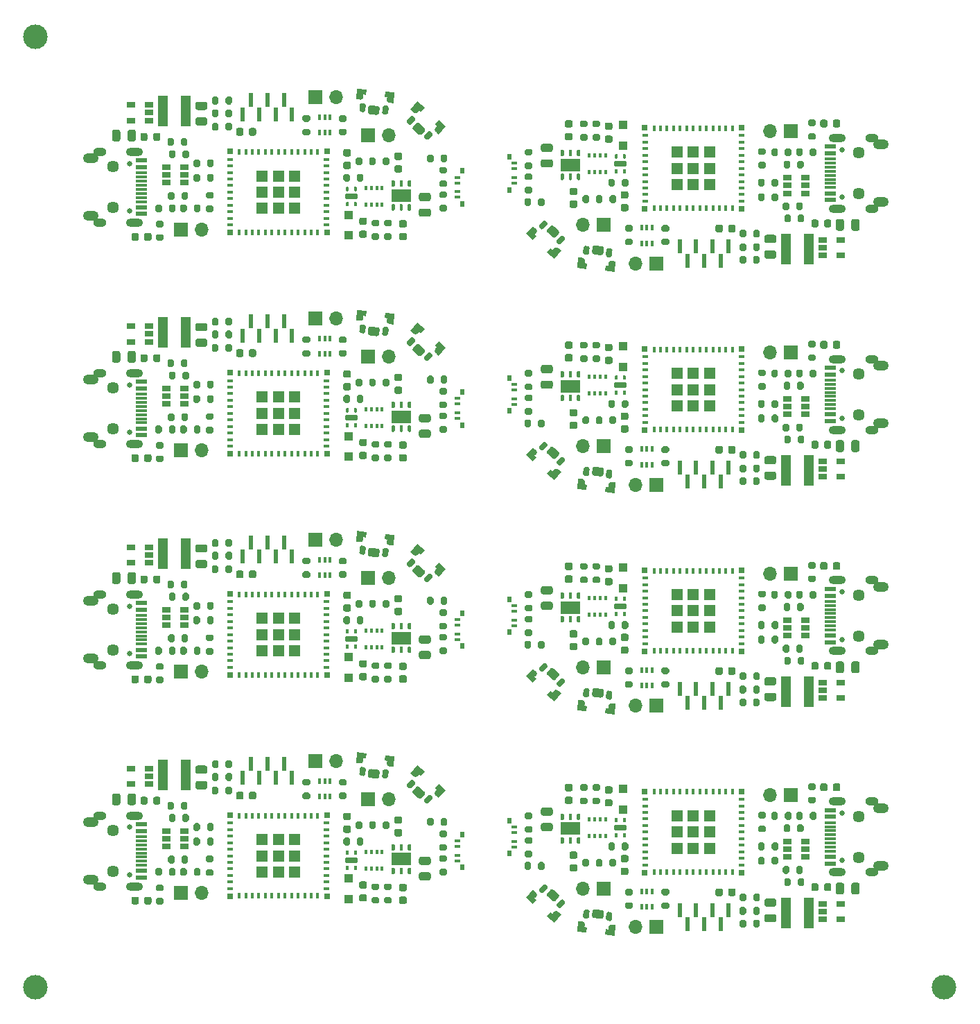
<source format=gts>
%MOIN*%
%OFA0B0*%
%FSLAX46Y46*%
%IPPOS*%
%LPD*%
%ADD10C,0.0039370078740157488*%
%ADD11O,0.066929133858267723X0.066929133858267723*%
%ADD12R,0.066929133858267723X0.066929133858267723*%
%ADD13R,0.023622047244094488X0.068897637795275593*%
%ADD14C,0.057086614173228349*%
%ADD15O,0.074803149606299218X0.047244094488188976*%
%ADD16R,0.041732283464566935X0.025590551181102365*%
%ADD17R,0.015748031496062995X0.025590551181102365*%
%ADD18R,0.03937007874015748X0.03937007874015748*%
%ADD19R,0.094488188976377951X0.059055118110236227*%
%ADD20R,0.024803149606299216X0.02598425196850394*%
%ADD21R,0.031496062992125991X0.015748031496062995*%
%ADD22R,0.047244094488188976X0.1456692913385827*%
%ADD23R,0.013779527559055118X0.01968503937007874*%
%ADD24R,0.057086614173228349X0.057086614173228349*%
%ADD25R,0.027559055118110236X0.027559055118110236*%
%ADD26R,0.015748031496062995X0.031496062992125991*%
%ADD27O,0.062992125984251982X0.03937007874015748*%
%ADD28C,0.025590551181102365*%
%ADD29O,0.082677165354330714X0.03937007874015748*%
%ADD30R,0.057086614173228349X0.011811023622047244*%
%ADD31R,0.057086614173228349X0.023622047244094488*%
%ADD42C,0.0039370078740157488*%
%ADD43O,0.066929133858267723X0.066929133858267723*%
%ADD44R,0.066929133858267723X0.066929133858267723*%
%ADD45R,0.023622047244094488X0.068897637795275593*%
%ADD46C,0.057086614173228349*%
%ADD47O,0.074803149606299218X0.047244094488188976*%
%ADD48R,0.041732283464566935X0.025590551181102365*%
%ADD49R,0.015748031496062995X0.025590551181102365*%
%ADD50R,0.03937007874015748X0.03937007874015748*%
%ADD51R,0.094488188976377951X0.059055118110236227*%
%ADD52R,0.024803149606299216X0.02598425196850394*%
%ADD53R,0.031496062992125991X0.015748031496062995*%
%ADD54R,0.047244094488188976X0.1456692913385827*%
%ADD55R,0.013779527559055118X0.01968503937007874*%
%ADD56R,0.057086614173228349X0.057086614173228349*%
%ADD57R,0.027559055118110236X0.027559055118110236*%
%ADD58R,0.015748031496062995X0.031496062992125991*%
%ADD59O,0.062992125984251982X0.03937007874015748*%
%ADD60C,0.025590551181102365*%
%ADD61O,0.082677165354330714X0.03937007874015748*%
%ADD62R,0.057086614173228349X0.011811023622047244*%
%ADD63R,0.057086614173228349X0.023622047244094488*%
%ADD64C,0.0039370078740157488*%
%ADD65O,0.066929133858267723X0.066929133858267723*%
%ADD66R,0.066929133858267723X0.066929133858267723*%
%ADD67R,0.023622047244094488X0.068897637795275593*%
%ADD68C,0.057086614173228349*%
%ADD69O,0.074803149606299218X0.047244094488188976*%
%ADD70R,0.041732283464566935X0.025590551181102365*%
%ADD71R,0.015748031496062995X0.025590551181102365*%
%ADD72R,0.03937007874015748X0.03937007874015748*%
%ADD73R,0.094488188976377951X0.059055118110236227*%
%ADD74R,0.024803149606299216X0.02598425196850394*%
%ADD75R,0.031496062992125991X0.015748031496062995*%
%ADD76R,0.047244094488188976X0.1456692913385827*%
%ADD77R,0.013779527559055118X0.01968503937007874*%
%ADD78R,0.057086614173228349X0.057086614173228349*%
%ADD79R,0.027559055118110236X0.027559055118110236*%
%ADD80R,0.015748031496062995X0.031496062992125991*%
%ADD81O,0.062992125984251982X0.03937007874015748*%
%ADD82C,0.025590551181102365*%
%ADD83O,0.082677165354330714X0.03937007874015748*%
%ADD84R,0.057086614173228349X0.011811023622047244*%
%ADD85R,0.057086614173228349X0.023622047244094488*%
%ADD86C,0.0039370078740157488*%
%ADD87O,0.066929133858267723X0.066929133858267723*%
%ADD88R,0.066929133858267723X0.066929133858267723*%
%ADD89R,0.023622047244094488X0.068897637795275593*%
%ADD90C,0.057086614173228349*%
%ADD91O,0.074803149606299218X0.047244094488188976*%
%ADD92R,0.041732283464566935X0.025590551181102365*%
%ADD93R,0.015748031496062995X0.025590551181102365*%
%ADD94R,0.03937007874015748X0.03937007874015748*%
%ADD95R,0.094488188976377951X0.059055118110236227*%
%ADD96R,0.024803149606299216X0.02598425196850394*%
%ADD97R,0.031496062992125991X0.015748031496062995*%
%ADD98R,0.047244094488188976X0.1456692913385827*%
%ADD99R,0.013779527559055118X0.01968503937007874*%
%ADD100R,0.057086614173228349X0.057086614173228349*%
%ADD101R,0.027559055118110236X0.027559055118110236*%
%ADD102R,0.015748031496062995X0.031496062992125991*%
%ADD103O,0.062992125984251982X0.03937007874015748*%
%ADD104C,0.025590551181102365*%
%ADD105O,0.082677165354330714X0.03937007874015748*%
%ADD106R,0.057086614173228349X0.011811023622047244*%
%ADD107R,0.057086614173228349X0.023622047244094488*%
%ADD108C,0.0039370078740157488*%
%ADD109O,0.066929133858267723X0.066929133858267723*%
%ADD110R,0.066929133858267723X0.066929133858267723*%
%ADD111R,0.023622047244094488X0.068897637795275593*%
%ADD112C,0.057086614173228349*%
%ADD113O,0.074803149606299218X0.047244094488188976*%
%ADD114R,0.041732283464566935X0.025590551181102365*%
%ADD115R,0.015748031496062995X0.025590551181102365*%
%ADD116R,0.03937007874015748X0.03937007874015748*%
%ADD117R,0.094488188976377951X0.059055118110236227*%
%ADD118R,0.024803149606299216X0.02598425196850394*%
%ADD119R,0.031496062992125991X0.015748031496062995*%
%ADD120R,0.047244094488188976X0.1456692913385827*%
%ADD121R,0.013779527559055118X0.01968503937007874*%
%ADD122R,0.057086614173228349X0.057086614173228349*%
%ADD123R,0.027559055118110236X0.027559055118110236*%
%ADD124R,0.015748031496062995X0.031496062992125991*%
%ADD125O,0.062992125984251982X0.03937007874015748*%
%ADD126C,0.025590551181102365*%
%ADD127O,0.082677165354330714X0.03937007874015748*%
%ADD128R,0.057086614173228349X0.011811023622047244*%
%ADD129R,0.057086614173228349X0.023622047244094488*%
%ADD130C,0.0039370078740157488*%
%ADD131O,0.066929133858267723X0.066929133858267723*%
%ADD132R,0.066929133858267723X0.066929133858267723*%
%ADD133R,0.023622047244094488X0.068897637795275593*%
%ADD134C,0.057086614173228349*%
%ADD135O,0.074803149606299218X0.047244094488188976*%
%ADD136R,0.041732283464566935X0.025590551181102365*%
%ADD137R,0.015748031496062995X0.025590551181102365*%
%ADD138R,0.03937007874015748X0.03937007874015748*%
%ADD139R,0.094488188976377951X0.059055118110236227*%
%ADD140R,0.024803149606299216X0.02598425196850394*%
%ADD141R,0.031496062992125991X0.015748031496062995*%
%ADD142R,0.047244094488188976X0.1456692913385827*%
%ADD143R,0.013779527559055118X0.01968503937007874*%
%ADD144R,0.057086614173228349X0.057086614173228349*%
%ADD145R,0.027559055118110236X0.027559055118110236*%
%ADD146R,0.015748031496062995X0.031496062992125991*%
%ADD147O,0.062992125984251982X0.03937007874015748*%
%ADD148C,0.025590551181102365*%
%ADD149O,0.082677165354330714X0.03937007874015748*%
%ADD150R,0.057086614173228349X0.011811023622047244*%
%ADD151R,0.057086614173228349X0.023622047244094488*%
%ADD152C,0.0039370078740157488*%
%ADD153O,0.066929133858267723X0.066929133858267723*%
%ADD154R,0.066929133858267723X0.066929133858267723*%
%ADD155R,0.023622047244094488X0.068897637795275593*%
%ADD156C,0.057086614173228349*%
%ADD157O,0.074803149606299218X0.047244094488188976*%
%ADD158R,0.041732283464566935X0.025590551181102365*%
%ADD159R,0.015748031496062995X0.025590551181102365*%
%ADD160R,0.03937007874015748X0.03937007874015748*%
%ADD161R,0.094488188976377951X0.059055118110236227*%
%ADD162R,0.024803149606299216X0.02598425196850394*%
%ADD163R,0.031496062992125991X0.015748031496062995*%
%ADD164R,0.047244094488188976X0.1456692913385827*%
%ADD165R,0.013779527559055118X0.01968503937007874*%
%ADD166R,0.057086614173228349X0.057086614173228349*%
%ADD167R,0.027559055118110236X0.027559055118110236*%
%ADD168R,0.015748031496062995X0.031496062992125991*%
%ADD169O,0.062992125984251982X0.03937007874015748*%
%ADD170C,0.025590551181102365*%
%ADD171O,0.082677165354330714X0.03937007874015748*%
%ADD172R,0.057086614173228349X0.011811023622047244*%
%ADD173R,0.057086614173228349X0.023622047244094488*%
%ADD174C,0.0039370078740157488*%
%ADD175O,0.066929133858267723X0.066929133858267723*%
%ADD176R,0.066929133858267723X0.066929133858267723*%
%ADD177R,0.023622047244094488X0.068897637795275593*%
%ADD178C,0.057086614173228349*%
%ADD179O,0.074803149606299218X0.047244094488188976*%
%ADD180R,0.041732283464566935X0.025590551181102365*%
%ADD181R,0.015748031496062995X0.025590551181102365*%
%ADD182R,0.03937007874015748X0.03937007874015748*%
%ADD183R,0.094488188976377951X0.059055118110236227*%
%ADD184R,0.024803149606299216X0.02598425196850394*%
%ADD185R,0.031496062992125991X0.015748031496062995*%
%ADD186R,0.047244094488188976X0.1456692913385827*%
%ADD187R,0.013779527559055118X0.01968503937007874*%
%ADD188R,0.057086614173228349X0.057086614173228349*%
%ADD189R,0.027559055118110236X0.027559055118110236*%
%ADD190R,0.015748031496062995X0.031496062992125991*%
%ADD191O,0.062992125984251982X0.03937007874015748*%
%ADD192C,0.025590551181102365*%
%ADD193O,0.082677165354330714X0.03937007874015748*%
%ADD194R,0.057086614173228349X0.011811023622047244*%
%ADD195R,0.057086614173228349X0.023622047244094488*%
%ADD196C,0.11811023622047245*%
G01*
G36*
G01*
X0000786490Y0000742711D02*
X0000786490Y0000721057D01*
G75*
G02*
X0000778617Y0000713183I-0000007874D01*
G01*
X0000762869Y0000713183D01*
G75*
G02*
X0000754995Y0000721057J0000007874D01*
G01*
X0000754995Y0000742711D01*
G75*
G02*
X0000762869Y0000750585I0000007874D01*
G01*
X0000778617Y0000750585D01*
G75*
G02*
X0000786490Y0000742711J-0000007874D01*
G01*
G37*
G36*
G01*
X0000851451Y0000742711D02*
X0000851451Y0000721057D01*
G75*
G02*
X0000843577Y0000713183I-0000007874D01*
G01*
X0000827829Y0000713183D01*
G75*
G02*
X0000819955Y0000721057J0000007874D01*
G01*
X0000819955Y0000742711D01*
G75*
G02*
X0000827829Y0000750585I0000007874D01*
G01*
X0000843577Y0000750585D01*
G75*
G02*
X0000851451Y0000742711J-0000007874D01*
G01*
G37*
D10*
G36*
X0002057512Y0001027207D02*
G01*
X0002045627Y0001037538D01*
X0002045823Y0001037763D01*
X0002045255Y0001038088D01*
X0002043994Y0001038983D01*
X0002042828Y0001039997D01*
X0002041767Y0001041120D01*
X0002040821Y0001042342D01*
X0002039999Y0001043651D01*
X0002039309Y0001045034D01*
X0002038759Y0001046478D01*
X0002038352Y0001047969D01*
X0002038094Y0001049493D01*
X0002037986Y0001051035D01*
X0002038030Y0001052579D01*
X0002038225Y0001054112D01*
X0002038569Y0001055619D01*
X0002039059Y0001057085D01*
X0002039691Y0001058495D01*
X0002040458Y0001059837D01*
X0002041353Y0001061097D01*
X0002042367Y0001062263D01*
X0002043490Y0001063325D01*
X0002044712Y0001064271D01*
X0002046021Y0001065092D01*
X0002047404Y0001065782D01*
X0002048848Y0001066333D01*
X0002050339Y0001066739D01*
X0002050927Y0001066839D01*
X0002040132Y0001076224D01*
X0002056920Y0001095537D01*
X0002091090Y0001065834D01*
X0002057512Y0001027207D01*
G37*
G36*
X0001971792Y0001135631D02*
G01*
X0001960996Y0001145015D01*
X0001960979Y0001144418D01*
X0001960784Y0001142885D01*
X0001960440Y0001141379D01*
X0001959949Y0001139913D01*
X0001959318Y0001138503D01*
X0001958551Y0001137161D01*
X0001957656Y0001135901D01*
X0001956642Y0001134735D01*
X0001955519Y0001133673D01*
X0001954297Y0001132727D01*
X0001952988Y0001131905D01*
X0001951605Y0001131216D01*
X0001950161Y0001130665D01*
X0001948670Y0001130259D01*
X0001947146Y0001130000D01*
X0001945605Y0001129892D01*
X0001944060Y0001129936D01*
X0001942527Y0001130131D01*
X0001941020Y0001130475D01*
X0001939555Y0001130966D01*
X0001938144Y0001131598D01*
X0001936802Y0001132364D01*
X0001935542Y0001133259D01*
X0001934376Y0001134273D01*
X0001933314Y0001135396D01*
X0001932914Y0001135914D01*
X0001932718Y0001135689D01*
X0001920833Y0001146021D01*
X0001954411Y0001184648D01*
X0001988581Y0001154944D01*
X0001971792Y0001135631D01*
G37*
G36*
G01*
X0001988663Y0001044020D02*
X0001974457Y0001027678D01*
G75*
G02*
X0001959183Y0001026610I-0000008171J0000007103D01*
G01*
X0001933927Y0001048564D01*
G75*
G02*
X0001932859Y0001063839I0000007103J0000008171D01*
G01*
X0001947065Y0001080181D01*
G75*
G02*
X0001962339Y0001081249I0000008171J-0000007103D01*
G01*
X0001987595Y0001059294D01*
G75*
G02*
X0001988663Y0001044020I-0000007103J-0000008171D01*
G01*
G37*
G36*
G01*
X0001943122Y0001096650D02*
X0001923751Y0001074364D01*
G75*
G02*
X0001914031Y0001073685I-0000005199J0000004520D01*
G01*
X0001903631Y0001082725D01*
G75*
G02*
X0001902951Y0001092445I0000004520J0000005199D01*
G01*
X0001922324Y0001114730D01*
G75*
G02*
X0001932043Y0001115409I0000005199J-0000004520D01*
G01*
X0001942443Y0001106369D01*
G75*
G02*
X0001943122Y0001096650I-0000004520J-0000005199D01*
G01*
G37*
G36*
G01*
X0002026319Y0001024328D02*
X0002006947Y0001002043D01*
G75*
G02*
X0001997227Y0001001363I-0000005199J0000004520D01*
G01*
X0001986827Y0001010403D01*
G75*
G02*
X0001986148Y0001020124I0000004520J0000005199D01*
G01*
X0002005520Y0001042408D01*
G75*
G02*
X0002015240Y0001043088I0000005199J-0000004520D01*
G01*
X0002025639Y0001034048D01*
G75*
G02*
X0002026319Y0001024328I-0000004520J-0000005199D01*
G01*
G37*
D11*
X0001817623Y0001022284D03*
D12*
X0001717623Y0001022284D03*
D13*
X0001115157Y0001124015D03*
X0001193897Y0001124015D03*
X0001272637Y0001124015D03*
X0001351377Y0001124015D03*
X0001154527Y0001192913D03*
X0001233267Y0001192913D03*
X0001312007Y0001192913D03*
G36*
G01*
X0000997046Y0001074803D02*
X0000997046Y0001053149D01*
G75*
G02*
X0000989173Y0001045275I-0000007874D01*
G01*
X0000973424Y0001045275D01*
G75*
G02*
X0000965551Y0001053149J0000007874D01*
G01*
X0000965551Y0001074803D01*
G75*
G02*
X0000973424Y0001082677I0000007874D01*
G01*
X0000989173Y0001082677D01*
G75*
G02*
X0000997046Y0001074803J-0000007874D01*
G01*
G37*
G36*
G01*
X0001062007Y0001074803D02*
X0001062007Y0001053149D01*
G75*
G02*
X0001054133Y0001045275I-0000007874D01*
G01*
X0001038385Y0001045275D01*
G75*
G02*
X0001030511Y0001053149J0000007874D01*
G01*
X0001030511Y0001074803D01*
G75*
G02*
X0001038385Y0001082677I0000007874D01*
G01*
X0001054133Y0001082677D01*
G75*
G02*
X0001062007Y0001074803J-0000007874D01*
G01*
G37*
G36*
G01*
X0001894685Y0000579724D02*
X0001875000Y0000579724D01*
G75*
G02*
X0001866141Y0000588582J0000008858D01*
G01*
X0001866141Y0000606299D01*
G75*
G02*
X0001875000Y0000615157I0000008858D01*
G01*
X0001894685Y0000615157D01*
G75*
G02*
X0001903543Y0000606299J-0000008858D01*
G01*
X0001903543Y0000588582D01*
G75*
G02*
X0001894685Y0000579724I-0000008858D01*
G01*
G37*
G36*
G01*
X0001894685Y0000518700D02*
X0001875000Y0000518700D01*
G75*
G02*
X0001866141Y0000527559J0000008858D01*
G01*
X0001866141Y0000545275D01*
G75*
G02*
X0001875000Y0000554133I0000008858D01*
G01*
X0001894685Y0000554133D01*
G75*
G02*
X0001903543Y0000545275J-0000008858D01*
G01*
X0001903543Y0000527559D01*
G75*
G02*
X0001894685Y0000518700I-0000008858D01*
G01*
G37*
D14*
X0000489665Y0000675196D03*
X0000489665Y0000872047D03*
D15*
X0000383366Y0000635826D03*
X0000383366Y0000911417D03*
G36*
G01*
X0002088582Y0000721456D02*
X0002066929Y0000721456D01*
G75*
G02*
X0002059055Y0000729330J0000007874D01*
G01*
X0002059055Y0000745078D01*
G75*
G02*
X0002066929Y0000752952I0000007874D01*
G01*
X0002088582Y0000752952D01*
G75*
G02*
X0002096456Y0000745078J-0000007874D01*
G01*
X0002096456Y0000729330D01*
G75*
G02*
X0002088582Y0000721456I-0000007874D01*
G01*
G37*
G36*
G01*
X0002088582Y0000656496D02*
X0002066929Y0000656496D01*
G75*
G02*
X0002059055Y0000664370J0000007874D01*
G01*
X0002059055Y0000680118D01*
G75*
G02*
X0002066929Y0000687992I0000007874D01*
G01*
X0002088582Y0000687992D01*
G75*
G02*
X0002096456Y0000680118J-0000007874D01*
G01*
X0002096456Y0000664370D01*
G75*
G02*
X0002088582Y0000656496I-0000007874D01*
G01*
G37*
G36*
G01*
X0001801692Y0000551889D02*
X0001823346Y0000551889D01*
G75*
G02*
X0001831220Y0000544015J-0000007874D01*
G01*
X0001831220Y0000528267D01*
G75*
G02*
X0001823346Y0000520393I-0000007874D01*
G01*
X0001801692Y0000520393D01*
G75*
G02*
X0001793818Y0000528267J0000007874D01*
G01*
X0001793818Y0000544015D01*
G75*
G02*
X0001801692Y0000551889I0000007874D01*
G01*
G37*
G36*
G01*
X0001801692Y0000616850D02*
X0001823346Y0000616850D01*
G75*
G02*
X0001831220Y0000608976J-0000007874D01*
G01*
X0001831220Y0000593228D01*
G75*
G02*
X0001823346Y0000585354I-0000007874D01*
G01*
X0001801692Y0000585354D01*
G75*
G02*
X0001793818Y0000593228J0000007874D01*
G01*
X0001793818Y0000608976D01*
G75*
G02*
X0001801692Y0000616850I0000007874D01*
G01*
G37*
G36*
G01*
X0001606299Y0000895669D02*
X0001625984Y0000895669D01*
G75*
G02*
X0001634842Y0000886811J-0000008858D01*
G01*
X0001634842Y0000869094D01*
G75*
G02*
X0001625984Y0000860236I-0000008858D01*
G01*
X0001606299Y0000860236D01*
G75*
G02*
X0001597440Y0000869094J0000008858D01*
G01*
X0001597440Y0000886811D01*
G75*
G02*
X0001606299Y0000895669I0000008858D01*
G01*
G37*
G36*
G01*
X0001606299Y0000956692D02*
X0001625984Y0000956692D01*
G75*
G02*
X0001634842Y0000947834J-0000008858D01*
G01*
X0001634842Y0000930118D01*
G75*
G02*
X0001625984Y0000921259I-0000008858D01*
G01*
X0001606299Y0000921259D01*
G75*
G02*
X0001597440Y0000930118J0000008858D01*
G01*
X0001597440Y0000947834D01*
G75*
G02*
X0001606299Y0000956692I0000008858D01*
G01*
G37*
G36*
G01*
X0000942455Y0000877557D02*
X0000942455Y0000899211D01*
G75*
G02*
X0000950329Y0000907085I0000007874D01*
G01*
X0000966077Y0000907085D01*
G75*
G02*
X0000973951Y0000899211J-0000007874D01*
G01*
X0000973951Y0000877557D01*
G75*
G02*
X0000966077Y0000869683I-0000007874D01*
G01*
X0000950329Y0000869683D01*
G75*
G02*
X0000942455Y0000877557J0000007874D01*
G01*
G37*
G36*
G01*
X0000877494Y0000877557D02*
X0000877494Y0000899211D01*
G75*
G02*
X0000885369Y0000907085I0000007874D01*
G01*
X0000901117Y0000907085D01*
G75*
G02*
X0000908991Y0000899211J-0000007874D01*
G01*
X0000908991Y0000877557D01*
G75*
G02*
X0000901117Y0000869683I-0000007874D01*
G01*
X0000885369Y0000869683D01*
G75*
G02*
X0000877494Y0000877557J0000007874D01*
G01*
G37*
G36*
G01*
X0002066929Y0000806102D02*
X0002088582Y0000806102D01*
G75*
G02*
X0002096456Y0000798228J-0000007874D01*
G01*
X0002096456Y0000782480D01*
G75*
G02*
X0002088582Y0000774606I-0000007874D01*
G01*
X0002066929Y0000774606D01*
G75*
G02*
X0002059055Y0000782480J0000007874D01*
G01*
X0002059055Y0000798228D01*
G75*
G02*
X0002066929Y0000806102I0000007874D01*
G01*
G37*
G36*
G01*
X0002066929Y0000871062D02*
X0002088582Y0000871062D01*
G75*
G02*
X0002096456Y0000863188J-0000007874D01*
G01*
X0002096456Y0000847440D01*
G75*
G02*
X0002088582Y0000839566I-0000007874D01*
G01*
X0002066929Y0000839566D01*
G75*
G02*
X0002059055Y0000847440J0000007874D01*
G01*
X0002059055Y0000863188D01*
G75*
G02*
X0002066929Y0000871062I0000007874D01*
G01*
G37*
G36*
G01*
X0000944576Y0000685323D02*
X0000966229Y0000685323D01*
G75*
G02*
X0000974103Y0000677449J-0000007874D01*
G01*
X0000974103Y0000661701D01*
G75*
G02*
X0000966229Y0000653827I-0000007874D01*
G01*
X0000944576Y0000653827D01*
G75*
G02*
X0000936701Y0000661701J0000007874D01*
G01*
X0000936701Y0000677449D01*
G75*
G02*
X0000944576Y0000685323I0000007874D01*
G01*
G37*
G36*
G01*
X0000944576Y0000750284D02*
X0000966229Y0000750284D01*
G75*
G02*
X0000974103Y0000742410J-0000007874D01*
G01*
X0000974103Y0000726662D01*
G75*
G02*
X0000966229Y0000718788I-0000007874D01*
G01*
X0000944576Y0000718788D01*
G75*
G02*
X0000936701Y0000726662J0000007874D01*
G01*
X0000936701Y0000742410D01*
G75*
G02*
X0000944576Y0000750284I0000007874D01*
G01*
G37*
G36*
G01*
X0000824155Y0000921157D02*
X0000824155Y0000942811D01*
G75*
G02*
X0000832029Y0000950685I0000007874D01*
G01*
X0000847777Y0000950685D01*
G75*
G02*
X0000855651Y0000942811J-0000007874D01*
G01*
X0000855651Y0000921157D01*
G75*
G02*
X0000847777Y0000913283I-0000007874D01*
G01*
X0000832029Y0000913283D01*
G75*
G02*
X0000824155Y0000921157J0000007874D01*
G01*
G37*
G36*
G01*
X0000759194Y0000921157D02*
X0000759194Y0000942811D01*
G75*
G02*
X0000767069Y0000950685I0000007874D01*
G01*
X0000782816Y0000950685D01*
G75*
G02*
X0000790691Y0000942811J-0000007874D01*
G01*
X0000790691Y0000921157D01*
G75*
G02*
X0000782816Y0000913283I-0000007874D01*
G01*
X0000767069Y0000913283D01*
G75*
G02*
X0000759194Y0000921157J0000007874D01*
G01*
G37*
G36*
G01*
X0001431101Y0001087598D02*
X0001409448Y0001087598D01*
G75*
G02*
X0001401574Y0001095472J0000007874D01*
G01*
X0001401574Y0001111220D01*
G75*
G02*
X0001409448Y0001119094I0000007874D01*
G01*
X0001431101Y0001119094D01*
G75*
G02*
X0001438976Y0001111220J-0000007874D01*
G01*
X0001438976Y0001095472D01*
G75*
G02*
X0001431101Y0001087598I-0000007874D01*
G01*
G37*
G36*
G01*
X0001431101Y0001022637D02*
X0001409448Y0001022637D01*
G75*
G02*
X0001401574Y0001030511J0000007874D01*
G01*
X0001401574Y0001046259D01*
G75*
G02*
X0001409448Y0001054133I0000007874D01*
G01*
X0001431101Y0001054133D01*
G75*
G02*
X0001438976Y0001046259J-0000007874D01*
G01*
X0001438976Y0001030511D01*
G75*
G02*
X0001431101Y0001022637I-0000007874D01*
G01*
G37*
G36*
G01*
X0001663385Y0000808070D02*
X0001663385Y0000829724D01*
G75*
G02*
X0001671259Y0000837598I0000007874D01*
G01*
X0001687007Y0000837598D01*
G75*
G02*
X0001694881Y0000829724J-0000007874D01*
G01*
X0001694881Y0000808070D01*
G75*
G02*
X0001687007Y0000800196I-0000007874D01*
G01*
X0001671259Y0000800196D01*
G75*
G02*
X0001663385Y0000808070J0000007874D01*
G01*
G37*
G36*
G01*
X0001598424Y0000808070D02*
X0001598424Y0000829724D01*
G75*
G02*
X0001606299Y0000837598I0000007874D01*
G01*
X0001622046Y0000837598D01*
G75*
G02*
X0001629921Y0000829724J-0000007874D01*
G01*
X0001629921Y0000808070D01*
G75*
G02*
X0001622046Y0000800196I-0000007874D01*
G01*
X0001606299Y0000800196D01*
G75*
G02*
X0001598424Y0000808070J0000007874D01*
G01*
G37*
D16*
X0000577716Y0001094082D03*
X0000577716Y0001168885D03*
X0000664330Y0001168885D03*
X0000664330Y0001131484D03*
X0000664330Y0001094082D03*
G36*
G01*
X0002008858Y0000706692D02*
X0001971456Y0000706692D01*
G75*
G02*
X0001961614Y0000716535J0000009842D01*
G01*
X0001961614Y0000736220D01*
G75*
G02*
X0001971456Y0000746062I0000009842D01*
G01*
X0002008858Y0000746062D01*
G75*
G02*
X0002018700Y0000736220J-0000009842D01*
G01*
X0002018700Y0000716535D01*
G75*
G02*
X0002008858Y0000706692I-0000009842D01*
G01*
G37*
G36*
G01*
X0002008858Y0000631889D02*
X0001971456Y0000631889D01*
G75*
G02*
X0001961614Y0000641732J0000009842D01*
G01*
X0001961614Y0000661417D01*
G75*
G02*
X0001971456Y0000671259I0000009842D01*
G01*
X0002008858Y0000671259D01*
G75*
G02*
X0002018700Y0000661417J-0000009842D01*
G01*
X0002018700Y0000641732D01*
G75*
G02*
X0002008858Y0000631889I-0000009842D01*
G01*
G37*
D17*
X0001534448Y0001035433D03*
X0001483267Y0001035433D03*
X0001508857Y0001110236D03*
X0001508857Y0001035433D03*
X0001483267Y0001110236D03*
X0001534448Y0001110236D03*
D18*
X0001625000Y0000542322D03*
X0001625000Y0000640748D03*
D19*
X0001876771Y0000733622D03*
G36*
G01*
X0001841338Y0000774960D02*
X0001833464Y0000774960D01*
G75*
G02*
X0001829527Y0000778897J0000003937D01*
G01*
X0001829527Y0000802519D01*
G75*
G02*
X0001833464Y0000806456I0000003937D01*
G01*
X0001841338Y0000806456D01*
G75*
G02*
X0001845275Y0000802519J-0000003937D01*
G01*
X0001845275Y0000778897D01*
G75*
G02*
X0001841338Y0000774960I-0000003937D01*
G01*
G37*
G36*
G01*
X0001880708Y0000774960D02*
X0001872834Y0000774960D01*
G75*
G02*
X0001868897Y0000778897J0000003937D01*
G01*
X0001868897Y0000802519D01*
G75*
G02*
X0001872834Y0000806456I0000003937D01*
G01*
X0001880708Y0000806456D01*
G75*
G02*
X0001884645Y0000802519J-0000003937D01*
G01*
X0001884645Y0000778897D01*
G75*
G02*
X0001880708Y0000774960I-0000003937D01*
G01*
G37*
G36*
G01*
X0001920078Y0000774960D02*
X0001912204Y0000774960D01*
G75*
G02*
X0001908267Y0000778897J0000003937D01*
G01*
X0001908267Y0000802519D01*
G75*
G02*
X0001912204Y0000806456I0000003937D01*
G01*
X0001920078Y0000806456D01*
G75*
G02*
X0001924015Y0000802519J-0000003937D01*
G01*
X0001924015Y0000778897D01*
G75*
G02*
X0001920078Y0000774960I-0000003937D01*
G01*
G37*
G36*
G01*
X0001920078Y0000660787D02*
X0001912204Y0000660787D01*
G75*
G02*
X0001908267Y0000664724J0000003937D01*
G01*
X0001908267Y0000688346D01*
G75*
G02*
X0001912204Y0000692283I0000003937D01*
G01*
X0001920078Y0000692283D01*
G75*
G02*
X0001924015Y0000688346J-0000003937D01*
G01*
X0001924015Y0000664724D01*
G75*
G02*
X0001920078Y0000660787I-0000003937D01*
G01*
G37*
G36*
G01*
X0001880708Y0000660787D02*
X0001872834Y0000660787D01*
G75*
G02*
X0001868897Y0000664724J0000003937D01*
G01*
X0001868897Y0000688346D01*
G75*
G02*
X0001872834Y0000692283I0000003937D01*
G01*
X0001880708Y0000692283D01*
G75*
G02*
X0001884645Y0000688346J-0000003937D01*
G01*
X0001884645Y0000664724D01*
G75*
G02*
X0001880708Y0000660787I-0000003937D01*
G01*
G37*
G36*
G01*
X0001841338Y0000660787D02*
X0001833464Y0000660787D01*
G75*
G02*
X0001829527Y0000664724J0000003937D01*
G01*
X0001829527Y0000688346D01*
G75*
G02*
X0001833464Y0000692283I0000003937D01*
G01*
X0001841338Y0000692283D01*
G75*
G02*
X0001845275Y0000688346J-0000003937D01*
G01*
X0001845275Y0000664724D01*
G75*
G02*
X0001841338Y0000660787I-0000003937D01*
G01*
G37*
D20*
X0002169291Y0000853149D03*
D21*
X0002146259Y0000821259D03*
X0002146259Y0000794488D03*
X0002146259Y0000752755D03*
X0002146259Y0000725984D03*
D20*
X0002169291Y0000694094D03*
G36*
G01*
X0000942155Y0000808057D02*
X0000942155Y0000829711D01*
G75*
G02*
X0000950029Y0000837585I0000007874D01*
G01*
X0000965777Y0000837585D01*
G75*
G02*
X0000973651Y0000829711J-0000007874D01*
G01*
X0000973651Y0000808057D01*
G75*
G02*
X0000965777Y0000800183I-0000007874D01*
G01*
X0000950029Y0000800183D01*
G75*
G02*
X0000942155Y0000808057J0000007874D01*
G01*
G37*
G36*
G01*
X0000877194Y0000808057D02*
X0000877194Y0000829711D01*
G75*
G02*
X0000885069Y0000837585I0000007874D01*
G01*
X0000900817Y0000837585D01*
G75*
G02*
X0000908691Y0000829711J-0000007874D01*
G01*
X0000908691Y0000808057D01*
G75*
G02*
X0000900817Y0000800183I-0000007874D01*
G01*
X0000885069Y0000800183D01*
G75*
G02*
X0000877194Y0000808057J0000007874D01*
G01*
G37*
G36*
G01*
X0000933924Y0001144300D02*
X0000896522Y0001144300D01*
G75*
G02*
X0000886680Y0001154143J0000009842D01*
G01*
X0000886680Y0001173828D01*
G75*
G02*
X0000896522Y0001183670I0000009842D01*
G01*
X0000933924Y0001183670D01*
G75*
G02*
X0000943766Y0001173828J-0000009842D01*
G01*
X0000943766Y0001154143D01*
G75*
G02*
X0000933924Y0001144300I-0000009842D01*
G01*
G37*
G36*
G01*
X0000933924Y0001069497D02*
X0000896522Y0001069497D01*
G75*
G02*
X0000886680Y0001079340J0000009842D01*
G01*
X0000886680Y0001099025D01*
G75*
G02*
X0000896522Y0001108867I0000009842D01*
G01*
X0000933924Y0001108867D01*
G75*
G02*
X0000943766Y0001099025J-0000009842D01*
G01*
X0000943766Y0001079340D01*
G75*
G02*
X0000933924Y0001069497I-0000009842D01*
G01*
G37*
G36*
G01*
X0000845166Y0000683355D02*
X0000845166Y0000661701D01*
G75*
G02*
X0000837292Y0000653827I-0000007874D01*
G01*
X0000821544Y0000653827D01*
G75*
G02*
X0000813670Y0000661701J0000007874D01*
G01*
X0000813670Y0000683355D01*
G75*
G02*
X0000821544Y0000691229I0000007874D01*
G01*
X0000837292Y0000691229D01*
G75*
G02*
X0000845166Y0000683355J-0000007874D01*
G01*
G37*
G36*
G01*
X0000910127Y0000683355D02*
X0000910127Y0000661701D01*
G75*
G02*
X0000902253Y0000653827I-0000007874D01*
G01*
X0000886505Y0000653827D01*
G75*
G02*
X0000878631Y0000661701J0000007874D01*
G01*
X0000878631Y0000683355D01*
G75*
G02*
X0000886505Y0000691229I0000007874D01*
G01*
X0000902253Y0000691229D01*
G75*
G02*
X0000910127Y0000683355J-0000007874D01*
G01*
G37*
G36*
G01*
X0001031495Y0001179133D02*
X0001031495Y0001200787D01*
G75*
G02*
X0001039370Y0001208661I0000007874D01*
G01*
X0001055118Y0001208661D01*
G75*
G02*
X0001062992Y0001200787J-0000007874D01*
G01*
X0001062992Y0001179133D01*
G75*
G02*
X0001055118Y0001171259I-0000007874D01*
G01*
X0001039370Y0001171259D01*
G75*
G02*
X0001031495Y0001179133J0000007874D01*
G01*
G37*
G36*
G01*
X0000966535Y0001179133D02*
X0000966535Y0001200787D01*
G75*
G02*
X0000974409Y0001208661I0000007874D01*
G01*
X0000990157Y0001208661D01*
G75*
G02*
X0000998031Y0001200787J-0000007874D01*
G01*
X0000998031Y0001179133D01*
G75*
G02*
X0000990157Y0001171259I-0000007874D01*
G01*
X0000974409Y0001171259D01*
G75*
G02*
X0000966535Y0001179133J0000007874D01*
G01*
G37*
G36*
G01*
X0001871966Y0000904379D02*
X0001852281Y0000904379D01*
G75*
G02*
X0001843422Y0000913237J0000008858D01*
G01*
X0001843422Y0000930954D01*
G75*
G02*
X0001852281Y0000939812I0000008858D01*
G01*
X0001871966Y0000939812D01*
G75*
G02*
X0001880824Y0000930954J-0000008858D01*
G01*
X0001880824Y0000913237D01*
G75*
G02*
X0001871966Y0000904379I-0000008858D01*
G01*
G37*
G36*
G01*
X0001871966Y0000843355D02*
X0001852281Y0000843355D01*
G75*
G02*
X0001843422Y0000852214J0000008858D01*
G01*
X0001843422Y0000869930D01*
G75*
G02*
X0001852281Y0000878788I0000008858D01*
G01*
X0001871966Y0000878788D01*
G75*
G02*
X0001880824Y0000869930J-0000008858D01*
G01*
X0001880824Y0000852214D01*
G75*
G02*
X0001871966Y0000843355I-0000008858D01*
G01*
G37*
G36*
G01*
X0001741692Y0000551889D02*
X0001763346Y0000551889D01*
G75*
G02*
X0001771220Y0000544015J-0000007874D01*
G01*
X0001771220Y0000528267D01*
G75*
G02*
X0001763346Y0000520393I-0000007874D01*
G01*
X0001741692Y0000520393D01*
G75*
G02*
X0001733818Y0000528267J0000007874D01*
G01*
X0001733818Y0000544015D01*
G75*
G02*
X0001741692Y0000551889I0000007874D01*
G01*
G37*
G36*
G01*
X0001741692Y0000616850D02*
X0001763346Y0000616850D01*
G75*
G02*
X0001771220Y0000608976J-0000007874D01*
G01*
X0001771220Y0000593228D01*
G75*
G02*
X0001763346Y0000585354I-0000007874D01*
G01*
X0001741692Y0000585354D01*
G75*
G02*
X0001733818Y0000593228J0000007874D01*
G01*
X0001733818Y0000608976D01*
G75*
G02*
X0001741692Y0000616850I0000007874D01*
G01*
G37*
G36*
G01*
X0002065944Y0000901574D02*
X0002065944Y0000923228D01*
G75*
G02*
X0002073818Y0000931102I0000007874D01*
G01*
X0002089566Y0000931102D01*
G75*
G02*
X0002097440Y0000923228J-0000007874D01*
G01*
X0002097440Y0000901574D01*
G75*
G02*
X0002089566Y0000893700I-0000007874D01*
G01*
X0002073818Y0000893700D01*
G75*
G02*
X0002065944Y0000901574J0000007874D01*
G01*
G37*
G36*
G01*
X0002000984Y0000901574D02*
X0002000984Y0000923228D01*
G75*
G02*
X0002008858Y0000931102I0000007874D01*
G01*
X0002024606Y0000931102D01*
G75*
G02*
X0002032480Y0000923228J-0000007874D01*
G01*
X0002032480Y0000901574D01*
G75*
G02*
X0002024606Y0000893700I-0000007874D01*
G01*
X0002008858Y0000893700D01*
G75*
G02*
X0002000984Y0000901574J0000007874D01*
G01*
G37*
G36*
G01*
X0000525307Y0001040285D02*
X0000525307Y0001002883D01*
G75*
G02*
X0000515464Y0000993040I-0000009842D01*
G01*
X0000495779Y0000993040D01*
G75*
G02*
X0000485937Y0001002883J0000009842D01*
G01*
X0000485937Y0001040285D01*
G75*
G02*
X0000495779Y0001050127I0000009842D01*
G01*
X0000515464Y0001050127D01*
G75*
G02*
X0000525307Y0001040285J-0000009842D01*
G01*
G37*
G36*
G01*
X0000600109Y0001040285D02*
X0000600109Y0001002883D01*
G75*
G02*
X0000590267Y0000993040I-0000009842D01*
G01*
X0000570582Y0000993040D01*
G75*
G02*
X0000560739Y0001002883J0000009842D01*
G01*
X0000560739Y0001040285D01*
G75*
G02*
X0000570582Y0001050127I0000009842D01*
G01*
X0000590267Y0001050127D01*
G75*
G02*
X0000600109Y0001040285J-0000009842D01*
G01*
G37*
G36*
G01*
X0000998031Y0001139763D02*
X0000998031Y0001118110D01*
G75*
G02*
X0000990157Y0001110236I-0000007874D01*
G01*
X0000974409Y0001110236D01*
G75*
G02*
X0000966535Y0001118110J0000007874D01*
G01*
X0000966535Y0001139763D01*
G75*
G02*
X0000974409Y0001147637I0000007874D01*
G01*
X0000990157Y0001147637D01*
G75*
G02*
X0000998031Y0001139763J-0000007874D01*
G01*
G37*
G36*
G01*
X0001062992Y0001139763D02*
X0001062992Y0001118110D01*
G75*
G02*
X0001055118Y0001110236I-0000007874D01*
G01*
X0001039370Y0001110236D01*
G75*
G02*
X0001031495Y0001118110J0000007874D01*
G01*
X0001031495Y0001139763D01*
G75*
G02*
X0001039370Y0001147637I0000007874D01*
G01*
X0001055118Y0001147637D01*
G75*
G02*
X0001062992Y0001139763J-0000007874D01*
G01*
G37*
D22*
X0000841220Y0001138622D03*
X0000730984Y0001138622D03*
D11*
X0000915323Y0000571184D03*
D12*
X0000815323Y0000571184D03*
G36*
G01*
X0001143700Y0001029527D02*
X0001143700Y0001049212D01*
G75*
G02*
X0001152559Y0001058070I0000008858D01*
G01*
X0001170275Y0001058070D01*
G75*
G02*
X0001179133Y0001049212J-0000008858D01*
G01*
X0001179133Y0001029527D01*
G75*
G02*
X0001170275Y0001020669I-0000008858D01*
G01*
X0001152559Y0001020669D01*
G75*
G02*
X0001143700Y0001029527J0000008858D01*
G01*
G37*
G36*
G01*
X0001082677Y0001029527D02*
X0001082677Y0001049212D01*
G75*
G02*
X0001091535Y0001058070I0000008858D01*
G01*
X0001109251Y0001058070D01*
G75*
G02*
X0001118110Y0001049212J-0000008858D01*
G01*
X0001118110Y0001029527D01*
G75*
G02*
X0001109251Y0001020669I-0000008858D01*
G01*
X0001091535Y0001020669D01*
G75*
G02*
X0001082677Y0001029527J0000008858D01*
G01*
G37*
D11*
X0001563582Y0001206692D03*
D12*
X0001463582Y0001206692D03*
G36*
G01*
X0001584645Y0001054133D02*
X0001606299Y0001054133D01*
G75*
G02*
X0001614173Y0001046259J-0000007874D01*
G01*
X0001614173Y0001030511D01*
G75*
G02*
X0001606299Y0001022637I-0000007874D01*
G01*
X0001584645Y0001022637D01*
G75*
G02*
X0001576771Y0001030511J0000007874D01*
G01*
X0001576771Y0001046259D01*
G75*
G02*
X0001584645Y0001054133I0000007874D01*
G01*
G37*
G36*
G01*
X0001584645Y0001119094D02*
X0001606299Y0001119094D01*
G75*
G02*
X0001614173Y0001111220J-0000007874D01*
G01*
X0001614173Y0001095472D01*
G75*
G02*
X0001606299Y0001087598I-0000007874D01*
G01*
X0001584645Y0001087598D01*
G75*
G02*
X0001576771Y0001095472J0000007874D01*
G01*
X0001576771Y0001111220D01*
G75*
G02*
X0001584645Y0001119094I0000007874D01*
G01*
G37*
D23*
X0001708385Y0000768976D03*
X0001733976Y0000768976D03*
X0001759566Y0000768976D03*
X0001785157Y0000768976D03*
X0001785157Y0000688267D03*
X0001759566Y0000688267D03*
X0001733976Y0000688267D03*
X0001708385Y0000688267D03*
G36*
G01*
X0001703001Y0000592519D02*
X0001682824Y0000592519D01*
G75*
G02*
X0001674212Y0000601131J0000008612D01*
G01*
X0001674212Y0000618356D01*
G75*
G02*
X0001682824Y0000626968I0000008612D01*
G01*
X0001703001Y0000626968D01*
G75*
G02*
X0001711613Y0000618356J-0000008612D01*
G01*
X0001711613Y0000601131D01*
G75*
G02*
X0001703001Y0000592519I-0000008612D01*
G01*
G37*
G36*
G01*
X0001703001Y0000530511D02*
X0001682824Y0000530511D01*
G75*
G02*
X0001674212Y0000539124J0000008612D01*
G01*
X0001674212Y0000556348D01*
G75*
G02*
X0001682824Y0000564960I0000008612D01*
G01*
X0001703001Y0000564960D01*
G75*
G02*
X0001711613Y0000556348J-0000008612D01*
G01*
X0001711613Y0000539124D01*
G75*
G02*
X0001703001Y0000530511I-0000008612D01*
G01*
G37*
D16*
X0000747516Y0000832284D03*
X0000747516Y0000794882D03*
X0000747516Y0000869685D03*
X0000834130Y0000869685D03*
X0000834130Y0000832284D03*
X0000834130Y0000794882D03*
G36*
G01*
X0001612165Y0000742401D02*
X0001661377Y0000742401D01*
G75*
G02*
X0001668267Y0000735511J-0000006889D01*
G01*
X0001668267Y0000721732D01*
G75*
G02*
X0001661377Y0000714842I-0000006889D01*
G01*
X0001612165Y0000714842D01*
G75*
G02*
X0001605275Y0000721732J0000006889D01*
G01*
X0001605275Y0000735511D01*
G75*
G02*
X0001612165Y0000742401I0000006889D01*
G01*
G37*
G36*
G01*
X0001653011Y0000703031D02*
X0001659901Y0000703031D01*
G75*
G02*
X0001663346Y0000699586J-0000003444D01*
G01*
X0001663346Y0000684822D01*
G75*
G02*
X0001659901Y0000681377I-0000003444D01*
G01*
X0001653011Y0000681377D01*
G75*
G02*
X0001649566Y0000684822J0000003444D01*
G01*
X0001649566Y0000699586D01*
G75*
G02*
X0001653011Y0000703031I0000003444D01*
G01*
G37*
G36*
G01*
X0001613641Y0000703031D02*
X0001620531Y0000703031D01*
G75*
G02*
X0001623975Y0000699586J-0000003444D01*
G01*
X0001623975Y0000684822D01*
G75*
G02*
X0001620531Y0000681377I-0000003444D01*
G01*
X0001613641Y0000681377D01*
G75*
G02*
X0001610196Y0000684822J0000003444D01*
G01*
X0001610196Y0000699586D01*
G75*
G02*
X0001613641Y0000703031I0000003444D01*
G01*
G37*
G36*
G01*
X0001613641Y0000775866D02*
X0001620531Y0000775866D01*
G75*
G02*
X0001623975Y0000772421J-0000003444D01*
G01*
X0001623975Y0000757657D01*
G75*
G02*
X0001620531Y0000754212I-0000003444D01*
G01*
X0001613641Y0000754212D01*
G75*
G02*
X0001610196Y0000757657J0000003444D01*
G01*
X0001610196Y0000772421D01*
G75*
G02*
X0001613641Y0000775866I0000003444D01*
G01*
G37*
G36*
G01*
X0001653011Y0000775866D02*
X0001659901Y0000775866D01*
G75*
G02*
X0001663346Y0000772421J-0000003444D01*
G01*
X0001663346Y0000757657D01*
G75*
G02*
X0001659901Y0000754212I-0000003444D01*
G01*
X0001653011Y0000754212D01*
G75*
G02*
X0001649566Y0000757657J0000003444D01*
G01*
X0001649566Y0000772421D01*
G75*
G02*
X0001653011Y0000775866I0000003444D01*
G01*
G37*
D10*
G36*
X0001839070Y0001177542D02*
G01*
X0001823409Y0001179188D01*
X0001823440Y0001179485D01*
X0001822788Y0001179425D01*
X0001821242Y0001179435D01*
X0001819705Y0001179597D01*
X0001818192Y0001179908D01*
X0001816716Y0001180366D01*
X0001815292Y0001180967D01*
X0001813934Y0001181705D01*
X0001812655Y0001182572D01*
X0001811466Y0001183560D01*
X0001810381Y0001184660D01*
X0001809408Y0001185861D01*
X0001808558Y0001187151D01*
X0001807838Y0001188519D01*
X0001807256Y0001189951D01*
X0001806817Y0001191432D01*
X0001806526Y0001192950D01*
X0001806385Y0001194489D01*
X0001806394Y0001196035D01*
X0001806556Y0001197571D01*
X0001806868Y0001199085D01*
X0001807326Y0001200561D01*
X0001807927Y0001201985D01*
X0001808664Y0001203343D01*
X0001809531Y0001204622D01*
X0001810519Y0001205811D01*
X0001810944Y0001206230D01*
X0001796718Y0001207725D01*
X0001799393Y0001233175D01*
X0001844420Y0001228443D01*
X0001839070Y0001177542D01*
G37*
G36*
X0001706662Y0001217190D02*
G01*
X0001692437Y0001218686D01*
X0001692765Y0001218187D01*
X0001693485Y0001216820D01*
X0001694066Y0001215388D01*
X0001694505Y0001213906D01*
X0001694797Y0001212388D01*
X0001694938Y0001210850D01*
X0001694928Y0001209304D01*
X0001694767Y0001207767D01*
X0001694455Y0001206253D01*
X0001693997Y0001204777D01*
X0001693396Y0001203353D01*
X0001692659Y0001201995D01*
X0001691792Y0001200716D01*
X0001690803Y0001199528D01*
X0001689703Y0001198442D01*
X0001688503Y0001197470D01*
X0001687212Y0001196619D01*
X0001685844Y0001195900D01*
X0001684412Y0001195318D01*
X0001682931Y0001194879D01*
X0001681413Y0001194587D01*
X0001679874Y0001194446D01*
X0001678329Y0001194456D01*
X0001676792Y0001194618D01*
X0001675278Y0001194929D01*
X0001674653Y0001195123D01*
X0001674622Y0001194826D01*
X0001658960Y0001196473D01*
X0001664310Y0001247373D01*
X0001709338Y0001242641D01*
X0001706662Y0001217190D01*
G37*
G36*
G01*
X0001773028Y0001151824D02*
X0001770765Y0001130289D01*
G75*
G02*
X0001758865Y0001120653I-0000010767J0000001131D01*
G01*
X0001725585Y0001124151D01*
G75*
G02*
X0001715948Y0001136051I0000001131J0000010767D01*
G01*
X0001718212Y0001157586D01*
G75*
G02*
X0001730111Y0001167222I0000010767J-0000001131D01*
G01*
X0001763392Y0001163724D01*
G75*
G02*
X0001773028Y0001151824I-0000001131J-0000010767D01*
G01*
G37*
G36*
G01*
X0001705537Y0001168815D02*
X0001702450Y0001139449D01*
G75*
G02*
X0001694878Y0001133317I-0000006851J0000000720D01*
G01*
X0001681174Y0001134757D01*
G75*
G02*
X0001675042Y0001142329I0000000720J0000006851D01*
G01*
X0001678129Y0001171695D01*
G75*
G02*
X0001685701Y0001177827I0000006851J-0000000720D01*
G01*
X0001699405Y0001176387D01*
G75*
G02*
X0001705537Y0001168815I-0000000720J-0000006851D01*
G01*
G37*
G36*
G01*
X0001815169Y0001157292D02*
X0001812083Y0001127926D01*
G75*
G02*
X0001804511Y0001121794I-0000006851J0000000720D01*
G01*
X0001790807Y0001123235D01*
G75*
G02*
X0001784675Y0001130807I0000000720J0000006851D01*
G01*
X0001787761Y0001160172D01*
G75*
G02*
X0001795333Y0001166304I0000006851J-0000000720D01*
G01*
X0001809037Y0001164864D01*
G75*
G02*
X0001815169Y0001157292I-0000000720J-0000006851D01*
G01*
G37*
D24*
X0001286102Y0000672165D03*
X0001208346Y0000672165D03*
X0001208346Y0000749921D03*
X0001208346Y0000827677D03*
X0001286102Y0000827677D03*
X0001363857Y0000827677D03*
X0001363857Y0000749921D03*
X0001363857Y0000672165D03*
D25*
X0001520353Y0000555039D03*
X0001520353Y0000944803D03*
X0001051850Y0000944803D03*
X0001051850Y0000555039D03*
D24*
X0001286102Y0000749921D03*
D26*
X0001475078Y0000557007D03*
X0001443582Y0000557007D03*
X0001412086Y0000557007D03*
X0001380590Y0000557007D03*
X0001349094Y0000557007D03*
X0001317598Y0000557007D03*
X0001286102Y0000557007D03*
X0001254605Y0000557007D03*
X0001223110Y0000557007D03*
X0001191613Y0000557007D03*
X0001160118Y0000557007D03*
X0001128622Y0000557007D03*
X0001097125Y0000557007D03*
D21*
X0001053818Y0000592440D03*
X0001053818Y0000623937D03*
X0001053818Y0000655433D03*
X0001053818Y0000686929D03*
X0001053818Y0000718425D03*
X0001053818Y0000749921D03*
X0001053818Y0000781417D03*
X0001053818Y0000812913D03*
X0001053818Y0000844409D03*
X0001053818Y0000875905D03*
X0001053818Y0000907401D03*
D26*
X0001097125Y0000942834D03*
X0001128622Y0000942834D03*
X0001160118Y0000942834D03*
X0001191613Y0000942834D03*
X0001223110Y0000942834D03*
X0001254605Y0000942834D03*
X0001286102Y0000942834D03*
X0001317598Y0000942834D03*
X0001349094Y0000942834D03*
X0001380590Y0000942834D03*
X0001412086Y0000942834D03*
X0001443582Y0000942834D03*
X0001475078Y0000942834D03*
D21*
X0001518385Y0000907401D03*
X0001518385Y0000875905D03*
X0001518385Y0000844409D03*
X0001518385Y0000812913D03*
X0001518385Y0000781417D03*
X0001518385Y0000749921D03*
X0001518385Y0000718425D03*
X0001518385Y0000686929D03*
X0001518385Y0000655433D03*
X0001518385Y0000623937D03*
X0001518385Y0000592440D03*
G36*
G01*
X0000578995Y0000524941D02*
X0000578995Y0000544626D01*
G75*
G02*
X0000587853Y0000553485I0000008858D01*
G01*
X0000605570Y0000553485D01*
G75*
G02*
X0000614428Y0000544626J-0000008858D01*
G01*
X0000614428Y0000524941D01*
G75*
G02*
X0000605570Y0000516083I-0000008858D01*
G01*
X0000587853Y0000516083D01*
G75*
G02*
X0000578995Y0000524941J0000008858D01*
G01*
G37*
G36*
G01*
X0000640018Y0000524941D02*
X0000640018Y0000544626D01*
G75*
G02*
X0000648877Y0000553485I0000008858D01*
G01*
X0000666593Y0000553485D01*
G75*
G02*
X0000675451Y0000544626J-0000008858D01*
G01*
X0000675451Y0000524941D01*
G75*
G02*
X0000666593Y0000516083I-0000008858D01*
G01*
X0000648877Y0000516083D01*
G75*
G02*
X0000640018Y0000524941J0000008858D01*
G01*
G37*
D27*
X0000427284Y0000603305D03*
D28*
X0000570985Y0000659604D03*
D27*
X0000427284Y0000943462D03*
D28*
X0000570985Y0000887163D03*
D29*
X0000591851Y0000943462D03*
X0000591851Y0000603305D03*
D30*
X0000627875Y0000783226D03*
X0000627875Y0000704486D03*
X0000627875Y0000724171D03*
X0000627875Y0000743856D03*
X0000627875Y0000763541D03*
X0000627875Y0000802911D03*
X0000627875Y0000822596D03*
X0000627875Y0000842281D03*
D31*
X0000627875Y0000645431D03*
X0000627875Y0000676927D03*
X0000627875Y0000869840D03*
X0000627875Y0000901337D03*
X0000627875Y0000901337D03*
X0000627875Y0000869840D03*
X0000627875Y0000676927D03*
X0000627875Y0000645431D03*
G36*
G01*
X0000725850Y0000580816D02*
X0000704196Y0000580816D01*
G75*
G02*
X0000696322Y0000588690J0000007874D01*
G01*
X0000696322Y0000604438D01*
G75*
G02*
X0000704196Y0000612312I0000007874D01*
G01*
X0000725850Y0000612312D01*
G75*
G02*
X0000733724Y0000604438J-0000007874D01*
G01*
X0000733724Y0000588690D01*
G75*
G02*
X0000725850Y0000580816I-0000007874D01*
G01*
G37*
G36*
G01*
X0000725850Y0000515855D02*
X0000704196Y0000515855D01*
G75*
G02*
X0000696322Y0000523729J0000007874D01*
G01*
X0000696322Y0000539477D01*
G75*
G02*
X0000704196Y0000547351I0000007874D01*
G01*
X0000725850Y0000547351D01*
G75*
G02*
X0000733724Y0000539477J-0000007874D01*
G01*
X0000733724Y0000523729D01*
G75*
G02*
X0000725850Y0000515855I-0000007874D01*
G01*
G37*
G36*
G01*
X0000790551Y0000683211D02*
X0000790551Y0000661557D01*
G75*
G02*
X0000782677Y0000653683I-0000007874D01*
G01*
X0000766929Y0000653683D01*
G75*
G02*
X0000759055Y0000661557J0000007874D01*
G01*
X0000759055Y0000683211D01*
G75*
G02*
X0000766929Y0000691085I0000007874D01*
G01*
X0000782677Y0000691085D01*
G75*
G02*
X0000790551Y0000683211J-0000007874D01*
G01*
G37*
G36*
G01*
X0000725591Y0000683211D02*
X0000725591Y0000661557D01*
G75*
G02*
X0000717716Y0000653683I-0000007874D01*
G01*
X0000701968Y0000653683D01*
G75*
G02*
X0000694095Y0000661557J0000007874D01*
G01*
X0000694095Y0000683211D01*
G75*
G02*
X0000701968Y0000691085I0000007874D01*
G01*
X0000717716Y0000691085D01*
G75*
G02*
X0000725591Y0000683211J-0000007874D01*
G01*
G37*
G36*
G01*
X0000751895Y0000979757D02*
X0000751895Y0001001411D01*
G75*
G02*
X0000759768Y0001009285I0000007874D01*
G01*
X0000775516Y0001009285D01*
G75*
G02*
X0000783391Y0001001411J-0000007874D01*
G01*
X0000783391Y0000979757D01*
G75*
G02*
X0000775516Y0000971883I-0000007874D01*
G01*
X0000759768Y0000971883D01*
G75*
G02*
X0000751895Y0000979757J0000007874D01*
G01*
G37*
G36*
G01*
X0000816855Y0000979757D02*
X0000816855Y0001001411D01*
G75*
G02*
X0000824729Y0001009285I0000007874D01*
G01*
X0000840477Y0001009285D01*
G75*
G02*
X0000848351Y0001001411J-0000007874D01*
G01*
X0000848351Y0000979757D01*
G75*
G02*
X0000840477Y0000971883I-0000007874D01*
G01*
X0000824729Y0000971883D01*
G75*
G02*
X0000816855Y0000979757J0000007874D01*
G01*
G37*
G36*
G01*
X0000621895Y0001004795D02*
X0000621895Y0001024972D01*
G75*
G02*
X0000630507Y0001033585I0000008612D01*
G01*
X0000647731Y0001033585D01*
G75*
G02*
X0000656344Y0001024972J-0000008612D01*
G01*
X0000656344Y0001004795D01*
G75*
G02*
X0000647731Y0000996183I-0000008612D01*
G01*
X0000630507Y0000996183D01*
G75*
G02*
X0000621895Y0001004795J0000008612D01*
G01*
G37*
G36*
G01*
X0000683902Y0001004795D02*
X0000683902Y0001024972D01*
G75*
G02*
X0000692514Y0001033585I0000008612D01*
G01*
X0000709739Y0001033585D01*
G75*
G02*
X0000718351Y0001024972J-0000008612D01*
G01*
X0000718351Y0001004795D01*
G75*
G02*
X0000709739Y0000996183I-0000008612D01*
G01*
X0000692514Y0000996183D01*
G75*
G02*
X0000683902Y0001004795J0000008612D01*
G01*
G37*
G36*
G01*
X0001818851Y0000908711D02*
X0001818851Y0000887057D01*
G75*
G02*
X0001810977Y0000879183I-0000007874D01*
G01*
X0001795229Y0000879183D01*
G75*
G02*
X0001787355Y0000887057J0000007874D01*
G01*
X0001787355Y0000908711D01*
G75*
G02*
X0001795229Y0000916585I0000007874D01*
G01*
X0001810977Y0000916585D01*
G75*
G02*
X0001818851Y0000908711J-0000007874D01*
G01*
G37*
G36*
G01*
X0001753891Y0000908711D02*
X0001753891Y0000887057D01*
G75*
G02*
X0001746017Y0000879183I-0000007874D01*
G01*
X0001730268Y0000879183D01*
G75*
G02*
X0001722395Y0000887057J0000007874D01*
G01*
X0001722395Y0000908711D01*
G75*
G02*
X0001730268Y0000916585I0000007874D01*
G01*
X0001746017Y0000916585D01*
G75*
G02*
X0001753891Y0000908711J-0000007874D01*
G01*
G37*
G36*
G01*
X0001688930Y0000908711D02*
X0001688930Y0000887057D01*
G75*
G02*
X0001681056Y0000879183I-0000007874D01*
G01*
X0001665308Y0000879183D01*
G75*
G02*
X0001657434Y0000887057J0000007874D01*
G01*
X0001657434Y0000908711D01*
G75*
G02*
X0001665308Y0000916585I0000007874D01*
G01*
X0001681056Y0000916585D01*
G75*
G02*
X0001688930Y0000908711J-0000007874D01*
G01*
G37*
G04 next file*
G04 #@! TF.GenerationSoftware,KiCad,Pcbnew,(5.1.10)-1*
G04 #@! TF.CreationDate,2021-07-19T19:08:23-05:00*
G04 #@! TF.ProjectId,temp sensor,74656d70-2073-4656-9e73-6f722e6b6963,0.2*
G04 #@! TF.SameCoordinates,Original*
G04 #@! TF.FileFunction,Soldermask,Top*
G04 #@! TF.FilePolarity,Negative*
G04 Gerber Fmt 4.5, Leading zero omitted, Abs format (unit mm)*
G04 Created by KiCad (PCBNEW (5.1.10)-1) date 2021-07-19 19:08:23*
G01*
G04 APERTURE LIST*
G04 APERTURE END LIST*
G04 #@! TO.C,R10*
G36*
G01*
X0003780437Y0000871462D02*
X0003780437Y0000893115D01*
G75*
G02*
X0003788311Y0000900989I0000007874D01*
G01*
X0003804059Y0000900989D01*
G75*
G02*
X0003811933Y0000893115J-0000007874D01*
G01*
X0003811933Y0000871462D01*
G75*
G02*
X0003804059Y0000863588I-0000007874D01*
G01*
X0003788311Y0000863588D01*
G75*
G02*
X0003780437Y0000871462J0000007874D01*
G01*
G37*
G36*
G01*
X0003715477Y0000871462D02*
X0003715477Y0000893115D01*
G75*
G02*
X0003723350Y0000900989I0000007874D01*
G01*
X0003739099Y0000900989D01*
G75*
G02*
X0003746973Y0000893115J-0000007874D01*
G01*
X0003746973Y0000871462D01*
G75*
G02*
X0003739099Y0000863588I-0000007874D01*
G01*
X0003723350Y0000863588D01*
G75*
G02*
X0003715477Y0000871462J0000007874D01*
G01*
G37*
G04 #@! TD*
D42*
G04 #@! TO.C,SW1*
G36*
X0002509416Y0000586966D02*
G01*
X0002521301Y0000576634D01*
X0002521105Y0000576409D01*
X0002521674Y0000576084D01*
X0002522934Y0000575189D01*
X0002524100Y0000574175D01*
X0002525161Y0000573052D01*
X0002526107Y0000571830D01*
X0002526929Y0000570521D01*
X0002527619Y0000569138D01*
X0002528170Y0000567694D01*
X0002528576Y0000566203D01*
X0002528835Y0000564679D01*
X0002528942Y0000563137D01*
X0002528898Y0000561593D01*
X0002528703Y0000560060D01*
X0002528359Y0000558553D01*
X0002527869Y0000557088D01*
X0002527237Y0000555677D01*
X0002526470Y0000554336D01*
X0002525575Y0000553075D01*
X0002524561Y0000551909D01*
X0002523438Y0000550848D01*
X0002522216Y0000549901D01*
X0002520907Y0000549080D01*
X0002519524Y0000548390D01*
X0002518080Y0000547839D01*
X0002516589Y0000547433D01*
X0002516001Y0000547333D01*
X0002526796Y0000537949D01*
X0002510008Y0000518635D01*
X0002475838Y0000548338D01*
X0002509416Y0000586966D01*
G37*
G36*
X0002595137Y0000478542D02*
G01*
X0002605932Y0000469157D01*
X0002605949Y0000469753D01*
X0002606144Y0000471287D01*
X0002606488Y0000472793D01*
X0002606979Y0000474259D01*
X0002607611Y0000475670D01*
X0002608377Y0000477011D01*
X0002609272Y0000478271D01*
X0002610286Y0000479437D01*
X0002611409Y0000480499D01*
X0002612631Y0000481445D01*
X0002613940Y0000482266D01*
X0002615323Y0000482957D01*
X0002616767Y0000483507D01*
X0002618258Y0000483914D01*
X0002619781Y0000484172D01*
X0002621324Y0000484279D01*
X0002622868Y0000484236D01*
X0002624401Y0000484041D01*
X0002625908Y0000483697D01*
X0002627373Y0000483206D01*
X0002628784Y0000482574D01*
X0002630126Y0000481808D01*
X0002631386Y0000480912D01*
X0002632552Y0000479899D01*
X0002633614Y0000478776D01*
X0002634014Y0000478258D01*
X0002634210Y0000478483D01*
X0002646095Y0000468151D01*
X0002612517Y0000429525D01*
X0002578347Y0000459228D01*
X0002595137Y0000478542D01*
G37*
G36*
G01*
X0002578265Y0000570152D02*
X0002592471Y0000586494D01*
G75*
G02*
X0002607746Y0000587562I0000008171J-0000007103D01*
G01*
X0002633001Y0000565608D01*
G75*
G02*
X0002634069Y0000550333I-0000007103J-0000008171D01*
G01*
X0002619863Y0000533991D01*
G75*
G02*
X0002604589Y0000532924I-0000008171J0000007103D01*
G01*
X0002579333Y0000554878D01*
G75*
G02*
X0002578265Y0000570152I0000007103J0000008171D01*
G01*
G37*
G36*
G01*
X0002623805Y0000517522D02*
X0002643177Y0000539807D01*
G75*
G02*
X0002652898Y0000540487I0000005199J-0000004520D01*
G01*
X0002663297Y0000531447D01*
G75*
G02*
X0002663977Y0000521727I-0000004520J-0000005199D01*
G01*
X0002644605Y0000499442D01*
G75*
G02*
X0002634885Y0000498762I-0000005199J0000004520D01*
G01*
X0002624485Y0000507803D01*
G75*
G02*
X0002623805Y0000517522I0000004520J0000005199D01*
G01*
G37*
G36*
G01*
X0002540609Y0000589844D02*
X0002559981Y0000612129D01*
G75*
G02*
X0002569701Y0000612809I0000005199J-0000004520D01*
G01*
X0002580101Y0000603769D01*
G75*
G02*
X0002580780Y0000594048I-0000004520J-0000005199D01*
G01*
X0002561409Y0000571764D01*
G75*
G02*
X0002551688Y0000571085I-0000005199J0000004520D01*
G01*
X0002541289Y0000580125D01*
G75*
G02*
X0002540609Y0000589844I0000004520J0000005199D01*
G01*
G37*
G04 #@! TD*
D43*
G04 #@! TO.C,J2*
X0002749305Y0000591888D03*
D44*
X0002849305Y0000591888D03*
G04 #@! TD*
D45*
G04 #@! TO.C,J3*
X0003451771Y0000490157D03*
X0003373031Y0000490157D03*
X0003294291Y0000490157D03*
X0003215551Y0000490157D03*
X0003412401Y0000421259D03*
X0003333661Y0000421259D03*
X0003254921Y0000421259D03*
G04 #@! TD*
G04 #@! TO.C,R6*
G36*
G01*
X0003569881Y0000539370D02*
X0003569881Y0000561023D01*
G75*
G02*
X0003577755Y0000568897I0000007874D01*
G01*
X0003593503Y0000568897D01*
G75*
G02*
X0003601377Y0000561023J-0000007874D01*
G01*
X0003601377Y0000539370D01*
G75*
G02*
X0003593503Y0000531496I-0000007874D01*
G01*
X0003577755Y0000531496D01*
G75*
G02*
X0003569881Y0000539370J0000007874D01*
G01*
G37*
G36*
G01*
X0003504921Y0000539370D02*
X0003504921Y0000561023D01*
G75*
G02*
X0003512795Y0000568897I0000007874D01*
G01*
X0003528543Y0000568897D01*
G75*
G02*
X0003536416Y0000561023J-0000007874D01*
G01*
X0003536416Y0000539370D01*
G75*
G02*
X0003528543Y0000531496I-0000007874D01*
G01*
X0003512795Y0000531496D01*
G75*
G02*
X0003504921Y0000539370J0000007874D01*
G01*
G37*
G04 #@! TD*
G04 #@! TO.C,C5*
G36*
G01*
X0002672244Y0001034448D02*
X0002691929Y0001034448D01*
G75*
G02*
X0002700787Y0001025590J-0000008858D01*
G01*
X0002700787Y0001007873D01*
G75*
G02*
X0002691929Y0000999015I-0000008858D01*
G01*
X0002672244Y0000999015D01*
G75*
G02*
X0002663385Y0001007873J0000008858D01*
G01*
X0002663385Y0001025590D01*
G75*
G02*
X0002672244Y0001034448I0000008858D01*
G01*
G37*
G36*
G01*
X0002672244Y0001095472D02*
X0002691929Y0001095472D01*
G75*
G02*
X0002700787Y0001086613J-0000008858D01*
G01*
X0002700787Y0001068897D01*
G75*
G02*
X0002691929Y0001060038I-0000008858D01*
G01*
X0002672244Y0001060038D01*
G75*
G02*
X0002663385Y0001068897J0000008858D01*
G01*
X0002663385Y0001086613D01*
G75*
G02*
X0002672244Y0001095472I0000008858D01*
G01*
G37*
G04 #@! TD*
D46*
G04 #@! TO.C,J4*
X0004077263Y0000938975D03*
X0004077263Y0000742125D03*
D47*
X0004183562Y0000978346D03*
X0004183562Y0000702755D03*
G04 #@! TD*
G04 #@! TO.C,R15*
G36*
G01*
X0002478346Y0000892716D02*
X0002500000Y0000892716D01*
G75*
G02*
X0002507874Y0000884842J-0000007874D01*
G01*
X0002507874Y0000869094D01*
G75*
G02*
X0002500000Y0000861220I-0000007874D01*
G01*
X0002478346Y0000861220D01*
G75*
G02*
X0002470472Y0000869094J0000007874D01*
G01*
X0002470472Y0000884842D01*
G75*
G02*
X0002478346Y0000892716I0000007874D01*
G01*
G37*
G36*
G01*
X0002478346Y0000957677D02*
X0002500000Y0000957677D01*
G75*
G02*
X0002507874Y0000949803J-0000007874D01*
G01*
X0002507874Y0000934054D01*
G75*
G02*
X0002500000Y0000926181I-0000007874D01*
G01*
X0002478346Y0000926181D01*
G75*
G02*
X0002470472Y0000934054J0000007874D01*
G01*
X0002470472Y0000949803D01*
G75*
G02*
X0002478346Y0000957677I0000007874D01*
G01*
G37*
G04 #@! TD*
G04 #@! TO.C,R16*
G36*
G01*
X0002765235Y0001062283D02*
X0002743582Y0001062283D01*
G75*
G02*
X0002735708Y0001070157J0000007874D01*
G01*
X0002735708Y0001085905D01*
G75*
G02*
X0002743582Y0001093779I0000007874D01*
G01*
X0002765235Y0001093779D01*
G75*
G02*
X0002773110Y0001085905J-0000007874D01*
G01*
X0002773110Y0001070157D01*
G75*
G02*
X0002765235Y0001062283I-0000007874D01*
G01*
G37*
G36*
G01*
X0002765235Y0000997322D02*
X0002743582Y0000997322D01*
G75*
G02*
X0002735708Y0001005196J0000007874D01*
G01*
X0002735708Y0001020944D01*
G75*
G02*
X0002743582Y0001028818I0000007874D01*
G01*
X0002765235Y0001028818D01*
G75*
G02*
X0002773110Y0001020944J-0000007874D01*
G01*
X0002773110Y0001005196D01*
G75*
G02*
X0002765235Y0000997322I-0000007874D01*
G01*
G37*
G04 #@! TD*
G04 #@! TO.C,C4*
G36*
G01*
X0002960629Y0000718503D02*
X0002940944Y0000718503D01*
G75*
G02*
X0002932086Y0000727361J0000008858D01*
G01*
X0002932086Y0000745078D01*
G75*
G02*
X0002940944Y0000753937I0000008858D01*
G01*
X0002960629Y0000753937D01*
G75*
G02*
X0002969488Y0000745078J-0000008858D01*
G01*
X0002969488Y0000727361D01*
G75*
G02*
X0002960629Y0000718503I-0000008858D01*
G01*
G37*
G36*
G01*
X0002960629Y0000657480D02*
X0002940944Y0000657480D01*
G75*
G02*
X0002932086Y0000666338J0000008858D01*
G01*
X0002932086Y0000684055D01*
G75*
G02*
X0002940944Y0000692912I0000008858D01*
G01*
X0002960629Y0000692912D01*
G75*
G02*
X0002969488Y0000684055J-0000008858D01*
G01*
X0002969488Y0000666338D01*
G75*
G02*
X0002960629Y0000657480I-0000008858D01*
G01*
G37*
G04 #@! TD*
G04 #@! TO.C,R13*
G36*
G01*
X0003624473Y0000736615D02*
X0003624473Y0000714961D01*
G75*
G02*
X0003616598Y0000707088I-0000007874D01*
G01*
X0003600851Y0000707088D01*
G75*
G02*
X0003592977Y0000714961J0000007874D01*
G01*
X0003592977Y0000736615D01*
G75*
G02*
X0003600851Y0000744489I0000007874D01*
G01*
X0003616598Y0000744489D01*
G75*
G02*
X0003624473Y0000736615J-0000007874D01*
G01*
G37*
G36*
G01*
X0003689433Y0000736615D02*
X0003689433Y0000714961D01*
G75*
G02*
X0003681559Y0000707088I-0000007874D01*
G01*
X0003665811Y0000707088D01*
G75*
G02*
X0003657937Y0000714961J0000007874D01*
G01*
X0003657937Y0000736615D01*
G75*
G02*
X0003665811Y0000744489I0000007874D01*
G01*
X0003681559Y0000744489D01*
G75*
G02*
X0003689433Y0000736615J-0000007874D01*
G01*
G37*
G04 #@! TD*
G04 #@! TO.C,R3*
G36*
G01*
X0002500000Y0000808070D02*
X0002478346Y0000808070D01*
G75*
G02*
X0002470472Y0000815944J0000007874D01*
G01*
X0002470472Y0000831692D01*
G75*
G02*
X0002478346Y0000839566I0000007874D01*
G01*
X0002500000Y0000839566D01*
G75*
G02*
X0002507874Y0000831692J-0000007874D01*
G01*
X0002507874Y0000815944D01*
G75*
G02*
X0002500000Y0000808070I-0000007874D01*
G01*
G37*
G36*
G01*
X0002500000Y0000743110D02*
X0002478346Y0000743110D01*
G75*
G02*
X0002470472Y0000750984J0000007874D01*
G01*
X0002470472Y0000766731D01*
G75*
G02*
X0002478346Y0000774605I0000007874D01*
G01*
X0002500000Y0000774605D01*
G75*
G02*
X0002507874Y0000766731J-0000007874D01*
G01*
X0002507874Y0000750984D01*
G75*
G02*
X0002500000Y0000743110I-0000007874D01*
G01*
G37*
G04 #@! TD*
G04 #@! TO.C,R2*
G36*
G01*
X0003622352Y0000928849D02*
X0003600699Y0000928849D01*
G75*
G02*
X0003592824Y0000936723J0000007874D01*
G01*
X0003592824Y0000952471D01*
G75*
G02*
X0003600699Y0000960345I0000007874D01*
G01*
X0003622352Y0000960345D01*
G75*
G02*
X0003630226Y0000952471J-0000007874D01*
G01*
X0003630226Y0000936723D01*
G75*
G02*
X0003622352Y0000928849I-0000007874D01*
G01*
G37*
G36*
G01*
X0003622352Y0000863888D02*
X0003600699Y0000863888D01*
G75*
G02*
X0003592824Y0000871762J0000007874D01*
G01*
X0003592824Y0000887510D01*
G75*
G02*
X0003600699Y0000895384I0000007874D01*
G01*
X0003622352Y0000895384D01*
G75*
G02*
X0003630226Y0000887510J-0000007874D01*
G01*
X0003630226Y0000871762D01*
G75*
G02*
X0003622352Y0000863888I-0000007874D01*
G01*
G37*
G04 #@! TD*
G04 #@! TO.C,R11*
G36*
G01*
X0003742773Y0000693015D02*
X0003742773Y0000671361D01*
G75*
G02*
X0003734899Y0000663487I-0000007874D01*
G01*
X0003719151Y0000663487D01*
G75*
G02*
X0003711276Y0000671361J0000007874D01*
G01*
X0003711276Y0000693015D01*
G75*
G02*
X0003719151Y0000700889I0000007874D01*
G01*
X0003734899Y0000700889D01*
G75*
G02*
X0003742773Y0000693015J-0000007874D01*
G01*
G37*
G36*
G01*
X0003807733Y0000693015D02*
X0003807733Y0000671361D01*
G75*
G02*
X0003799859Y0000663487I-0000007874D01*
G01*
X0003784111Y0000663487D01*
G75*
G02*
X0003776237Y0000671361J0000007874D01*
G01*
X0003776237Y0000693015D01*
G75*
G02*
X0003784111Y0000700889I0000007874D01*
G01*
X0003799859Y0000700889D01*
G75*
G02*
X0003807733Y0000693015J-0000007874D01*
G01*
G37*
G04 #@! TD*
G04 #@! TO.C,R4*
G36*
G01*
X0003135826Y0000526574D02*
X0003157479Y0000526574D01*
G75*
G02*
X0003165354Y0000518700J-0000007874D01*
G01*
X0003165354Y0000502952D01*
G75*
G02*
X0003157479Y0000495078I-0000007874D01*
G01*
X0003135826Y0000495078D01*
G75*
G02*
X0003127952Y0000502952J0000007874D01*
G01*
X0003127952Y0000518700D01*
G75*
G02*
X0003135826Y0000526574I0000007874D01*
G01*
G37*
G36*
G01*
X0003135826Y0000591535D02*
X0003157479Y0000591535D01*
G75*
G02*
X0003165354Y0000583661J-0000007874D01*
G01*
X0003165354Y0000567912D01*
G75*
G02*
X0003157479Y0000560038I-0000007874D01*
G01*
X0003135826Y0000560038D01*
G75*
G02*
X0003127952Y0000567912J0000007874D01*
G01*
X0003127952Y0000583661D01*
G75*
G02*
X0003135826Y0000591535I0000007874D01*
G01*
G37*
G04 #@! TD*
G04 #@! TO.C,R7*
G36*
G01*
X0002903543Y0000806101D02*
X0002903543Y0000784448D01*
G75*
G02*
X0002895669Y0000776574I-0000007874D01*
G01*
X0002879921Y0000776574D01*
G75*
G02*
X0002872046Y0000784448J0000007874D01*
G01*
X0002872046Y0000806101D01*
G75*
G02*
X0002879921Y0000813975I0000007874D01*
G01*
X0002895669Y0000813975D01*
G75*
G02*
X0002903543Y0000806101J-0000007874D01*
G01*
G37*
G36*
G01*
X0002968503Y0000806101D02*
X0002968503Y0000784448D01*
G75*
G02*
X0002960629Y0000776574I-0000007874D01*
G01*
X0002944881Y0000776574D01*
G75*
G02*
X0002937007Y0000784448J0000007874D01*
G01*
X0002937007Y0000806101D01*
G75*
G02*
X0002944881Y0000813975I0000007874D01*
G01*
X0002960629Y0000813975D01*
G75*
G02*
X0002968503Y0000806101J-0000007874D01*
G01*
G37*
G04 #@! TD*
D48*
G04 #@! TO.C,U2*
X0003989212Y0000520090D03*
X0003989212Y0000445287D03*
X0003902598Y0000445287D03*
X0003902598Y0000482688D03*
X0003902598Y0000520090D03*
G04 #@! TD*
G04 #@! TO.C,C3*
G36*
G01*
X0002558070Y0000907479D02*
X0002595472Y0000907479D01*
G75*
G02*
X0002605314Y0000897637J-0000009842D01*
G01*
X0002605314Y0000877952D01*
G75*
G02*
X0002595472Y0000868109I-0000009842D01*
G01*
X0002558070Y0000868109D01*
G75*
G02*
X0002548227Y0000877952J0000009842D01*
G01*
X0002548227Y0000897637D01*
G75*
G02*
X0002558070Y0000907479I0000009842D01*
G01*
G37*
G36*
G01*
X0002558070Y0000982283D02*
X0002595472Y0000982283D01*
G75*
G02*
X0002605314Y0000972440J-0000009842D01*
G01*
X0002605314Y0000952755D01*
G75*
G02*
X0002595472Y0000942913I-0000009842D01*
G01*
X0002558070Y0000942913D01*
G75*
G02*
X0002548227Y0000952755J0000009842D01*
G01*
X0002548227Y0000972440D01*
G75*
G02*
X0002558070Y0000982283I0000009842D01*
G01*
G37*
G04 #@! TD*
D49*
G04 #@! TO.C,Q1*
X0003032480Y0000578740D03*
X0003083661Y0000578740D03*
X0003058070Y0000503936D03*
X0003058070Y0000578740D03*
X0003083661Y0000503936D03*
X0003032480Y0000503936D03*
G04 #@! TD*
D50*
G04 #@! TO.C,D1*
X0002941928Y0001071850D03*
X0002941928Y0000973424D03*
G04 #@! TD*
D51*
G04 #@! TO.C,U4*
X0002690157Y0000880551D03*
G36*
G01*
X0002725590Y0000839212D02*
X0002733464Y0000839212D01*
G75*
G02*
X0002737401Y0000835275J-0000003937D01*
G01*
X0002737401Y0000811653D01*
G75*
G02*
X0002733464Y0000807716I-0000003937D01*
G01*
X0002725590Y0000807716D01*
G75*
G02*
X0002721653Y0000811653J0000003937D01*
G01*
X0002721653Y0000835275D01*
G75*
G02*
X0002725590Y0000839212I0000003937D01*
G01*
G37*
G36*
G01*
X0002686220Y0000839212D02*
X0002694094Y0000839212D01*
G75*
G02*
X0002698031Y0000835275J-0000003937D01*
G01*
X0002698031Y0000811653D01*
G75*
G02*
X0002694094Y0000807716I-0000003937D01*
G01*
X0002686220Y0000807716D01*
G75*
G02*
X0002682283Y0000811653J0000003937D01*
G01*
X0002682283Y0000835275D01*
G75*
G02*
X0002686220Y0000839212I0000003937D01*
G01*
G37*
G36*
G01*
X0002646850Y0000839212D02*
X0002654724Y0000839212D01*
G75*
G02*
X0002658661Y0000835275J-0000003937D01*
G01*
X0002658661Y0000811653D01*
G75*
G02*
X0002654724Y0000807716I-0000003937D01*
G01*
X0002646850Y0000807716D01*
G75*
G02*
X0002642913Y0000811653J0000003937D01*
G01*
X0002642913Y0000835275D01*
G75*
G02*
X0002646850Y0000839212I0000003937D01*
G01*
G37*
G36*
G01*
X0002646850Y0000953385D02*
X0002654724Y0000953385D01*
G75*
G02*
X0002658661Y0000949448J-0000003937D01*
G01*
X0002658661Y0000925826D01*
G75*
G02*
X0002654724Y0000921889I-0000003937D01*
G01*
X0002646850Y0000921889D01*
G75*
G02*
X0002642913Y0000925826J0000003937D01*
G01*
X0002642913Y0000949448D01*
G75*
G02*
X0002646850Y0000953385I0000003937D01*
G01*
G37*
G36*
G01*
X0002686220Y0000953385D02*
X0002694094Y0000953385D01*
G75*
G02*
X0002698031Y0000949448J-0000003937D01*
G01*
X0002698031Y0000925826D01*
G75*
G02*
X0002694094Y0000921889I-0000003937D01*
G01*
X0002686220Y0000921889D01*
G75*
G02*
X0002682283Y0000925826J0000003937D01*
G01*
X0002682283Y0000949448D01*
G75*
G02*
X0002686220Y0000953385I0000003937D01*
G01*
G37*
G36*
G01*
X0002725590Y0000953385D02*
X0002733464Y0000953385D01*
G75*
G02*
X0002737401Y0000949448J-0000003937D01*
G01*
X0002737401Y0000925826D01*
G75*
G02*
X0002733464Y0000921889I-0000003937D01*
G01*
X0002725590Y0000921889D01*
G75*
G02*
X0002721653Y0000925826J0000003937D01*
G01*
X0002721653Y0000949448D01*
G75*
G02*
X0002725590Y0000953385I0000003937D01*
G01*
G37*
G04 #@! TD*
D52*
G04 #@! TO.C,D2*
X0002397637Y0000761023D03*
D53*
X0002420669Y0000792913D03*
X0002420669Y0000819684D03*
X0002420669Y0000861416D03*
X0002420669Y0000888188D03*
D52*
X0002397637Y0000920078D03*
G04 #@! TD*
G04 #@! TO.C,R12*
G36*
G01*
X0003624773Y0000806115D02*
X0003624773Y0000784462D01*
G75*
G02*
X0003616899Y0000776588I-0000007874D01*
G01*
X0003601151Y0000776588D01*
G75*
G02*
X0003593277Y0000784462J0000007874D01*
G01*
X0003593277Y0000806115D01*
G75*
G02*
X0003601151Y0000813989I0000007874D01*
G01*
X0003616899Y0000813989D01*
G75*
G02*
X0003624773Y0000806115J-0000007874D01*
G01*
G37*
G36*
G01*
X0003689733Y0000806115D02*
X0003689733Y0000784462D01*
G75*
G02*
X0003681859Y0000776588I-0000007874D01*
G01*
X0003666111Y0000776588D01*
G75*
G02*
X0003658237Y0000784462J0000007874D01*
G01*
X0003658237Y0000806115D01*
G75*
G02*
X0003666111Y0000813989I0000007874D01*
G01*
X0003681859Y0000813989D01*
G75*
G02*
X0003689733Y0000806115J-0000007874D01*
G01*
G37*
G04 #@! TD*
G04 #@! TO.C,C9*
G36*
G01*
X0003633004Y0000469872D02*
X0003670406Y0000469872D01*
G75*
G02*
X0003680248Y0000460029J-0000009842D01*
G01*
X0003680248Y0000440344D01*
G75*
G02*
X0003670406Y0000430501I-0000009842D01*
G01*
X0003633004Y0000430501D01*
G75*
G02*
X0003623162Y0000440344J0000009842D01*
G01*
X0003623162Y0000460029D01*
G75*
G02*
X0003633004Y0000469872I0000009842D01*
G01*
G37*
G36*
G01*
X0003633004Y0000544675D02*
X0003670406Y0000544675D01*
G75*
G02*
X0003680248Y0000534833J-0000009842D01*
G01*
X0003680248Y0000515148D01*
G75*
G02*
X0003670406Y0000505305I-0000009842D01*
G01*
X0003633004Y0000505305D01*
G75*
G02*
X0003623162Y0000515148J0000009842D01*
G01*
X0003623162Y0000534833D01*
G75*
G02*
X0003633004Y0000544675I0000009842D01*
G01*
G37*
G04 #@! TD*
G04 #@! TO.C,R1*
G36*
G01*
X0003721762Y0000930818D02*
X0003721762Y0000952471D01*
G75*
G02*
X0003729636Y0000960345I0000007874D01*
G01*
X0003745383Y0000960345D01*
G75*
G02*
X0003753258Y0000952471J-0000007874D01*
G01*
X0003753258Y0000930818D01*
G75*
G02*
X0003745383Y0000922944I-0000007874D01*
G01*
X0003729636Y0000922944D01*
G75*
G02*
X0003721762Y0000930818J0000007874D01*
G01*
G37*
G36*
G01*
X0003656801Y0000930818D02*
X0003656801Y0000952471D01*
G75*
G02*
X0003664675Y0000960345I0000007874D01*
G01*
X0003680423Y0000960345D01*
G75*
G02*
X0003688297Y0000952471J-0000007874D01*
G01*
X0003688297Y0000930818D01*
G75*
G02*
X0003680423Y0000922944I-0000007874D01*
G01*
X0003664675Y0000922944D01*
G75*
G02*
X0003656801Y0000930818J0000007874D01*
G01*
G37*
G04 #@! TD*
G04 #@! TO.C,R9*
G36*
G01*
X0003535433Y0000435038D02*
X0003535433Y0000413385D01*
G75*
G02*
X0003527559Y0000405511I-0000007874D01*
G01*
X0003511810Y0000405511D01*
G75*
G02*
X0003503937Y0000413385J0000007874D01*
G01*
X0003503937Y0000435038D01*
G75*
G02*
X0003511810Y0000442913I0000007874D01*
G01*
X0003527559Y0000442913D01*
G75*
G02*
X0003535433Y0000435038J-0000007874D01*
G01*
G37*
G36*
G01*
X0003600393Y0000435038D02*
X0003600393Y0000413385D01*
G75*
G02*
X0003592519Y0000405511I-0000007874D01*
G01*
X0003576771Y0000405511D01*
G75*
G02*
X0003568897Y0000413385J0000007874D01*
G01*
X0003568897Y0000435038D01*
G75*
G02*
X0003576771Y0000442913I0000007874D01*
G01*
X0003592519Y0000442913D01*
G75*
G02*
X0003600393Y0000435038J-0000007874D01*
G01*
G37*
G04 #@! TD*
G04 #@! TO.C,C1*
G36*
G01*
X0002694962Y0000709793D02*
X0002714648Y0000709793D01*
G75*
G02*
X0002723506Y0000700935J-0000008858D01*
G01*
X0002723506Y0000683218D01*
G75*
G02*
X0002714648Y0000674360I-0000008858D01*
G01*
X0002694962Y0000674360D01*
G75*
G02*
X0002686104Y0000683218J0000008858D01*
G01*
X0002686104Y0000700935D01*
G75*
G02*
X0002694962Y0000709793I0000008858D01*
G01*
G37*
G36*
G01*
X0002694962Y0000770817D02*
X0002714648Y0000770817D01*
G75*
G02*
X0002723506Y0000761958J-0000008858D01*
G01*
X0002723506Y0000744242D01*
G75*
G02*
X0002714648Y0000735383I-0000008858D01*
G01*
X0002694962Y0000735383D01*
G75*
G02*
X0002686104Y0000744242J0000008858D01*
G01*
X0002686104Y0000761958D01*
G75*
G02*
X0002694962Y0000770817I0000008858D01*
G01*
G37*
G04 #@! TD*
G04 #@! TO.C,R17*
G36*
G01*
X0002825236Y0001062283D02*
X0002803582Y0001062283D01*
G75*
G02*
X0002795708Y0001070157J0000007874D01*
G01*
X0002795708Y0001085905D01*
G75*
G02*
X0002803582Y0001093779I0000007874D01*
G01*
X0002825236Y0001093779D01*
G75*
G02*
X0002833110Y0001085905J-0000007874D01*
G01*
X0002833110Y0001070157D01*
G75*
G02*
X0002825236Y0001062283I-0000007874D01*
G01*
G37*
G36*
G01*
X0002825236Y0000997322D02*
X0002803582Y0000997322D01*
G75*
G02*
X0002795708Y0001005196J0000007874D01*
G01*
X0002795708Y0001020944D01*
G75*
G02*
X0002803582Y0001028818I0000007874D01*
G01*
X0002825236Y0001028818D01*
G75*
G02*
X0002833110Y0001020944J-0000007874D01*
G01*
X0002833110Y0001005196D01*
G75*
G02*
X0002825236Y0000997322I-0000007874D01*
G01*
G37*
G04 #@! TD*
G04 #@! TO.C,R14*
G36*
G01*
X0002500984Y0000712598D02*
X0002500984Y0000690944D01*
G75*
G02*
X0002493110Y0000683070I-0000007874D01*
G01*
X0002477362Y0000683070D01*
G75*
G02*
X0002469487Y0000690944J0000007874D01*
G01*
X0002469487Y0000712598D01*
G75*
G02*
X0002477362Y0000720472I0000007874D01*
G01*
X0002493110Y0000720472D01*
G75*
G02*
X0002500984Y0000712598J-0000007874D01*
G01*
G37*
G36*
G01*
X0002565944Y0000712598D02*
X0002565944Y0000690944D01*
G75*
G02*
X0002558070Y0000683070I-0000007874D01*
G01*
X0002542322Y0000683070D01*
G75*
G02*
X0002534448Y0000690944J0000007874D01*
G01*
X0002534448Y0000712598D01*
G75*
G02*
X0002542322Y0000720472I0000007874D01*
G01*
X0002558070Y0000720472D01*
G75*
G02*
X0002565944Y0000712598J-0000007874D01*
G01*
G37*
G04 #@! TD*
G04 #@! TO.C,C8*
G36*
G01*
X0004041621Y0000573887D02*
X0004041621Y0000611289D01*
G75*
G02*
X0004051464Y0000621131I0000009842D01*
G01*
X0004071149Y0000621131D01*
G75*
G02*
X0004080991Y0000611289J-0000009842D01*
G01*
X0004080991Y0000573887D01*
G75*
G02*
X0004071149Y0000564045I-0000009842D01*
G01*
X0004051464Y0000564045D01*
G75*
G02*
X0004041621Y0000573887J0000009842D01*
G01*
G37*
G36*
G01*
X0003966818Y0000573887D02*
X0003966818Y0000611289D01*
G75*
G02*
X0003976661Y0000621131I0000009842D01*
G01*
X0003996346Y0000621131D01*
G75*
G02*
X0004006188Y0000611289J-0000009842D01*
G01*
X0004006188Y0000573887D01*
G75*
G02*
X0003996346Y0000564045I-0000009842D01*
G01*
X0003976661Y0000564045D01*
G75*
G02*
X0003966818Y0000573887J0000009842D01*
G01*
G37*
G04 #@! TD*
G04 #@! TO.C,R8*
G36*
G01*
X0003568897Y0000474409D02*
X0003568897Y0000496062D01*
G75*
G02*
X0003576771Y0000503936I0000007874D01*
G01*
X0003592519Y0000503936D01*
G75*
G02*
X0003600393Y0000496062J-0000007874D01*
G01*
X0003600393Y0000474409D01*
G75*
G02*
X0003592519Y0000466535I-0000007874D01*
G01*
X0003576771Y0000466535D01*
G75*
G02*
X0003568897Y0000474409J0000007874D01*
G01*
G37*
G36*
G01*
X0003503937Y0000474409D02*
X0003503937Y0000496062D01*
G75*
G02*
X0003511810Y0000503936I0000007874D01*
G01*
X0003527559Y0000503936D01*
G75*
G02*
X0003535433Y0000496062J-0000007874D01*
G01*
X0003535433Y0000474409D01*
G75*
G02*
X0003527559Y0000466535I-0000007874D01*
G01*
X0003511810Y0000466535D01*
G75*
G02*
X0003503937Y0000474409J0000007874D01*
G01*
G37*
G04 #@! TD*
D54*
G04 #@! TO.C,L2*
X0003725708Y0000475550D03*
X0003835944Y0000475550D03*
G04 #@! TD*
D43*
G04 #@! TO.C,J5*
X0003651605Y0001042988D03*
D44*
X0003751605Y0001042988D03*
G04 #@! TD*
G04 #@! TO.C,C2*
G36*
G01*
X0003423227Y0000584645D02*
X0003423227Y0000564960D01*
G75*
G02*
X0003414370Y0000556102I-0000008858D01*
G01*
X0003396653Y0000556102D01*
G75*
G02*
X0003387795Y0000564960J0000008858D01*
G01*
X0003387795Y0000584645D01*
G75*
G02*
X0003396653Y0000593503I0000008858D01*
G01*
X0003414370Y0000593503D01*
G75*
G02*
X0003423227Y0000584645J-0000008858D01*
G01*
G37*
G36*
G01*
X0003484251Y0000584645D02*
X0003484251Y0000564960D01*
G75*
G02*
X0003475393Y0000556102I-0000008858D01*
G01*
X0003457676Y0000556102D01*
G75*
G02*
X0003448818Y0000564960J0000008858D01*
G01*
X0003448818Y0000584645D01*
G75*
G02*
X0003457676Y0000593503I0000008858D01*
G01*
X0003475393Y0000593503D01*
G75*
G02*
X0003484251Y0000584645J-0000008858D01*
G01*
G37*
G04 #@! TD*
D43*
G04 #@! TO.C,J6*
X0003003346Y0000407479D03*
D44*
X0003103346Y0000407479D03*
G04 #@! TD*
G04 #@! TO.C,R5*
G36*
G01*
X0002982283Y0000560038D02*
X0002960629Y0000560038D01*
G75*
G02*
X0002952755Y0000567912J0000007874D01*
G01*
X0002952755Y0000583661D01*
G75*
G02*
X0002960629Y0000591535I0000007874D01*
G01*
X0002982283Y0000591535D01*
G75*
G02*
X0002990157Y0000583661J-0000007874D01*
G01*
X0002990157Y0000567912D01*
G75*
G02*
X0002982283Y0000560038I-0000007874D01*
G01*
G37*
G36*
G01*
X0002982283Y0000495078D02*
X0002960629Y0000495078D01*
G75*
G02*
X0002952755Y0000502952J0000007874D01*
G01*
X0002952755Y0000518700D01*
G75*
G02*
X0002960629Y0000526574I0000007874D01*
G01*
X0002982283Y0000526574D01*
G75*
G02*
X0002990157Y0000518700J-0000007874D01*
G01*
X0002990157Y0000502952D01*
G75*
G02*
X0002982283Y0000495078I-0000007874D01*
G01*
G37*
G04 #@! TD*
D55*
G04 #@! TO.C,U3*
X0002858543Y0000845196D03*
X0002832952Y0000845196D03*
X0002807361Y0000845196D03*
X0002781771Y0000845196D03*
X0002781771Y0000925905D03*
X0002807361Y0000925905D03*
X0002832952Y0000925905D03*
X0002858543Y0000925905D03*
G04 #@! TD*
G04 #@! TO.C,L1*
G36*
G01*
X0002863927Y0001021653D02*
X0002884103Y0001021653D01*
G75*
G02*
X0002892716Y0001013041J-0000008612D01*
G01*
X0002892716Y0000995816D01*
G75*
G02*
X0002884103Y0000987204I-0000008612D01*
G01*
X0002863927Y0000987204D01*
G75*
G02*
X0002855314Y0000995816J0000008612D01*
G01*
X0002855314Y0001013041D01*
G75*
G02*
X0002863927Y0001021653I0000008612D01*
G01*
G37*
G36*
G01*
X0002863927Y0001083661D02*
X0002884103Y0001083661D01*
G75*
G02*
X0002892716Y0001075049J-0000008612D01*
G01*
X0002892716Y0001057824D01*
G75*
G02*
X0002884103Y0001049212I-0000008612D01*
G01*
X0002863927Y0001049212D01*
G75*
G02*
X0002855314Y0001057824J0000008612D01*
G01*
X0002855314Y0001075049D01*
G75*
G02*
X0002863927Y0001083661I0000008612D01*
G01*
G37*
G04 #@! TD*
D48*
G04 #@! TO.C,U5*
X0003819412Y0000781888D03*
X0003819412Y0000819290D03*
X0003819412Y0000744487D03*
X0003732798Y0000744487D03*
X0003732798Y0000781888D03*
X0003732798Y0000819290D03*
G04 #@! TD*
G04 #@! TO.C,U1*
G36*
G01*
X0002954763Y0000871771D02*
X0002905550Y0000871771D01*
G75*
G02*
X0002898661Y0000878661J0000006889D01*
G01*
X0002898661Y0000892440D01*
G75*
G02*
X0002905550Y0000899330I0000006889D01*
G01*
X0002954763Y0000899330D01*
G75*
G02*
X0002961653Y0000892440J-0000006889D01*
G01*
X0002961653Y0000878661D01*
G75*
G02*
X0002954763Y0000871771I-0000006889D01*
G01*
G37*
G36*
G01*
X0002913916Y0000911141D02*
X0002907027Y0000911141D01*
G75*
G02*
X0002903582Y0000914586J0000003444D01*
G01*
X0002903582Y0000929350D01*
G75*
G02*
X0002907027Y0000932795I0000003444D01*
G01*
X0002913916Y0000932795D01*
G75*
G02*
X0002917362Y0000929350J-0000003444D01*
G01*
X0002917362Y0000914586D01*
G75*
G02*
X0002913916Y0000911141I-0000003444D01*
G01*
G37*
G36*
G01*
X0002953287Y0000911141D02*
X0002946397Y0000911141D01*
G75*
G02*
X0002942952Y0000914586J0000003444D01*
G01*
X0002942952Y0000929350D01*
G75*
G02*
X0002946397Y0000932795I0000003444D01*
G01*
X0002953287Y0000932795D01*
G75*
G02*
X0002956732Y0000929350J-0000003444D01*
G01*
X0002956732Y0000914586D01*
G75*
G02*
X0002953287Y0000911141I-0000003444D01*
G01*
G37*
G36*
G01*
X0002953287Y0000838307D02*
X0002946397Y0000838307D01*
G75*
G02*
X0002942952Y0000841751J0000003444D01*
G01*
X0002942952Y0000856515D01*
G75*
G02*
X0002946397Y0000859960I0000003444D01*
G01*
X0002953287Y0000859960D01*
G75*
G02*
X0002956732Y0000856515J-0000003444D01*
G01*
X0002956732Y0000841751D01*
G75*
G02*
X0002953287Y0000838307I-0000003444D01*
G01*
G37*
G36*
G01*
X0002913916Y0000838307D02*
X0002907027Y0000838307D01*
G75*
G02*
X0002903582Y0000841751J0000003444D01*
G01*
X0002903582Y0000856515D01*
G75*
G02*
X0002907027Y0000859960I0000003444D01*
G01*
X0002913916Y0000859960D01*
G75*
G02*
X0002917362Y0000856515J-0000003444D01*
G01*
X0002917362Y0000841751D01*
G75*
G02*
X0002913916Y0000838307I-0000003444D01*
G01*
G37*
G04 #@! TD*
D42*
G04 #@! TO.C,SW2*
G36*
X0002727858Y0000436630D02*
G01*
X0002743520Y0000434983D01*
X0002743488Y0000434687D01*
X0002744140Y0000434747D01*
X0002745686Y0000434737D01*
X0002747223Y0000434575D01*
X0002748736Y0000434264D01*
X0002750212Y0000433806D01*
X0002751636Y0000433205D01*
X0002752994Y0000432468D01*
X0002754274Y0000431601D01*
X0002755462Y0000430612D01*
X0002756547Y0000429512D01*
X0002757520Y0000428312D01*
X0002758370Y0000427021D01*
X0002759090Y0000425653D01*
X0002759672Y0000424221D01*
X0002760111Y0000422740D01*
X0002760402Y0000421222D01*
X0002760543Y0000419683D01*
X0002760534Y0000418138D01*
X0002760372Y0000416601D01*
X0002760060Y0000415087D01*
X0002759602Y0000413611D01*
X0002759001Y0000412187D01*
X0002758264Y0000410829D01*
X0002757397Y0000409550D01*
X0002756409Y0000408361D01*
X0002755984Y0000407942D01*
X0002770211Y0000406447D01*
X0002767535Y0000380996D01*
X0002722507Y0000385729D01*
X0002727858Y0000436630D01*
G37*
G36*
X0002860265Y0000396981D02*
G01*
X0002874492Y0000395487D01*
X0002874163Y0000395985D01*
X0002873444Y0000397353D01*
X0002872861Y0000398785D01*
X0002872423Y0000400266D01*
X0002872131Y0000401784D01*
X0002871990Y0000403323D01*
X0002872000Y0000404868D01*
X0002872161Y0000406405D01*
X0002872473Y0000407919D01*
X0002872931Y0000409395D01*
X0002873532Y0000410818D01*
X0002874269Y0000412177D01*
X0002875136Y0000413456D01*
X0002876124Y0000414644D01*
X0002877224Y0000415730D01*
X0002878425Y0000416703D01*
X0002879716Y0000417553D01*
X0002881084Y0000418272D01*
X0002882515Y0000418854D01*
X0002883997Y0000419294D01*
X0002885515Y0000419585D01*
X0002887053Y0000419726D01*
X0002888599Y0000419716D01*
X0002890136Y0000419555D01*
X0002891650Y0000419243D01*
X0002892275Y0000419049D01*
X0002892306Y0000419346D01*
X0002907968Y0000417699D01*
X0002902618Y0000366799D01*
X0002857590Y0000371531D01*
X0002860265Y0000396981D01*
G37*
G36*
G01*
X0002793900Y0000462348D02*
X0002796163Y0000483883D01*
G75*
G02*
X0002808062Y0000493519I0000010767J-0000001131D01*
G01*
X0002841344Y0000490020D01*
G75*
G02*
X0002850979Y0000478122I-0000001131J-0000010767D01*
G01*
X0002848716Y0000456586D01*
G75*
G02*
X0002836817Y0000446950I-0000010767J0000001131D01*
G01*
X0002803536Y0000450449D01*
G75*
G02*
X0002793900Y0000462348I0000001131J0000010767D01*
G01*
G37*
G36*
G01*
X0002861391Y0000445357D02*
X0002864477Y0000474724D01*
G75*
G02*
X0002872050Y0000480855I0000006851J-0000000720D01*
G01*
X0002885754Y0000479414D01*
G75*
G02*
X0002891886Y0000471843I-0000000720J-0000006851D01*
G01*
X0002888799Y0000442477D01*
G75*
G02*
X0002881227Y0000436345I-0000006851J0000000720D01*
G01*
X0002867523Y0000437785D01*
G75*
G02*
X0002861391Y0000445357I0000000720J0000006851D01*
G01*
G37*
G36*
G01*
X0002751759Y0000456880D02*
X0002754846Y0000486246D01*
G75*
G02*
X0002762418Y0000492378I0000006851J-0000000720D01*
G01*
X0002776121Y0000490938D01*
G75*
G02*
X0002782253Y0000483366I-0000000720J-0000006851D01*
G01*
X0002779167Y0000454000D01*
G75*
G02*
X0002771595Y0000447868I-0000006851J0000000720D01*
G01*
X0002757890Y0000449308D01*
G75*
G02*
X0002751759Y0000456880I0000000720J0000006851D01*
G01*
G37*
G04 #@! TD*
D56*
G04 #@! TO.C,IC1*
X0003280826Y0000942007D03*
X0003358582Y0000942007D03*
X0003358582Y0000864251D03*
X0003358582Y0000786496D03*
X0003280826Y0000786496D03*
X0003203070Y0000786496D03*
X0003203070Y0000864251D03*
X0003203070Y0000942007D03*
D57*
X0003046574Y0001059133D03*
X0003046574Y0000669369D03*
X0003515078Y0000669369D03*
X0003515078Y0001059133D03*
D56*
X0003280826Y0000864251D03*
D58*
X0003091850Y0001057165D03*
X0003123346Y0001057165D03*
X0003154842Y0001057165D03*
X0003186338Y0001057165D03*
X0003217834Y0001057165D03*
X0003249330Y0001057165D03*
X0003280826Y0001057165D03*
X0003312322Y0001057165D03*
X0003343818Y0001057165D03*
X0003375314Y0001057165D03*
X0003406810Y0001057165D03*
X0003438307Y0001057165D03*
X0003469803Y0001057165D03*
D53*
X0003513110Y0001021732D03*
X0003513110Y0000990236D03*
X0003513110Y0000958740D03*
X0003513110Y0000927244D03*
X0003513110Y0000895747D03*
X0003513110Y0000864251D03*
X0003513110Y0000832755D03*
X0003513110Y0000801259D03*
X0003513110Y0000769763D03*
X0003513110Y0000738267D03*
X0003513110Y0000706771D03*
D58*
X0003469803Y0000671338D03*
X0003438307Y0000671338D03*
X0003406810Y0000671338D03*
X0003375314Y0000671338D03*
X0003343818Y0000671338D03*
X0003312322Y0000671338D03*
X0003280826Y0000671338D03*
X0003249330Y0000671338D03*
X0003217834Y0000671338D03*
X0003186338Y0000671338D03*
X0003154842Y0000671338D03*
X0003123346Y0000671338D03*
X0003091850Y0000671338D03*
D53*
X0003048542Y0000706771D03*
X0003048542Y0000738267D03*
X0003048542Y0000769763D03*
X0003048542Y0000801259D03*
X0003048542Y0000832755D03*
X0003048542Y0000864251D03*
X0003048542Y0000895747D03*
X0003048542Y0000927244D03*
X0003048542Y0000958740D03*
X0003048542Y0000990236D03*
X0003048542Y0001021732D03*
G04 #@! TD*
G04 #@! TO.C,C6*
G36*
G01*
X0003987933Y0001089231D02*
X0003987933Y0001069546D01*
G75*
G02*
X0003979075Y0001060688I-0000008858D01*
G01*
X0003961358Y0001060688D01*
G75*
G02*
X0003952500Y0001069546J0000008858D01*
G01*
X0003952500Y0001089231D01*
G75*
G02*
X0003961358Y0001098089I0000008858D01*
G01*
X0003979075Y0001098089D01*
G75*
G02*
X0003987933Y0001089231J-0000008858D01*
G01*
G37*
G36*
G01*
X0003926909Y0001089231D02*
X0003926909Y0001069546D01*
G75*
G02*
X0003918051Y0001060688I-0000008858D01*
G01*
X0003900335Y0001060688D01*
G75*
G02*
X0003891477Y0001069546J0000008858D01*
G01*
X0003891477Y0001089231D01*
G75*
G02*
X0003900335Y0001098089I0000008858D01*
G01*
X0003918051Y0001098089D01*
G75*
G02*
X0003926909Y0001089231J-0000008858D01*
G01*
G37*
G04 #@! TD*
D59*
G04 #@! TO.C,J1*
X0004139644Y0001010867D03*
D60*
X0003995943Y0000954568D03*
D59*
X0004139644Y0000670710D03*
D60*
X0003995943Y0000727009D03*
D61*
X0003975077Y0000670710D03*
X0003975077Y0001010867D03*
D62*
X0003939053Y0000830946D03*
X0003939053Y0000909686D03*
X0003939053Y0000890001D03*
X0003939053Y0000870316D03*
X0003939053Y0000850631D03*
X0003939053Y0000811261D03*
X0003939053Y0000791575D03*
X0003939053Y0000771890D03*
D63*
X0003939053Y0000968741D03*
X0003939053Y0000937245D03*
X0003939053Y0000744332D03*
X0003939053Y0000712835D03*
X0003939053Y0000712835D03*
X0003939053Y0000744332D03*
X0003939053Y0000937245D03*
X0003939053Y0000968741D03*
G04 #@! TD*
G04 #@! TO.C,R18*
G36*
G01*
X0003841078Y0001033356D02*
X0003862732Y0001033356D01*
G75*
G02*
X0003870606Y0001025482J-0000007874D01*
G01*
X0003870606Y0001009734D01*
G75*
G02*
X0003862732Y0001001860I-0000007874D01*
G01*
X0003841078Y0001001860D01*
G75*
G02*
X0003833204Y0001009734J0000007874D01*
G01*
X0003833204Y0001025482D01*
G75*
G02*
X0003841078Y0001033356I0000007874D01*
G01*
G37*
G36*
G01*
X0003841078Y0001098317D02*
X0003862732Y0001098317D01*
G75*
G02*
X0003870606Y0001090443J-0000007874D01*
G01*
X0003870606Y0001074694D01*
G75*
G02*
X0003862732Y0001066821I-0000007874D01*
G01*
X0003841078Y0001066821D01*
G75*
G02*
X0003833204Y0001074694J0000007874D01*
G01*
X0003833204Y0001090443D01*
G75*
G02*
X0003841078Y0001098317I0000007874D01*
G01*
G37*
G04 #@! TD*
G04 #@! TO.C,R19*
G36*
G01*
X0003776377Y0000930962D02*
X0003776377Y0000952615D01*
G75*
G02*
X0003784251Y0000960489I0000007874D01*
G01*
X0003799999Y0000960489D01*
G75*
G02*
X0003807873Y0000952615J-0000007874D01*
G01*
X0003807873Y0000930962D01*
G75*
G02*
X0003799999Y0000923087I-0000007874D01*
G01*
X0003784251Y0000923087D01*
G75*
G02*
X0003776377Y0000930962J0000007874D01*
G01*
G37*
G36*
G01*
X0003841337Y0000930962D02*
X0003841337Y0000952615D01*
G75*
G02*
X0003849211Y0000960489I0000007874D01*
G01*
X0003864959Y0000960489D01*
G75*
G02*
X0003872833Y0000952615J-0000007874D01*
G01*
X0003872833Y0000930962D01*
G75*
G02*
X0003864959Y0000923087I-0000007874D01*
G01*
X0003849211Y0000923087D01*
G75*
G02*
X0003841337Y0000930962J0000007874D01*
G01*
G37*
G04 #@! TD*
G04 #@! TO.C,R20*
G36*
G01*
X0003815033Y0000634415D02*
X0003815033Y0000612762D01*
G75*
G02*
X0003807159Y0000604887I-0000007874D01*
G01*
X0003791411Y0000604887D01*
G75*
G02*
X0003783537Y0000612762J0000007874D01*
G01*
X0003783537Y0000634415D01*
G75*
G02*
X0003791411Y0000642289I0000007874D01*
G01*
X0003807159Y0000642289D01*
G75*
G02*
X0003815033Y0000634415J-0000007874D01*
G01*
G37*
G36*
G01*
X0003750073Y0000634415D02*
X0003750073Y0000612762D01*
G75*
G02*
X0003742199Y0000604887I-0000007874D01*
G01*
X0003726451Y0000604887D01*
G75*
G02*
X0003718577Y0000612762J0000007874D01*
G01*
X0003718577Y0000634415D01*
G75*
G02*
X0003726451Y0000642289I0000007874D01*
G01*
X0003742199Y0000642289D01*
G75*
G02*
X0003750073Y0000634415J-0000007874D01*
G01*
G37*
G04 #@! TD*
G04 #@! TO.C,F1*
G36*
G01*
X0003945033Y0000609377D02*
X0003945033Y0000589200D01*
G75*
G02*
X0003936421Y0000580587I-0000008612D01*
G01*
X0003919197Y0000580587D01*
G75*
G02*
X0003910585Y0000589200J0000008612D01*
G01*
X0003910585Y0000609377D01*
G75*
G02*
X0003919197Y0000617989I0000008612D01*
G01*
X0003936421Y0000617989D01*
G75*
G02*
X0003945033Y0000609377J-0000008612D01*
G01*
G37*
G36*
G01*
X0003883025Y0000609377D02*
X0003883025Y0000589200D01*
G75*
G02*
X0003874413Y0000580587I-0000008612D01*
G01*
X0003857189Y0000580587D01*
G75*
G02*
X0003848577Y0000589200J0000008612D01*
G01*
X0003848577Y0000609377D01*
G75*
G02*
X0003857189Y0000617989I0000008612D01*
G01*
X0003874413Y0000617989D01*
G75*
G02*
X0003883025Y0000609377J-0000008612D01*
G01*
G37*
G04 #@! TD*
G04 #@! TO.C,JP1*
G36*
G01*
X0002748077Y0000705462D02*
X0002748077Y0000727115D01*
G75*
G02*
X0002755951Y0000734989I0000007874D01*
G01*
X0002771699Y0000734989D01*
G75*
G02*
X0002779572Y0000727115J-0000007874D01*
G01*
X0002779572Y0000705462D01*
G75*
G02*
X0002771699Y0000697587I-0000007874D01*
G01*
X0002755951Y0000697587D01*
G75*
G02*
X0002748077Y0000705462J0000007874D01*
G01*
G37*
G36*
G01*
X0002813037Y0000705462D02*
X0002813037Y0000727115D01*
G75*
G02*
X0002820911Y0000734989I0000007874D01*
G01*
X0002836659Y0000734989D01*
G75*
G02*
X0002844533Y0000727115J-0000007874D01*
G01*
X0002844533Y0000705462D01*
G75*
G02*
X0002836659Y0000697587I-0000007874D01*
G01*
X0002820911Y0000697587D01*
G75*
G02*
X0002813037Y0000705462J0000007874D01*
G01*
G37*
G36*
G01*
X0002877998Y0000705462D02*
X0002877998Y0000727115D01*
G75*
G02*
X0002885872Y0000734989I0000007874D01*
G01*
X0002901620Y0000734989D01*
G75*
G02*
X0002909494Y0000727115J-0000007874D01*
G01*
X0002909494Y0000705462D01*
G75*
G02*
X0002901620Y0000697587I-0000007874D01*
G01*
X0002885872Y0000697587D01*
G75*
G02*
X0002877998Y0000705462J0000007874D01*
G01*
G37*
G04 #@! TD*
G04 next file*
G04 #@! TF.GenerationSoftware,KiCad,Pcbnew,(5.1.10)-1*
G04 #@! TF.CreationDate,2021-07-19T19:08:23-05:00*
G04 #@! TF.ProjectId,temp sensor,74656d70-2073-4656-9e73-6f722e6b6963,0.2*
G04 #@! TF.SameCoordinates,Original*
G04 #@! TF.FileFunction,Soldermask,Top*
G04 #@! TF.FilePolarity,Negative*
G04 Gerber Fmt 4.5, Leading zero omitted, Abs format (unit mm)*
G04 Created by KiCad (PCBNEW (5.1.10)-1) date 2021-07-19 19:08:23*
G01*
G04 APERTURE LIST*
G04 APERTURE END LIST*
G04 #@! TO.C,R10*
G36*
G01*
X0000786490Y0001805703D02*
X0000786490Y0001784049D01*
G75*
G02*
X0000778617Y0001776175I-0000007874D01*
G01*
X0000762869Y0001776175D01*
G75*
G02*
X0000754995Y0001784049J0000007874D01*
G01*
X0000754995Y0001805703D01*
G75*
G02*
X0000762869Y0001813577I0000007874D01*
G01*
X0000778617Y0001813577D01*
G75*
G02*
X0000786490Y0001805703J-0000007874D01*
G01*
G37*
G36*
G01*
X0000851451Y0001805703D02*
X0000851451Y0001784049D01*
G75*
G02*
X0000843577Y0001776175I-0000007874D01*
G01*
X0000827829Y0001776175D01*
G75*
G02*
X0000819955Y0001784049J0000007874D01*
G01*
X0000819955Y0001805703D01*
G75*
G02*
X0000827829Y0001813577I0000007874D01*
G01*
X0000843577Y0001813577D01*
G75*
G02*
X0000851451Y0001805703J-0000007874D01*
G01*
G37*
G04 #@! TD*
D64*
G04 #@! TO.C,SW1*
G36*
X0002057512Y0002090199D02*
G01*
X0002045627Y0002100531D01*
X0002045823Y0002100755D01*
X0002045255Y0002101080D01*
X0002043994Y0002101975D01*
X0002042828Y0002102989D01*
X0002041767Y0002104112D01*
X0002040821Y0002105334D01*
X0002039999Y0002106643D01*
X0002039309Y0002108026D01*
X0002038759Y0002109470D01*
X0002038352Y0002110961D01*
X0002038094Y0002112485D01*
X0002037986Y0002114027D01*
X0002038030Y0002115571D01*
X0002038225Y0002117105D01*
X0002038569Y0002118611D01*
X0002039059Y0002120077D01*
X0002039691Y0002121487D01*
X0002040458Y0002122829D01*
X0002041353Y0002124089D01*
X0002042367Y0002125255D01*
X0002043490Y0002126317D01*
X0002044712Y0002127263D01*
X0002046021Y0002128085D01*
X0002047404Y0002128774D01*
X0002048848Y0002129325D01*
X0002050339Y0002129731D01*
X0002050927Y0002129831D01*
X0002040132Y0002139216D01*
X0002056920Y0002158529D01*
X0002091090Y0002128826D01*
X0002057512Y0002090199D01*
G37*
G36*
X0001971792Y0002198623D02*
G01*
X0001960996Y0002208007D01*
X0001960979Y0002207411D01*
X0001960784Y0002205877D01*
X0001960440Y0002204371D01*
X0001959949Y0002202905D01*
X0001959318Y0002201495D01*
X0001958551Y0002200153D01*
X0001957656Y0002198893D01*
X0001956642Y0002197727D01*
X0001955519Y0002196665D01*
X0001954297Y0002195719D01*
X0001952988Y0002194898D01*
X0001951605Y0002194208D01*
X0001950161Y0002193657D01*
X0001948670Y0002193251D01*
X0001947146Y0002192992D01*
X0001945605Y0002192885D01*
X0001944060Y0002192928D01*
X0001942527Y0002193124D01*
X0001941020Y0002193468D01*
X0001939555Y0002193958D01*
X0001938144Y0002194590D01*
X0001936802Y0002195357D01*
X0001935542Y0002196251D01*
X0001934376Y0002197265D01*
X0001933314Y0002198388D01*
X0001932914Y0002198906D01*
X0001932718Y0002198681D01*
X0001920833Y0002209013D01*
X0001954411Y0002247640D01*
X0001988581Y0002217936D01*
X0001971792Y0002198623D01*
G37*
G36*
G01*
X0001988663Y0002107012D02*
X0001974457Y0002090670D01*
G75*
G02*
X0001959183Y0002089602I-0000008171J0000007103D01*
G01*
X0001933927Y0002111557D01*
G75*
G02*
X0001932859Y0002126831I0000007103J0000008171D01*
G01*
X0001947065Y0002143173D01*
G75*
G02*
X0001962339Y0002144241I0000008171J-0000007103D01*
G01*
X0001987595Y0002122286D01*
G75*
G02*
X0001988663Y0002107012I-0000007103J-0000008171D01*
G01*
G37*
G36*
G01*
X0001943122Y0002159642D02*
X0001923751Y0002137357D01*
G75*
G02*
X0001914031Y0002136677I-0000005199J0000004520D01*
G01*
X0001903631Y0002145717D01*
G75*
G02*
X0001902951Y0002155437I0000004520J0000005199D01*
G01*
X0001922324Y0002177722D01*
G75*
G02*
X0001932043Y0002178401I0000005199J-0000004520D01*
G01*
X0001942443Y0002169361D01*
G75*
G02*
X0001943122Y0002159642I-0000004520J-0000005199D01*
G01*
G37*
G36*
G01*
X0002026319Y0002087320D02*
X0002006947Y0002065035D01*
G75*
G02*
X0001997227Y0002064355I-0000005199J0000004520D01*
G01*
X0001986827Y0002073396D01*
G75*
G02*
X0001986148Y0002083116I0000004520J0000005199D01*
G01*
X0002005520Y0002105400D01*
G75*
G02*
X0002015240Y0002106080I0000005199J-0000004520D01*
G01*
X0002025639Y0002097040D01*
G75*
G02*
X0002026319Y0002087320I-0000004520J-0000005199D01*
G01*
G37*
G04 #@! TD*
D65*
G04 #@! TO.C,J2*
X0001817623Y0002085276D03*
D66*
X0001717623Y0002085276D03*
G04 #@! TD*
D67*
G04 #@! TO.C,J3*
X0001115157Y0002187007D03*
X0001193897Y0002187007D03*
X0001272637Y0002187007D03*
X0001351377Y0002187007D03*
X0001154527Y0002255905D03*
X0001233267Y0002255905D03*
X0001312007Y0002255905D03*
G04 #@! TD*
G04 #@! TO.C,R6*
G36*
G01*
X0000997046Y0002137795D02*
X0000997046Y0002116141D01*
G75*
G02*
X0000989173Y0002108267I-0000007874D01*
G01*
X0000973424Y0002108267D01*
G75*
G02*
X0000965551Y0002116141J0000007874D01*
G01*
X0000965551Y0002137795D01*
G75*
G02*
X0000973424Y0002145669I0000007874D01*
G01*
X0000989173Y0002145669D01*
G75*
G02*
X0000997046Y0002137795J-0000007874D01*
G01*
G37*
G36*
G01*
X0001062007Y0002137795D02*
X0001062007Y0002116141D01*
G75*
G02*
X0001054133Y0002108267I-0000007874D01*
G01*
X0001038385Y0002108267D01*
G75*
G02*
X0001030511Y0002116141J0000007874D01*
G01*
X0001030511Y0002137795D01*
G75*
G02*
X0001038385Y0002145669I0000007874D01*
G01*
X0001054133Y0002145669D01*
G75*
G02*
X0001062007Y0002137795J-0000007874D01*
G01*
G37*
G04 #@! TD*
G04 #@! TO.C,C5*
G36*
G01*
X0001894685Y0001642716D02*
X0001875000Y0001642716D01*
G75*
G02*
X0001866141Y0001651574J0000008858D01*
G01*
X0001866141Y0001669291D01*
G75*
G02*
X0001875000Y0001678149I0000008858D01*
G01*
X0001894685Y0001678149D01*
G75*
G02*
X0001903543Y0001669291J-0000008858D01*
G01*
X0001903543Y0001651574D01*
G75*
G02*
X0001894685Y0001642716I-0000008858D01*
G01*
G37*
G36*
G01*
X0001894685Y0001581692D02*
X0001875000Y0001581692D01*
G75*
G02*
X0001866141Y0001590551J0000008858D01*
G01*
X0001866141Y0001608267D01*
G75*
G02*
X0001875000Y0001617125I0000008858D01*
G01*
X0001894685Y0001617125D01*
G75*
G02*
X0001903543Y0001608267J-0000008858D01*
G01*
X0001903543Y0001590551D01*
G75*
G02*
X0001894685Y0001581692I-0000008858D01*
G01*
G37*
G04 #@! TD*
D68*
G04 #@! TO.C,J4*
X0000489665Y0001738188D03*
X0000489665Y0001935039D03*
D69*
X0000383366Y0001698818D03*
X0000383366Y0001974409D03*
G04 #@! TD*
G04 #@! TO.C,R15*
G36*
G01*
X0002088582Y0001784448D02*
X0002066929Y0001784448D01*
G75*
G02*
X0002059055Y0001792322J0000007874D01*
G01*
X0002059055Y0001808070D01*
G75*
G02*
X0002066929Y0001815944I0000007874D01*
G01*
X0002088582Y0001815944D01*
G75*
G02*
X0002096456Y0001808070J-0000007874D01*
G01*
X0002096456Y0001792322D01*
G75*
G02*
X0002088582Y0001784448I-0000007874D01*
G01*
G37*
G36*
G01*
X0002088582Y0001719488D02*
X0002066929Y0001719488D01*
G75*
G02*
X0002059055Y0001727362J0000007874D01*
G01*
X0002059055Y0001743110D01*
G75*
G02*
X0002066929Y0001750984I0000007874D01*
G01*
X0002088582Y0001750984D01*
G75*
G02*
X0002096456Y0001743110J-0000007874D01*
G01*
X0002096456Y0001727362D01*
G75*
G02*
X0002088582Y0001719488I-0000007874D01*
G01*
G37*
G04 #@! TD*
G04 #@! TO.C,R16*
G36*
G01*
X0001801692Y0001614881D02*
X0001823346Y0001614881D01*
G75*
G02*
X0001831220Y0001607007J-0000007874D01*
G01*
X0001831220Y0001591259D01*
G75*
G02*
X0001823346Y0001583385I-0000007874D01*
G01*
X0001801692Y0001583385D01*
G75*
G02*
X0001793818Y0001591259J0000007874D01*
G01*
X0001793818Y0001607007D01*
G75*
G02*
X0001801692Y0001614881I0000007874D01*
G01*
G37*
G36*
G01*
X0001801692Y0001679842D02*
X0001823346Y0001679842D01*
G75*
G02*
X0001831220Y0001671968J-0000007874D01*
G01*
X0001831220Y0001656220D01*
G75*
G02*
X0001823346Y0001648346I-0000007874D01*
G01*
X0001801692Y0001648346D01*
G75*
G02*
X0001793818Y0001656220J0000007874D01*
G01*
X0001793818Y0001671968D01*
G75*
G02*
X0001801692Y0001679842I0000007874D01*
G01*
G37*
G04 #@! TD*
G04 #@! TO.C,C4*
G36*
G01*
X0001606299Y0001958661D02*
X0001625984Y0001958661D01*
G75*
G02*
X0001634842Y0001949803J-0000008858D01*
G01*
X0001634842Y0001932086D01*
G75*
G02*
X0001625984Y0001923228I-0000008858D01*
G01*
X0001606299Y0001923228D01*
G75*
G02*
X0001597440Y0001932086J0000008858D01*
G01*
X0001597440Y0001949803D01*
G75*
G02*
X0001606299Y0001958661I0000008858D01*
G01*
G37*
G36*
G01*
X0001606299Y0002019685D02*
X0001625984Y0002019685D01*
G75*
G02*
X0001634842Y0002010826J-0000008858D01*
G01*
X0001634842Y0001993110D01*
G75*
G02*
X0001625984Y0001984251I-0000008858D01*
G01*
X0001606299Y0001984251D01*
G75*
G02*
X0001597440Y0001993110J0000008858D01*
G01*
X0001597440Y0002010826D01*
G75*
G02*
X0001606299Y0002019685I0000008858D01*
G01*
G37*
G04 #@! TD*
G04 #@! TO.C,R13*
G36*
G01*
X0000942455Y0001940549D02*
X0000942455Y0001962203D01*
G75*
G02*
X0000950329Y0001970077I0000007874D01*
G01*
X0000966077Y0001970077D01*
G75*
G02*
X0000973951Y0001962203J-0000007874D01*
G01*
X0000973951Y0001940549D01*
G75*
G02*
X0000966077Y0001932675I-0000007874D01*
G01*
X0000950329Y0001932675D01*
G75*
G02*
X0000942455Y0001940549J0000007874D01*
G01*
G37*
G36*
G01*
X0000877494Y0001940549D02*
X0000877494Y0001962203D01*
G75*
G02*
X0000885369Y0001970077I0000007874D01*
G01*
X0000901117Y0001970077D01*
G75*
G02*
X0000908991Y0001962203J-0000007874D01*
G01*
X0000908991Y0001940549D01*
G75*
G02*
X0000901117Y0001932675I-0000007874D01*
G01*
X0000885369Y0001932675D01*
G75*
G02*
X0000877494Y0001940549J0000007874D01*
G01*
G37*
G04 #@! TD*
G04 #@! TO.C,R3*
G36*
G01*
X0002066929Y0001869094D02*
X0002088582Y0001869094D01*
G75*
G02*
X0002096456Y0001861220J-0000007874D01*
G01*
X0002096456Y0001845472D01*
G75*
G02*
X0002088582Y0001837598I-0000007874D01*
G01*
X0002066929Y0001837598D01*
G75*
G02*
X0002059055Y0001845472J0000007874D01*
G01*
X0002059055Y0001861220D01*
G75*
G02*
X0002066929Y0001869094I0000007874D01*
G01*
G37*
G36*
G01*
X0002066929Y0001934055D02*
X0002088582Y0001934055D01*
G75*
G02*
X0002096456Y0001926181J-0000007874D01*
G01*
X0002096456Y0001910433D01*
G75*
G02*
X0002088582Y0001902559I-0000007874D01*
G01*
X0002066929Y0001902559D01*
G75*
G02*
X0002059055Y0001910433J0000007874D01*
G01*
X0002059055Y0001926181D01*
G75*
G02*
X0002066929Y0001934055I0000007874D01*
G01*
G37*
G04 #@! TD*
G04 #@! TO.C,R2*
G36*
G01*
X0000944576Y0001748315D02*
X0000966229Y0001748315D01*
G75*
G02*
X0000974103Y0001740441J-0000007874D01*
G01*
X0000974103Y0001724693D01*
G75*
G02*
X0000966229Y0001716819I-0000007874D01*
G01*
X0000944576Y0001716819D01*
G75*
G02*
X0000936701Y0001724693J0000007874D01*
G01*
X0000936701Y0001740441D01*
G75*
G02*
X0000944576Y0001748315I0000007874D01*
G01*
G37*
G36*
G01*
X0000944576Y0001813276D02*
X0000966229Y0001813276D01*
G75*
G02*
X0000974103Y0001805402J-0000007874D01*
G01*
X0000974103Y0001789654D01*
G75*
G02*
X0000966229Y0001781780I-0000007874D01*
G01*
X0000944576Y0001781780D01*
G75*
G02*
X0000936701Y0001789654J0000007874D01*
G01*
X0000936701Y0001805402D01*
G75*
G02*
X0000944576Y0001813276I0000007874D01*
G01*
G37*
G04 #@! TD*
G04 #@! TO.C,R11*
G36*
G01*
X0000824155Y0001984149D02*
X0000824155Y0002005803D01*
G75*
G02*
X0000832029Y0002013677I0000007874D01*
G01*
X0000847777Y0002013677D01*
G75*
G02*
X0000855651Y0002005803J-0000007874D01*
G01*
X0000855651Y0001984149D01*
G75*
G02*
X0000847777Y0001976275I-0000007874D01*
G01*
X0000832029Y0001976275D01*
G75*
G02*
X0000824155Y0001984149J0000007874D01*
G01*
G37*
G36*
G01*
X0000759194Y0001984149D02*
X0000759194Y0002005803D01*
G75*
G02*
X0000767069Y0002013677I0000007874D01*
G01*
X0000782816Y0002013677D01*
G75*
G02*
X0000790691Y0002005803J-0000007874D01*
G01*
X0000790691Y0001984149D01*
G75*
G02*
X0000782816Y0001976275I-0000007874D01*
G01*
X0000767069Y0001976275D01*
G75*
G02*
X0000759194Y0001984149J0000007874D01*
G01*
G37*
G04 #@! TD*
G04 #@! TO.C,R4*
G36*
G01*
X0001431101Y0002150590D02*
X0001409448Y0002150590D01*
G75*
G02*
X0001401574Y0002158464J0000007874D01*
G01*
X0001401574Y0002174212D01*
G75*
G02*
X0001409448Y0002182086I0000007874D01*
G01*
X0001431101Y0002182086D01*
G75*
G02*
X0001438976Y0002174212J-0000007874D01*
G01*
X0001438976Y0002158464D01*
G75*
G02*
X0001431101Y0002150590I-0000007874D01*
G01*
G37*
G36*
G01*
X0001431101Y0002085629D02*
X0001409448Y0002085629D01*
G75*
G02*
X0001401574Y0002093503J0000007874D01*
G01*
X0001401574Y0002109251D01*
G75*
G02*
X0001409448Y0002117125I0000007874D01*
G01*
X0001431101Y0002117125D01*
G75*
G02*
X0001438976Y0002109251J-0000007874D01*
G01*
X0001438976Y0002093503D01*
G75*
G02*
X0001431101Y0002085629I-0000007874D01*
G01*
G37*
G04 #@! TD*
G04 #@! TO.C,R7*
G36*
G01*
X0001663385Y0001871062D02*
X0001663385Y0001892716D01*
G75*
G02*
X0001671259Y0001900590I0000007874D01*
G01*
X0001687007Y0001900590D01*
G75*
G02*
X0001694881Y0001892716J-0000007874D01*
G01*
X0001694881Y0001871062D01*
G75*
G02*
X0001687007Y0001863188I-0000007874D01*
G01*
X0001671259Y0001863188D01*
G75*
G02*
X0001663385Y0001871062J0000007874D01*
G01*
G37*
G36*
G01*
X0001598424Y0001871062D02*
X0001598424Y0001892716D01*
G75*
G02*
X0001606299Y0001900590I0000007874D01*
G01*
X0001622046Y0001900590D01*
G75*
G02*
X0001629921Y0001892716J-0000007874D01*
G01*
X0001629921Y0001871062D01*
G75*
G02*
X0001622046Y0001863188I-0000007874D01*
G01*
X0001606299Y0001863188D01*
G75*
G02*
X0001598424Y0001871062J0000007874D01*
G01*
G37*
G04 #@! TD*
D70*
G04 #@! TO.C,U2*
X0000577716Y0002157074D03*
X0000577716Y0002231877D03*
X0000664330Y0002231877D03*
X0000664330Y0002194476D03*
X0000664330Y0002157074D03*
G04 #@! TD*
G04 #@! TO.C,C3*
G36*
G01*
X0002008858Y0001769685D02*
X0001971456Y0001769685D01*
G75*
G02*
X0001961614Y0001779527J0000009842D01*
G01*
X0001961614Y0001799212D01*
G75*
G02*
X0001971456Y0001809055I0000009842D01*
G01*
X0002008858Y0001809055D01*
G75*
G02*
X0002018700Y0001799212J-0000009842D01*
G01*
X0002018700Y0001779527D01*
G75*
G02*
X0002008858Y0001769685I-0000009842D01*
G01*
G37*
G36*
G01*
X0002008858Y0001694881D02*
X0001971456Y0001694881D01*
G75*
G02*
X0001961614Y0001704724J0000009842D01*
G01*
X0001961614Y0001724409D01*
G75*
G02*
X0001971456Y0001734251I0000009842D01*
G01*
X0002008858Y0001734251D01*
G75*
G02*
X0002018700Y0001724409J-0000009842D01*
G01*
X0002018700Y0001704724D01*
G75*
G02*
X0002008858Y0001694881I-0000009842D01*
G01*
G37*
G04 #@! TD*
D71*
G04 #@! TO.C,Q1*
X0001534448Y0002098425D03*
X0001483267Y0002098425D03*
X0001508857Y0002173228D03*
X0001508857Y0002098425D03*
X0001483267Y0002173228D03*
X0001534448Y0002173228D03*
G04 #@! TD*
D72*
G04 #@! TO.C,D1*
X0001625000Y0001605314D03*
X0001625000Y0001703740D03*
G04 #@! TD*
D73*
G04 #@! TO.C,U4*
X0001876771Y0001796614D03*
G36*
G01*
X0001841338Y0001837952D02*
X0001833464Y0001837952D01*
G75*
G02*
X0001829527Y0001841889J0000003937D01*
G01*
X0001829527Y0001865511D01*
G75*
G02*
X0001833464Y0001869448I0000003937D01*
G01*
X0001841338Y0001869448D01*
G75*
G02*
X0001845275Y0001865511J-0000003937D01*
G01*
X0001845275Y0001841889D01*
G75*
G02*
X0001841338Y0001837952I-0000003937D01*
G01*
G37*
G36*
G01*
X0001880708Y0001837952D02*
X0001872834Y0001837952D01*
G75*
G02*
X0001868897Y0001841889J0000003937D01*
G01*
X0001868897Y0001865511D01*
G75*
G02*
X0001872834Y0001869448I0000003937D01*
G01*
X0001880708Y0001869448D01*
G75*
G02*
X0001884645Y0001865511J-0000003937D01*
G01*
X0001884645Y0001841889D01*
G75*
G02*
X0001880708Y0001837952I-0000003937D01*
G01*
G37*
G36*
G01*
X0001920078Y0001837952D02*
X0001912204Y0001837952D01*
G75*
G02*
X0001908267Y0001841889J0000003937D01*
G01*
X0001908267Y0001865511D01*
G75*
G02*
X0001912204Y0001869448I0000003937D01*
G01*
X0001920078Y0001869448D01*
G75*
G02*
X0001924015Y0001865511J-0000003937D01*
G01*
X0001924015Y0001841889D01*
G75*
G02*
X0001920078Y0001837952I-0000003937D01*
G01*
G37*
G36*
G01*
X0001920078Y0001723779D02*
X0001912204Y0001723779D01*
G75*
G02*
X0001908267Y0001727716J0000003937D01*
G01*
X0001908267Y0001751338D01*
G75*
G02*
X0001912204Y0001755275I0000003937D01*
G01*
X0001920078Y0001755275D01*
G75*
G02*
X0001924015Y0001751338J-0000003937D01*
G01*
X0001924015Y0001727716D01*
G75*
G02*
X0001920078Y0001723779I-0000003937D01*
G01*
G37*
G36*
G01*
X0001880708Y0001723779D02*
X0001872834Y0001723779D01*
G75*
G02*
X0001868897Y0001727716J0000003937D01*
G01*
X0001868897Y0001751338D01*
G75*
G02*
X0001872834Y0001755275I0000003937D01*
G01*
X0001880708Y0001755275D01*
G75*
G02*
X0001884645Y0001751338J-0000003937D01*
G01*
X0001884645Y0001727716D01*
G75*
G02*
X0001880708Y0001723779I-0000003937D01*
G01*
G37*
G36*
G01*
X0001841338Y0001723779D02*
X0001833464Y0001723779D01*
G75*
G02*
X0001829527Y0001727716J0000003937D01*
G01*
X0001829527Y0001751338D01*
G75*
G02*
X0001833464Y0001755275I0000003937D01*
G01*
X0001841338Y0001755275D01*
G75*
G02*
X0001845275Y0001751338J-0000003937D01*
G01*
X0001845275Y0001727716D01*
G75*
G02*
X0001841338Y0001723779I-0000003937D01*
G01*
G37*
G04 #@! TD*
D74*
G04 #@! TO.C,D2*
X0002169291Y0001916141D03*
D75*
X0002146259Y0001884251D03*
X0002146259Y0001857480D03*
X0002146259Y0001815748D03*
X0002146259Y0001788976D03*
D74*
X0002169291Y0001757086D03*
G04 #@! TD*
G04 #@! TO.C,R12*
G36*
G01*
X0000942155Y0001871049D02*
X0000942155Y0001892703D01*
G75*
G02*
X0000950029Y0001900577I0000007874D01*
G01*
X0000965777Y0001900577D01*
G75*
G02*
X0000973651Y0001892703J-0000007874D01*
G01*
X0000973651Y0001871049D01*
G75*
G02*
X0000965777Y0001863175I-0000007874D01*
G01*
X0000950029Y0001863175D01*
G75*
G02*
X0000942155Y0001871049J0000007874D01*
G01*
G37*
G36*
G01*
X0000877194Y0001871049D02*
X0000877194Y0001892703D01*
G75*
G02*
X0000885069Y0001900577I0000007874D01*
G01*
X0000900817Y0001900577D01*
G75*
G02*
X0000908691Y0001892703J-0000007874D01*
G01*
X0000908691Y0001871049D01*
G75*
G02*
X0000900817Y0001863175I-0000007874D01*
G01*
X0000885069Y0001863175D01*
G75*
G02*
X0000877194Y0001871049J0000007874D01*
G01*
G37*
G04 #@! TD*
G04 #@! TO.C,C9*
G36*
G01*
X0000933924Y0002207292D02*
X0000896522Y0002207292D01*
G75*
G02*
X0000886680Y0002217135J0000009842D01*
G01*
X0000886680Y0002236820D01*
G75*
G02*
X0000896522Y0002246662I0000009842D01*
G01*
X0000933924Y0002246662D01*
G75*
G02*
X0000943766Y0002236820J-0000009842D01*
G01*
X0000943766Y0002217135D01*
G75*
G02*
X0000933924Y0002207292I-0000009842D01*
G01*
G37*
G36*
G01*
X0000933924Y0002132489D02*
X0000896522Y0002132489D01*
G75*
G02*
X0000886680Y0002142332J0000009842D01*
G01*
X0000886680Y0002162017D01*
G75*
G02*
X0000896522Y0002171859I0000009842D01*
G01*
X0000933924Y0002171859D01*
G75*
G02*
X0000943766Y0002162017J-0000009842D01*
G01*
X0000943766Y0002142332D01*
G75*
G02*
X0000933924Y0002132489I-0000009842D01*
G01*
G37*
G04 #@! TD*
G04 #@! TO.C,R1*
G36*
G01*
X0000845166Y0001746347D02*
X0000845166Y0001724693D01*
G75*
G02*
X0000837292Y0001716819I-0000007874D01*
G01*
X0000821544Y0001716819D01*
G75*
G02*
X0000813670Y0001724693J0000007874D01*
G01*
X0000813670Y0001746347D01*
G75*
G02*
X0000821544Y0001754221I0000007874D01*
G01*
X0000837292Y0001754221D01*
G75*
G02*
X0000845166Y0001746347J-0000007874D01*
G01*
G37*
G36*
G01*
X0000910127Y0001746347D02*
X0000910127Y0001724693D01*
G75*
G02*
X0000902253Y0001716819I-0000007874D01*
G01*
X0000886505Y0001716819D01*
G75*
G02*
X0000878631Y0001724693J0000007874D01*
G01*
X0000878631Y0001746347D01*
G75*
G02*
X0000886505Y0001754221I0000007874D01*
G01*
X0000902253Y0001754221D01*
G75*
G02*
X0000910127Y0001746347J-0000007874D01*
G01*
G37*
G04 #@! TD*
G04 #@! TO.C,R9*
G36*
G01*
X0001031495Y0002242125D02*
X0001031495Y0002263779D01*
G75*
G02*
X0001039370Y0002271653I0000007874D01*
G01*
X0001055118Y0002271653D01*
G75*
G02*
X0001062992Y0002263779J-0000007874D01*
G01*
X0001062992Y0002242125D01*
G75*
G02*
X0001055118Y0002234251I-0000007874D01*
G01*
X0001039370Y0002234251D01*
G75*
G02*
X0001031495Y0002242125J0000007874D01*
G01*
G37*
G36*
G01*
X0000966535Y0002242125D02*
X0000966535Y0002263779D01*
G75*
G02*
X0000974409Y0002271653I0000007874D01*
G01*
X0000990157Y0002271653D01*
G75*
G02*
X0000998031Y0002263779J-0000007874D01*
G01*
X0000998031Y0002242125D01*
G75*
G02*
X0000990157Y0002234251I-0000007874D01*
G01*
X0000974409Y0002234251D01*
G75*
G02*
X0000966535Y0002242125J0000007874D01*
G01*
G37*
G04 #@! TD*
G04 #@! TO.C,C1*
G36*
G01*
X0001871966Y0001967371D02*
X0001852281Y0001967371D01*
G75*
G02*
X0001843422Y0001976229J0000008858D01*
G01*
X0001843422Y0001993946D01*
G75*
G02*
X0001852281Y0002002804I0000008858D01*
G01*
X0001871966Y0002002804D01*
G75*
G02*
X0001880824Y0001993946J-0000008858D01*
G01*
X0001880824Y0001976229D01*
G75*
G02*
X0001871966Y0001967371I-0000008858D01*
G01*
G37*
G36*
G01*
X0001871966Y0001906348D02*
X0001852281Y0001906348D01*
G75*
G02*
X0001843422Y0001915206J0000008858D01*
G01*
X0001843422Y0001932922D01*
G75*
G02*
X0001852281Y0001941781I0000008858D01*
G01*
X0001871966Y0001941781D01*
G75*
G02*
X0001880824Y0001932922J-0000008858D01*
G01*
X0001880824Y0001915206D01*
G75*
G02*
X0001871966Y0001906348I-0000008858D01*
G01*
G37*
G04 #@! TD*
G04 #@! TO.C,R17*
G36*
G01*
X0001741692Y0001614881D02*
X0001763346Y0001614881D01*
G75*
G02*
X0001771220Y0001607007J-0000007874D01*
G01*
X0001771220Y0001591259D01*
G75*
G02*
X0001763346Y0001583385I-0000007874D01*
G01*
X0001741692Y0001583385D01*
G75*
G02*
X0001733818Y0001591259J0000007874D01*
G01*
X0001733818Y0001607007D01*
G75*
G02*
X0001741692Y0001614881I0000007874D01*
G01*
G37*
G36*
G01*
X0001741692Y0001679842D02*
X0001763346Y0001679842D01*
G75*
G02*
X0001771220Y0001671968J-0000007874D01*
G01*
X0001771220Y0001656220D01*
G75*
G02*
X0001763346Y0001648346I-0000007874D01*
G01*
X0001741692Y0001648346D01*
G75*
G02*
X0001733818Y0001656220J0000007874D01*
G01*
X0001733818Y0001671968D01*
G75*
G02*
X0001741692Y0001679842I0000007874D01*
G01*
G37*
G04 #@! TD*
G04 #@! TO.C,R14*
G36*
G01*
X0002065944Y0001964566D02*
X0002065944Y0001986220D01*
G75*
G02*
X0002073818Y0001994094I0000007874D01*
G01*
X0002089566Y0001994094D01*
G75*
G02*
X0002097440Y0001986220J-0000007874D01*
G01*
X0002097440Y0001964566D01*
G75*
G02*
X0002089566Y0001956692I-0000007874D01*
G01*
X0002073818Y0001956692D01*
G75*
G02*
X0002065944Y0001964566J0000007874D01*
G01*
G37*
G36*
G01*
X0002000984Y0001964566D02*
X0002000984Y0001986220D01*
G75*
G02*
X0002008858Y0001994094I0000007874D01*
G01*
X0002024606Y0001994094D01*
G75*
G02*
X0002032480Y0001986220J-0000007874D01*
G01*
X0002032480Y0001964566D01*
G75*
G02*
X0002024606Y0001956692I-0000007874D01*
G01*
X0002008858Y0001956692D01*
G75*
G02*
X0002000984Y0001964566J0000007874D01*
G01*
G37*
G04 #@! TD*
G04 #@! TO.C,C8*
G36*
G01*
X0000525307Y0002103277D02*
X0000525307Y0002065875D01*
G75*
G02*
X0000515464Y0002056033I-0000009842D01*
G01*
X0000495779Y0002056033D01*
G75*
G02*
X0000485937Y0002065875J0000009842D01*
G01*
X0000485937Y0002103277D01*
G75*
G02*
X0000495779Y0002113119I0000009842D01*
G01*
X0000515464Y0002113119D01*
G75*
G02*
X0000525307Y0002103277J-0000009842D01*
G01*
G37*
G36*
G01*
X0000600109Y0002103277D02*
X0000600109Y0002065875D01*
G75*
G02*
X0000590267Y0002056033I-0000009842D01*
G01*
X0000570582Y0002056033D01*
G75*
G02*
X0000560739Y0002065875J0000009842D01*
G01*
X0000560739Y0002103277D01*
G75*
G02*
X0000570582Y0002113119I0000009842D01*
G01*
X0000590267Y0002113119D01*
G75*
G02*
X0000600109Y0002103277J-0000009842D01*
G01*
G37*
G04 #@! TD*
G04 #@! TO.C,R8*
G36*
G01*
X0000998031Y0002202755D02*
X0000998031Y0002181102D01*
G75*
G02*
X0000990157Y0002173228I-0000007874D01*
G01*
X0000974409Y0002173228D01*
G75*
G02*
X0000966535Y0002181102J0000007874D01*
G01*
X0000966535Y0002202755D01*
G75*
G02*
X0000974409Y0002210629I0000007874D01*
G01*
X0000990157Y0002210629D01*
G75*
G02*
X0000998031Y0002202755J-0000007874D01*
G01*
G37*
G36*
G01*
X0001062992Y0002202755D02*
X0001062992Y0002181102D01*
G75*
G02*
X0001055118Y0002173228I-0000007874D01*
G01*
X0001039370Y0002173228D01*
G75*
G02*
X0001031495Y0002181102J0000007874D01*
G01*
X0001031495Y0002202755D01*
G75*
G02*
X0001039370Y0002210629I0000007874D01*
G01*
X0001055118Y0002210629D01*
G75*
G02*
X0001062992Y0002202755J-0000007874D01*
G01*
G37*
G04 #@! TD*
D76*
G04 #@! TO.C,L2*
X0000841220Y0002201614D03*
X0000730984Y0002201614D03*
G04 #@! TD*
D65*
G04 #@! TO.C,J5*
X0000915323Y0001634176D03*
D66*
X0000815323Y0001634176D03*
G04 #@! TD*
G04 #@! TO.C,C2*
G36*
G01*
X0001143700Y0002092519D02*
X0001143700Y0002112204D01*
G75*
G02*
X0001152559Y0002121062I0000008858D01*
G01*
X0001170275Y0002121062D01*
G75*
G02*
X0001179133Y0002112204J-0000008858D01*
G01*
X0001179133Y0002092519D01*
G75*
G02*
X0001170275Y0002083661I-0000008858D01*
G01*
X0001152559Y0002083661D01*
G75*
G02*
X0001143700Y0002092519J0000008858D01*
G01*
G37*
G36*
G01*
X0001082677Y0002092519D02*
X0001082677Y0002112204D01*
G75*
G02*
X0001091535Y0002121062I0000008858D01*
G01*
X0001109251Y0002121062D01*
G75*
G02*
X0001118110Y0002112204J-0000008858D01*
G01*
X0001118110Y0002092519D01*
G75*
G02*
X0001109251Y0002083661I-0000008858D01*
G01*
X0001091535Y0002083661D01*
G75*
G02*
X0001082677Y0002092519J0000008858D01*
G01*
G37*
G04 #@! TD*
D65*
G04 #@! TO.C,J6*
X0001563582Y0002269685D03*
D66*
X0001463582Y0002269685D03*
G04 #@! TD*
G04 #@! TO.C,R5*
G36*
G01*
X0001584645Y0002117125D02*
X0001606299Y0002117125D01*
G75*
G02*
X0001614173Y0002109251J-0000007874D01*
G01*
X0001614173Y0002093503D01*
G75*
G02*
X0001606299Y0002085629I-0000007874D01*
G01*
X0001584645Y0002085629D01*
G75*
G02*
X0001576771Y0002093503J0000007874D01*
G01*
X0001576771Y0002109251D01*
G75*
G02*
X0001584645Y0002117125I0000007874D01*
G01*
G37*
G36*
G01*
X0001584645Y0002182086D02*
X0001606299Y0002182086D01*
G75*
G02*
X0001614173Y0002174212J-0000007874D01*
G01*
X0001614173Y0002158464D01*
G75*
G02*
X0001606299Y0002150590I-0000007874D01*
G01*
X0001584645Y0002150590D01*
G75*
G02*
X0001576771Y0002158464J0000007874D01*
G01*
X0001576771Y0002174212D01*
G75*
G02*
X0001584645Y0002182086I0000007874D01*
G01*
G37*
G04 #@! TD*
D77*
G04 #@! TO.C,U3*
X0001708385Y0001831968D03*
X0001733976Y0001831968D03*
X0001759566Y0001831968D03*
X0001785157Y0001831968D03*
X0001785157Y0001751259D03*
X0001759566Y0001751259D03*
X0001733976Y0001751259D03*
X0001708385Y0001751259D03*
G04 #@! TD*
G04 #@! TO.C,L1*
G36*
G01*
X0001703001Y0001655511D02*
X0001682824Y0001655511D01*
G75*
G02*
X0001674212Y0001664124J0000008612D01*
G01*
X0001674212Y0001681348D01*
G75*
G02*
X0001682824Y0001689960I0000008612D01*
G01*
X0001703001Y0001689960D01*
G75*
G02*
X0001711613Y0001681348J-0000008612D01*
G01*
X0001711613Y0001664124D01*
G75*
G02*
X0001703001Y0001655511I-0000008612D01*
G01*
G37*
G36*
G01*
X0001703001Y0001593503D02*
X0001682824Y0001593503D01*
G75*
G02*
X0001674212Y0001602116J0000008612D01*
G01*
X0001674212Y0001619340D01*
G75*
G02*
X0001682824Y0001627952I0000008612D01*
G01*
X0001703001Y0001627952D01*
G75*
G02*
X0001711613Y0001619340J-0000008612D01*
G01*
X0001711613Y0001602116D01*
G75*
G02*
X0001703001Y0001593503I-0000008612D01*
G01*
G37*
G04 #@! TD*
D70*
G04 #@! TO.C,U5*
X0000747516Y0001895276D03*
X0000747516Y0001857874D03*
X0000747516Y0001932677D03*
X0000834130Y0001932677D03*
X0000834130Y0001895276D03*
X0000834130Y0001857874D03*
G04 #@! TD*
G04 #@! TO.C,U1*
G36*
G01*
X0001612165Y0001805393D02*
X0001661377Y0001805393D01*
G75*
G02*
X0001668267Y0001798503J-0000006889D01*
G01*
X0001668267Y0001784724D01*
G75*
G02*
X0001661377Y0001777834I-0000006889D01*
G01*
X0001612165Y0001777834D01*
G75*
G02*
X0001605275Y0001784724J0000006889D01*
G01*
X0001605275Y0001798503D01*
G75*
G02*
X0001612165Y0001805393I0000006889D01*
G01*
G37*
G36*
G01*
X0001653011Y0001766023D02*
X0001659901Y0001766023D01*
G75*
G02*
X0001663346Y0001762578J-0000003444D01*
G01*
X0001663346Y0001747814D01*
G75*
G02*
X0001659901Y0001744370I-0000003444D01*
G01*
X0001653011Y0001744370D01*
G75*
G02*
X0001649566Y0001747814J0000003444D01*
G01*
X0001649566Y0001762578D01*
G75*
G02*
X0001653011Y0001766023I0000003444D01*
G01*
G37*
G36*
G01*
X0001613641Y0001766023D02*
X0001620531Y0001766023D01*
G75*
G02*
X0001623975Y0001762578J-0000003444D01*
G01*
X0001623975Y0001747814D01*
G75*
G02*
X0001620531Y0001744370I-0000003444D01*
G01*
X0001613641Y0001744370D01*
G75*
G02*
X0001610196Y0001747814J0000003444D01*
G01*
X0001610196Y0001762578D01*
G75*
G02*
X0001613641Y0001766023I0000003444D01*
G01*
G37*
G36*
G01*
X0001613641Y0001838858D02*
X0001620531Y0001838858D01*
G75*
G02*
X0001623975Y0001835413J-0000003444D01*
G01*
X0001623975Y0001820649D01*
G75*
G02*
X0001620531Y0001817204I-0000003444D01*
G01*
X0001613641Y0001817204D01*
G75*
G02*
X0001610196Y0001820649J0000003444D01*
G01*
X0001610196Y0001835413D01*
G75*
G02*
X0001613641Y0001838858I0000003444D01*
G01*
G37*
G36*
G01*
X0001653011Y0001838858D02*
X0001659901Y0001838858D01*
G75*
G02*
X0001663346Y0001835413J-0000003444D01*
G01*
X0001663346Y0001820649D01*
G75*
G02*
X0001659901Y0001817204I-0000003444D01*
G01*
X0001653011Y0001817204D01*
G75*
G02*
X0001649566Y0001820649J0000003444D01*
G01*
X0001649566Y0001835413D01*
G75*
G02*
X0001653011Y0001838858I0000003444D01*
G01*
G37*
G04 #@! TD*
D64*
G04 #@! TO.C,SW2*
G36*
X0001839070Y0002240534D02*
G01*
X0001823409Y0002242181D01*
X0001823440Y0002242477D01*
X0001822788Y0002242417D01*
X0001821242Y0002242427D01*
X0001819705Y0002242589D01*
X0001818192Y0002242900D01*
X0001816716Y0002243359D01*
X0001815292Y0002243959D01*
X0001813934Y0002244697D01*
X0001812655Y0002245564D01*
X0001811466Y0002246552D01*
X0001810381Y0002247652D01*
X0001809408Y0002248853D01*
X0001808558Y0002250143D01*
X0001807838Y0002251511D01*
X0001807256Y0002252943D01*
X0001806817Y0002254424D01*
X0001806526Y0002255942D01*
X0001806385Y0002257481D01*
X0001806394Y0002259027D01*
X0001806556Y0002260563D01*
X0001806868Y0002262077D01*
X0001807326Y0002263553D01*
X0001807927Y0002264977D01*
X0001808664Y0002266335D01*
X0001809531Y0002267614D01*
X0001810519Y0002268803D01*
X0001810944Y0002269222D01*
X0001796718Y0002270717D01*
X0001799393Y0002296168D01*
X0001844420Y0002291435D01*
X0001839070Y0002240534D01*
G37*
G36*
X0001706662Y0002280183D02*
G01*
X0001692437Y0002281678D01*
X0001692765Y0002281179D01*
X0001693485Y0002279812D01*
X0001694066Y0002278380D01*
X0001694505Y0002276898D01*
X0001694797Y0002275380D01*
X0001694938Y0002273842D01*
X0001694928Y0002272296D01*
X0001694767Y0002270759D01*
X0001694455Y0002269245D01*
X0001693997Y0002267770D01*
X0001693396Y0002266346D01*
X0001692659Y0002264987D01*
X0001691792Y0002263708D01*
X0001690803Y0002262520D01*
X0001689703Y0002261434D01*
X0001688503Y0002260462D01*
X0001687212Y0002259611D01*
X0001685844Y0002258892D01*
X0001684412Y0002258310D01*
X0001682931Y0002257871D01*
X0001681413Y0002257579D01*
X0001679874Y0002257438D01*
X0001678329Y0002257448D01*
X0001676792Y0002257610D01*
X0001675278Y0002257921D01*
X0001674653Y0002258115D01*
X0001674622Y0002257818D01*
X0001658960Y0002259465D01*
X0001664310Y0002310365D01*
X0001709338Y0002305633D01*
X0001706662Y0002280183D01*
G37*
G36*
G01*
X0001773028Y0002214816D02*
X0001770765Y0002193281D01*
G75*
G02*
X0001758865Y0002183646I-0000010767J0000001131D01*
G01*
X0001725585Y0002187144D01*
G75*
G02*
X0001715948Y0002199043I0000001131J0000010767D01*
G01*
X0001718212Y0002220578D01*
G75*
G02*
X0001730111Y0002230214I0000010767J-0000001131D01*
G01*
X0001763392Y0002226716D01*
G75*
G02*
X0001773028Y0002214816I-0000001131J-0000010767D01*
G01*
G37*
G36*
G01*
X0001705537Y0002231807D02*
X0001702450Y0002202441D01*
G75*
G02*
X0001694878Y0002196309I-0000006851J0000000720D01*
G01*
X0001681174Y0002197750D01*
G75*
G02*
X0001675042Y0002205322I0000000720J0000006851D01*
G01*
X0001678129Y0002234687D01*
G75*
G02*
X0001685701Y0002240819I0000006851J-0000000720D01*
G01*
X0001699405Y0002239379D01*
G75*
G02*
X0001705537Y0002231807I-0000000720J-0000006851D01*
G01*
G37*
G36*
G01*
X0001815169Y0002220284D02*
X0001812083Y0002190918D01*
G75*
G02*
X0001804511Y0002184787I-0000006851J0000000720D01*
G01*
X0001790807Y0002186227D01*
G75*
G02*
X0001784675Y0002193799I0000000720J0000006851D01*
G01*
X0001787761Y0002223164D01*
G75*
G02*
X0001795333Y0002229296I0000006851J-0000000720D01*
G01*
X0001809037Y0002227856D01*
G75*
G02*
X0001815169Y0002220284I-0000000720J-0000006851D01*
G01*
G37*
G04 #@! TD*
D78*
G04 #@! TO.C,IC1*
X0001286102Y0001735157D03*
X0001208346Y0001735157D03*
X0001208346Y0001812913D03*
X0001208346Y0001890669D03*
X0001286102Y0001890669D03*
X0001363857Y0001890669D03*
X0001363857Y0001812913D03*
X0001363857Y0001735157D03*
D79*
X0001520353Y0001618031D03*
X0001520353Y0002007795D03*
X0001051850Y0002007795D03*
X0001051850Y0001618031D03*
D78*
X0001286102Y0001812913D03*
D80*
X0001475078Y0001620000D03*
X0001443582Y0001620000D03*
X0001412086Y0001620000D03*
X0001380590Y0001620000D03*
X0001349094Y0001620000D03*
X0001317598Y0001620000D03*
X0001286102Y0001620000D03*
X0001254605Y0001620000D03*
X0001223110Y0001620000D03*
X0001191613Y0001620000D03*
X0001160118Y0001620000D03*
X0001128622Y0001620000D03*
X0001097125Y0001620000D03*
D75*
X0001053818Y0001655433D03*
X0001053818Y0001686929D03*
X0001053818Y0001718425D03*
X0001053818Y0001749921D03*
X0001053818Y0001781417D03*
X0001053818Y0001812913D03*
X0001053818Y0001844409D03*
X0001053818Y0001875905D03*
X0001053818Y0001907401D03*
X0001053818Y0001938897D03*
X0001053818Y0001970393D03*
D80*
X0001097125Y0002005826D03*
X0001128622Y0002005826D03*
X0001160118Y0002005826D03*
X0001191613Y0002005826D03*
X0001223110Y0002005826D03*
X0001254605Y0002005826D03*
X0001286102Y0002005826D03*
X0001317598Y0002005826D03*
X0001349094Y0002005826D03*
X0001380590Y0002005826D03*
X0001412086Y0002005826D03*
X0001443582Y0002005826D03*
X0001475078Y0002005826D03*
D75*
X0001518385Y0001970393D03*
X0001518385Y0001938897D03*
X0001518385Y0001907401D03*
X0001518385Y0001875905D03*
X0001518385Y0001844409D03*
X0001518385Y0001812913D03*
X0001518385Y0001781417D03*
X0001518385Y0001749921D03*
X0001518385Y0001718425D03*
X0001518385Y0001686929D03*
X0001518385Y0001655433D03*
G04 #@! TD*
G04 #@! TO.C,C6*
G36*
G01*
X0000578995Y0001587933D02*
X0000578995Y0001607618D01*
G75*
G02*
X0000587853Y0001616477I0000008858D01*
G01*
X0000605570Y0001616477D01*
G75*
G02*
X0000614428Y0001607618J-0000008858D01*
G01*
X0000614428Y0001587933D01*
G75*
G02*
X0000605570Y0001579075I-0000008858D01*
G01*
X0000587853Y0001579075D01*
G75*
G02*
X0000578995Y0001587933J0000008858D01*
G01*
G37*
G36*
G01*
X0000640018Y0001587933D02*
X0000640018Y0001607618D01*
G75*
G02*
X0000648877Y0001616477I0000008858D01*
G01*
X0000666593Y0001616477D01*
G75*
G02*
X0000675451Y0001607618J-0000008858D01*
G01*
X0000675451Y0001587933D01*
G75*
G02*
X0000666593Y0001579075I-0000008858D01*
G01*
X0000648877Y0001579075D01*
G75*
G02*
X0000640018Y0001587933J0000008858D01*
G01*
G37*
G04 #@! TD*
D81*
G04 #@! TO.C,J1*
X0000427284Y0001666297D03*
D82*
X0000570985Y0001722596D03*
D81*
X0000427284Y0002006455D03*
D82*
X0000570985Y0001950155D03*
D83*
X0000591851Y0002006455D03*
X0000591851Y0001666297D03*
D84*
X0000627875Y0001846218D03*
X0000627875Y0001767478D03*
X0000627875Y0001787163D03*
X0000627875Y0001806848D03*
X0000627875Y0001826533D03*
X0000627875Y0001865903D03*
X0000627875Y0001885588D03*
X0000627875Y0001905274D03*
D85*
X0000627875Y0001708423D03*
X0000627875Y0001739919D03*
X0000627875Y0001932833D03*
X0000627875Y0001964329D03*
X0000627875Y0001964329D03*
X0000627875Y0001932833D03*
X0000627875Y0001739919D03*
X0000627875Y0001708423D03*
G04 #@! TD*
G04 #@! TO.C,R18*
G36*
G01*
X0000725850Y0001643808D02*
X0000704196Y0001643808D01*
G75*
G02*
X0000696322Y0001651682J0000007874D01*
G01*
X0000696322Y0001667430D01*
G75*
G02*
X0000704196Y0001675304I0000007874D01*
G01*
X0000725850Y0001675304D01*
G75*
G02*
X0000733724Y0001667430J-0000007874D01*
G01*
X0000733724Y0001651682D01*
G75*
G02*
X0000725850Y0001643808I-0000007874D01*
G01*
G37*
G36*
G01*
X0000725850Y0001578848D02*
X0000704196Y0001578848D01*
G75*
G02*
X0000696322Y0001586722J0000007874D01*
G01*
X0000696322Y0001602470D01*
G75*
G02*
X0000704196Y0001610344I0000007874D01*
G01*
X0000725850Y0001610344D01*
G75*
G02*
X0000733724Y0001602470J-0000007874D01*
G01*
X0000733724Y0001586722D01*
G75*
G02*
X0000725850Y0001578848I-0000007874D01*
G01*
G37*
G04 #@! TD*
G04 #@! TO.C,R19*
G36*
G01*
X0000790551Y0001746203D02*
X0000790551Y0001724549D01*
G75*
G02*
X0000782677Y0001716675I-0000007874D01*
G01*
X0000766929Y0001716675D01*
G75*
G02*
X0000759055Y0001724549J0000007874D01*
G01*
X0000759055Y0001746203D01*
G75*
G02*
X0000766929Y0001754077I0000007874D01*
G01*
X0000782677Y0001754077D01*
G75*
G02*
X0000790551Y0001746203J-0000007874D01*
G01*
G37*
G36*
G01*
X0000725591Y0001746203D02*
X0000725591Y0001724549D01*
G75*
G02*
X0000717716Y0001716675I-0000007874D01*
G01*
X0000701968Y0001716675D01*
G75*
G02*
X0000694095Y0001724549J0000007874D01*
G01*
X0000694095Y0001746203D01*
G75*
G02*
X0000701968Y0001754077I0000007874D01*
G01*
X0000717716Y0001754077D01*
G75*
G02*
X0000725591Y0001746203J-0000007874D01*
G01*
G37*
G04 #@! TD*
G04 #@! TO.C,R20*
G36*
G01*
X0000751895Y0002042749D02*
X0000751895Y0002064403D01*
G75*
G02*
X0000759768Y0002072277I0000007874D01*
G01*
X0000775516Y0002072277D01*
G75*
G02*
X0000783391Y0002064403J-0000007874D01*
G01*
X0000783391Y0002042749D01*
G75*
G02*
X0000775516Y0002034875I-0000007874D01*
G01*
X0000759768Y0002034875D01*
G75*
G02*
X0000751895Y0002042749J0000007874D01*
G01*
G37*
G36*
G01*
X0000816855Y0002042749D02*
X0000816855Y0002064403D01*
G75*
G02*
X0000824729Y0002072277I0000007874D01*
G01*
X0000840477Y0002072277D01*
G75*
G02*
X0000848351Y0002064403J-0000007874D01*
G01*
X0000848351Y0002042749D01*
G75*
G02*
X0000840477Y0002034875I-0000007874D01*
G01*
X0000824729Y0002034875D01*
G75*
G02*
X0000816855Y0002042749J0000007874D01*
G01*
G37*
G04 #@! TD*
G04 #@! TO.C,F1*
G36*
G01*
X0000621895Y0002067787D02*
X0000621895Y0002087964D01*
G75*
G02*
X0000630507Y0002096577I0000008612D01*
G01*
X0000647731Y0002096577D01*
G75*
G02*
X0000656344Y0002087964J-0000008612D01*
G01*
X0000656344Y0002067787D01*
G75*
G02*
X0000647731Y0002059175I-0000008612D01*
G01*
X0000630507Y0002059175D01*
G75*
G02*
X0000621895Y0002067787J0000008612D01*
G01*
G37*
G36*
G01*
X0000683902Y0002067787D02*
X0000683902Y0002087964D01*
G75*
G02*
X0000692514Y0002096577I0000008612D01*
G01*
X0000709739Y0002096577D01*
G75*
G02*
X0000718351Y0002087964J-0000008612D01*
G01*
X0000718351Y0002067787D01*
G75*
G02*
X0000709739Y0002059175I-0000008612D01*
G01*
X0000692514Y0002059175D01*
G75*
G02*
X0000683902Y0002067787J0000008612D01*
G01*
G37*
G04 #@! TD*
G04 #@! TO.C,JP1*
G36*
G01*
X0001818851Y0001971703D02*
X0001818851Y0001950049D01*
G75*
G02*
X0001810977Y0001942175I-0000007874D01*
G01*
X0001795229Y0001942175D01*
G75*
G02*
X0001787355Y0001950049J0000007874D01*
G01*
X0001787355Y0001971703D01*
G75*
G02*
X0001795229Y0001979577I0000007874D01*
G01*
X0001810977Y0001979577D01*
G75*
G02*
X0001818851Y0001971703J-0000007874D01*
G01*
G37*
G36*
G01*
X0001753891Y0001971703D02*
X0001753891Y0001950049D01*
G75*
G02*
X0001746017Y0001942175I-0000007874D01*
G01*
X0001730268Y0001942175D01*
G75*
G02*
X0001722395Y0001950049J0000007874D01*
G01*
X0001722395Y0001971703D01*
G75*
G02*
X0001730268Y0001979577I0000007874D01*
G01*
X0001746017Y0001979577D01*
G75*
G02*
X0001753891Y0001971703J-0000007874D01*
G01*
G37*
G36*
G01*
X0001688930Y0001971703D02*
X0001688930Y0001950049D01*
G75*
G02*
X0001681056Y0001942175I-0000007874D01*
G01*
X0001665308Y0001942175D01*
G75*
G02*
X0001657434Y0001950049J0000007874D01*
G01*
X0001657434Y0001971703D01*
G75*
G02*
X0001665308Y0001979577I0000007874D01*
G01*
X0001681056Y0001979577D01*
G75*
G02*
X0001688930Y0001971703J-0000007874D01*
G01*
G37*
G04 #@! TD*
G04 next file*
G04 #@! TF.GenerationSoftware,KiCad,Pcbnew,(5.1.10)-1*
G04 #@! TF.CreationDate,2021-07-19T19:08:23-05:00*
G04 #@! TF.ProjectId,temp sensor,74656d70-2073-4656-9e73-6f722e6b6963,0.2*
G04 #@! TF.SameCoordinates,Original*
G04 #@! TF.FileFunction,Soldermask,Top*
G04 #@! TF.FilePolarity,Negative*
G04 Gerber Fmt 4.5, Leading zero omitted, Abs format (unit mm)*
G04 Created by KiCad (PCBNEW (5.1.10)-1) date 2021-07-19 19:08:23*
G01*
G04 APERTURE LIST*
G04 APERTURE END LIST*
G04 #@! TO.C,R10*
G36*
G01*
X0003780437Y0001934454D02*
X0003780437Y0001956107D01*
G75*
G02*
X0003788311Y0001963981I0000007874D01*
G01*
X0003804059Y0001963981D01*
G75*
G02*
X0003811933Y0001956107J-0000007874D01*
G01*
X0003811933Y0001934454D01*
G75*
G02*
X0003804059Y0001926580I-0000007874D01*
G01*
X0003788311Y0001926580D01*
G75*
G02*
X0003780437Y0001934454J0000007874D01*
G01*
G37*
G36*
G01*
X0003715477Y0001934454D02*
X0003715477Y0001956107D01*
G75*
G02*
X0003723350Y0001963981I0000007874D01*
G01*
X0003739099Y0001963981D01*
G75*
G02*
X0003746973Y0001956107J-0000007874D01*
G01*
X0003746973Y0001934454D01*
G75*
G02*
X0003739099Y0001926580I-0000007874D01*
G01*
X0003723350Y0001926580D01*
G75*
G02*
X0003715477Y0001934454J0000007874D01*
G01*
G37*
G04 #@! TD*
D86*
G04 #@! TO.C,SW1*
G36*
X0002509416Y0001649958D02*
G01*
X0002521301Y0001639626D01*
X0002521105Y0001639401D01*
X0002521674Y0001639076D01*
X0002522934Y0001638181D01*
X0002524100Y0001637167D01*
X0002525161Y0001636044D01*
X0002526107Y0001634822D01*
X0002526929Y0001633513D01*
X0002527619Y0001632130D01*
X0002528170Y0001630686D01*
X0002528576Y0001629195D01*
X0002528835Y0001627672D01*
X0002528942Y0001626129D01*
X0002528898Y0001624585D01*
X0002528703Y0001623052D01*
X0002528359Y0001621546D01*
X0002527869Y0001620080D01*
X0002527237Y0001618670D01*
X0002526470Y0001617328D01*
X0002525575Y0001616068D01*
X0002524561Y0001614901D01*
X0002523438Y0001613840D01*
X0002522216Y0001612894D01*
X0002520907Y0001612072D01*
X0002519524Y0001611382D01*
X0002518080Y0001610831D01*
X0002516589Y0001610425D01*
X0002516001Y0001610325D01*
X0002526796Y0001600941D01*
X0002510008Y0001581627D01*
X0002475838Y0001611330D01*
X0002509416Y0001649958D01*
G37*
G36*
X0002595137Y0001541534D02*
G01*
X0002605932Y0001532149D01*
X0002605949Y0001532746D01*
X0002606144Y0001534279D01*
X0002606488Y0001535785D01*
X0002606979Y0001537251D01*
X0002607611Y0001538662D01*
X0002608377Y0001540003D01*
X0002609272Y0001541263D01*
X0002610286Y0001542429D01*
X0002611409Y0001543491D01*
X0002612631Y0001544437D01*
X0002613940Y0001545259D01*
X0002615323Y0001545949D01*
X0002616767Y0001546499D01*
X0002618258Y0001546906D01*
X0002619781Y0001547164D01*
X0002621324Y0001547272D01*
X0002622868Y0001547228D01*
X0002624401Y0001547033D01*
X0002625908Y0001546689D01*
X0002627373Y0001546198D01*
X0002628784Y0001545566D01*
X0002630126Y0001544800D01*
X0002631386Y0001543905D01*
X0002632552Y0001542891D01*
X0002633614Y0001541768D01*
X0002634014Y0001541250D01*
X0002634210Y0001541475D01*
X0002646095Y0001531143D01*
X0002612517Y0001492517D01*
X0002578347Y0001522220D01*
X0002595137Y0001541534D01*
G37*
G36*
G01*
X0002578265Y0001633144D02*
X0002592471Y0001649486D01*
G75*
G02*
X0002607746Y0001650554I0000008171J-0000007103D01*
G01*
X0002633001Y0001628600D01*
G75*
G02*
X0002634069Y0001613325I-0000007103J-0000008171D01*
G01*
X0002619863Y0001596983D01*
G75*
G02*
X0002604589Y0001595916I-0000008171J0000007103D01*
G01*
X0002579333Y0001617870D01*
G75*
G02*
X0002578265Y0001633144I0000007103J0000008171D01*
G01*
G37*
G36*
G01*
X0002623805Y0001580514D02*
X0002643177Y0001602800D01*
G75*
G02*
X0002652898Y0001603479I0000005199J-0000004520D01*
G01*
X0002663297Y0001594439D01*
G75*
G02*
X0002663977Y0001584720I-0000004520J-0000005199D01*
G01*
X0002644605Y0001562435D01*
G75*
G02*
X0002634885Y0001561755I-0000005199J0000004520D01*
G01*
X0002624485Y0001570795D01*
G75*
G02*
X0002623805Y0001580514I0000004520J0000005199D01*
G01*
G37*
G36*
G01*
X0002540609Y0001652837D02*
X0002559981Y0001675121D01*
G75*
G02*
X0002569701Y0001675801I0000005199J-0000004520D01*
G01*
X0002580101Y0001666761D01*
G75*
G02*
X0002580780Y0001657040I-0000004520J-0000005199D01*
G01*
X0002561409Y0001634756D01*
G75*
G02*
X0002551688Y0001634077I-0000005199J0000004520D01*
G01*
X0002541289Y0001643117D01*
G75*
G02*
X0002540609Y0001652837I0000004520J0000005199D01*
G01*
G37*
G04 #@! TD*
D87*
G04 #@! TO.C,J2*
X0002749305Y0001654881D03*
D88*
X0002849305Y0001654881D03*
G04 #@! TD*
D89*
G04 #@! TO.C,J3*
X0003451771Y0001553149D03*
X0003373031Y0001553149D03*
X0003294291Y0001553149D03*
X0003215551Y0001553149D03*
X0003412401Y0001484251D03*
X0003333661Y0001484251D03*
X0003254921Y0001484251D03*
G04 #@! TD*
G04 #@! TO.C,R6*
G36*
G01*
X0003569881Y0001602362D02*
X0003569881Y0001624015D01*
G75*
G02*
X0003577755Y0001631889I0000007874D01*
G01*
X0003593503Y0001631889D01*
G75*
G02*
X0003601377Y0001624015J-0000007874D01*
G01*
X0003601377Y0001602362D01*
G75*
G02*
X0003593503Y0001594488I-0000007874D01*
G01*
X0003577755Y0001594488D01*
G75*
G02*
X0003569881Y0001602362J0000007874D01*
G01*
G37*
G36*
G01*
X0003504921Y0001602362D02*
X0003504921Y0001624015D01*
G75*
G02*
X0003512795Y0001631889I0000007874D01*
G01*
X0003528543Y0001631889D01*
G75*
G02*
X0003536416Y0001624015J-0000007874D01*
G01*
X0003536416Y0001602362D01*
G75*
G02*
X0003528543Y0001594488I-0000007874D01*
G01*
X0003512795Y0001594488D01*
G75*
G02*
X0003504921Y0001602362J0000007874D01*
G01*
G37*
G04 #@! TD*
G04 #@! TO.C,C5*
G36*
G01*
X0002672244Y0002097440D02*
X0002691929Y0002097440D01*
G75*
G02*
X0002700787Y0002088582J-0000008858D01*
G01*
X0002700787Y0002070865D01*
G75*
G02*
X0002691929Y0002062007I-0000008858D01*
G01*
X0002672244Y0002062007D01*
G75*
G02*
X0002663385Y0002070865J0000008858D01*
G01*
X0002663385Y0002088582D01*
G75*
G02*
X0002672244Y0002097440I0000008858D01*
G01*
G37*
G36*
G01*
X0002672244Y0002158464D02*
X0002691929Y0002158464D01*
G75*
G02*
X0002700787Y0002149605J-0000008858D01*
G01*
X0002700787Y0002131889D01*
G75*
G02*
X0002691929Y0002123031I-0000008858D01*
G01*
X0002672244Y0002123031D01*
G75*
G02*
X0002663385Y0002131889J0000008858D01*
G01*
X0002663385Y0002149605D01*
G75*
G02*
X0002672244Y0002158464I0000008858D01*
G01*
G37*
G04 #@! TD*
D90*
G04 #@! TO.C,J4*
X0004077263Y0002001968D03*
X0004077263Y0001805117D03*
D91*
X0004183562Y0002041338D03*
X0004183562Y0001765747D03*
G04 #@! TD*
G04 #@! TO.C,R15*
G36*
G01*
X0002478346Y0001955708D02*
X0002500000Y0001955708D01*
G75*
G02*
X0002507874Y0001947834J-0000007874D01*
G01*
X0002507874Y0001932086D01*
G75*
G02*
X0002500000Y0001924212I-0000007874D01*
G01*
X0002478346Y0001924212D01*
G75*
G02*
X0002470472Y0001932086J0000007874D01*
G01*
X0002470472Y0001947834D01*
G75*
G02*
X0002478346Y0001955708I0000007874D01*
G01*
G37*
G36*
G01*
X0002478346Y0002020669D02*
X0002500000Y0002020669D01*
G75*
G02*
X0002507874Y0002012795J-0000007874D01*
G01*
X0002507874Y0001997046D01*
G75*
G02*
X0002500000Y0001989173I-0000007874D01*
G01*
X0002478346Y0001989173D01*
G75*
G02*
X0002470472Y0001997046J0000007874D01*
G01*
X0002470472Y0002012795D01*
G75*
G02*
X0002478346Y0002020669I0000007874D01*
G01*
G37*
G04 #@! TD*
G04 #@! TO.C,R16*
G36*
G01*
X0002765235Y0002125275D02*
X0002743582Y0002125275D01*
G75*
G02*
X0002735708Y0002133149J0000007874D01*
G01*
X0002735708Y0002148897D01*
G75*
G02*
X0002743582Y0002156771I0000007874D01*
G01*
X0002765235Y0002156771D01*
G75*
G02*
X0002773110Y0002148897J-0000007874D01*
G01*
X0002773110Y0002133149D01*
G75*
G02*
X0002765235Y0002125275I-0000007874D01*
G01*
G37*
G36*
G01*
X0002765235Y0002060314D02*
X0002743582Y0002060314D01*
G75*
G02*
X0002735708Y0002068188J0000007874D01*
G01*
X0002735708Y0002083937D01*
G75*
G02*
X0002743582Y0002091811I0000007874D01*
G01*
X0002765235Y0002091811D01*
G75*
G02*
X0002773110Y0002083937J-0000007874D01*
G01*
X0002773110Y0002068188D01*
G75*
G02*
X0002765235Y0002060314I-0000007874D01*
G01*
G37*
G04 #@! TD*
G04 #@! TO.C,C4*
G36*
G01*
X0002960629Y0001781496D02*
X0002940944Y0001781496D01*
G75*
G02*
X0002932086Y0001790353J0000008858D01*
G01*
X0002932086Y0001808070D01*
G75*
G02*
X0002940944Y0001816929I0000008858D01*
G01*
X0002960629Y0001816929D01*
G75*
G02*
X0002969488Y0001808070J-0000008858D01*
G01*
X0002969488Y0001790353D01*
G75*
G02*
X0002960629Y0001781496I-0000008858D01*
G01*
G37*
G36*
G01*
X0002960629Y0001720472D02*
X0002940944Y0001720472D01*
G75*
G02*
X0002932086Y0001729330J0000008858D01*
G01*
X0002932086Y0001747047D01*
G75*
G02*
X0002940944Y0001755905I0000008858D01*
G01*
X0002960629Y0001755905D01*
G75*
G02*
X0002969488Y0001747047J-0000008858D01*
G01*
X0002969488Y0001729330D01*
G75*
G02*
X0002960629Y0001720472I-0000008858D01*
G01*
G37*
G04 #@! TD*
G04 #@! TO.C,R13*
G36*
G01*
X0003624473Y0001799607D02*
X0003624473Y0001777953D01*
G75*
G02*
X0003616598Y0001770080I-0000007874D01*
G01*
X0003600851Y0001770080D01*
G75*
G02*
X0003592977Y0001777953J0000007874D01*
G01*
X0003592977Y0001799607D01*
G75*
G02*
X0003600851Y0001807481I0000007874D01*
G01*
X0003616598Y0001807481D01*
G75*
G02*
X0003624473Y0001799607J-0000007874D01*
G01*
G37*
G36*
G01*
X0003689433Y0001799607D02*
X0003689433Y0001777953D01*
G75*
G02*
X0003681559Y0001770080I-0000007874D01*
G01*
X0003665811Y0001770080D01*
G75*
G02*
X0003657937Y0001777953J0000007874D01*
G01*
X0003657937Y0001799607D01*
G75*
G02*
X0003665811Y0001807481I0000007874D01*
G01*
X0003681559Y0001807481D01*
G75*
G02*
X0003689433Y0001799607J-0000007874D01*
G01*
G37*
G04 #@! TD*
G04 #@! TO.C,R3*
G36*
G01*
X0002500000Y0001871062D02*
X0002478346Y0001871062D01*
G75*
G02*
X0002470472Y0001878936J0000007874D01*
G01*
X0002470472Y0001894685D01*
G75*
G02*
X0002478346Y0001902559I0000007874D01*
G01*
X0002500000Y0001902559D01*
G75*
G02*
X0002507874Y0001894685J-0000007874D01*
G01*
X0002507874Y0001878936D01*
G75*
G02*
X0002500000Y0001871062I-0000007874D01*
G01*
G37*
G36*
G01*
X0002500000Y0001806102D02*
X0002478346Y0001806102D01*
G75*
G02*
X0002470472Y0001813976J0000007874D01*
G01*
X0002470472Y0001829724D01*
G75*
G02*
X0002478346Y0001837598I0000007874D01*
G01*
X0002500000Y0001837598D01*
G75*
G02*
X0002507874Y0001829724J-0000007874D01*
G01*
X0002507874Y0001813976D01*
G75*
G02*
X0002500000Y0001806102I-0000007874D01*
G01*
G37*
G04 #@! TD*
G04 #@! TO.C,R2*
G36*
G01*
X0003622352Y0001991841D02*
X0003600699Y0001991841D01*
G75*
G02*
X0003592824Y0001999715J0000007874D01*
G01*
X0003592824Y0002015463D01*
G75*
G02*
X0003600699Y0002023337I0000007874D01*
G01*
X0003622352Y0002023337D01*
G75*
G02*
X0003630226Y0002015463J-0000007874D01*
G01*
X0003630226Y0001999715D01*
G75*
G02*
X0003622352Y0001991841I-0000007874D01*
G01*
G37*
G36*
G01*
X0003622352Y0001926881D02*
X0003600699Y0001926881D01*
G75*
G02*
X0003592824Y0001934755J0000007874D01*
G01*
X0003592824Y0001950502D01*
G75*
G02*
X0003600699Y0001958377I0000007874D01*
G01*
X0003622352Y0001958377D01*
G75*
G02*
X0003630226Y0001950502J-0000007874D01*
G01*
X0003630226Y0001934755D01*
G75*
G02*
X0003622352Y0001926881I-0000007874D01*
G01*
G37*
G04 #@! TD*
G04 #@! TO.C,R11*
G36*
G01*
X0003742773Y0001756007D02*
X0003742773Y0001734354D01*
G75*
G02*
X0003734899Y0001726480I-0000007874D01*
G01*
X0003719151Y0001726480D01*
G75*
G02*
X0003711276Y0001734354J0000007874D01*
G01*
X0003711276Y0001756007D01*
G75*
G02*
X0003719151Y0001763881I0000007874D01*
G01*
X0003734899Y0001763881D01*
G75*
G02*
X0003742773Y0001756007J-0000007874D01*
G01*
G37*
G36*
G01*
X0003807733Y0001756007D02*
X0003807733Y0001734354D01*
G75*
G02*
X0003799859Y0001726480I-0000007874D01*
G01*
X0003784111Y0001726480D01*
G75*
G02*
X0003776237Y0001734354J0000007874D01*
G01*
X0003776237Y0001756007D01*
G75*
G02*
X0003784111Y0001763881I0000007874D01*
G01*
X0003799859Y0001763881D01*
G75*
G02*
X0003807733Y0001756007J-0000007874D01*
G01*
G37*
G04 #@! TD*
G04 #@! TO.C,R4*
G36*
G01*
X0003135826Y0001589566D02*
X0003157479Y0001589566D01*
G75*
G02*
X0003165354Y0001581692J-0000007874D01*
G01*
X0003165354Y0001565944D01*
G75*
G02*
X0003157479Y0001558070I-0000007874D01*
G01*
X0003135826Y0001558070D01*
G75*
G02*
X0003127952Y0001565944J0000007874D01*
G01*
X0003127952Y0001581692D01*
G75*
G02*
X0003135826Y0001589566I0000007874D01*
G01*
G37*
G36*
G01*
X0003135826Y0001654527D02*
X0003157479Y0001654527D01*
G75*
G02*
X0003165354Y0001646653J-0000007874D01*
G01*
X0003165354Y0001630905D01*
G75*
G02*
X0003157479Y0001623031I-0000007874D01*
G01*
X0003135826Y0001623031D01*
G75*
G02*
X0003127952Y0001630905J0000007874D01*
G01*
X0003127952Y0001646653D01*
G75*
G02*
X0003135826Y0001654527I0000007874D01*
G01*
G37*
G04 #@! TD*
G04 #@! TO.C,R7*
G36*
G01*
X0002903543Y0001869094D02*
X0002903543Y0001847440D01*
G75*
G02*
X0002895669Y0001839566I-0000007874D01*
G01*
X0002879921Y0001839566D01*
G75*
G02*
X0002872046Y0001847440J0000007874D01*
G01*
X0002872046Y0001869094D01*
G75*
G02*
X0002879921Y0001876968I0000007874D01*
G01*
X0002895669Y0001876968D01*
G75*
G02*
X0002903543Y0001869094J-0000007874D01*
G01*
G37*
G36*
G01*
X0002968503Y0001869094D02*
X0002968503Y0001847440D01*
G75*
G02*
X0002960629Y0001839566I-0000007874D01*
G01*
X0002944881Y0001839566D01*
G75*
G02*
X0002937007Y0001847440J0000007874D01*
G01*
X0002937007Y0001869094D01*
G75*
G02*
X0002944881Y0001876968I0000007874D01*
G01*
X0002960629Y0001876968D01*
G75*
G02*
X0002968503Y0001869094J-0000007874D01*
G01*
G37*
G04 #@! TD*
D92*
G04 #@! TO.C,U2*
X0003989212Y0001583082D03*
X0003989212Y0001508279D03*
X0003902598Y0001508279D03*
X0003902598Y0001545681D03*
X0003902598Y0001583082D03*
G04 #@! TD*
G04 #@! TO.C,C3*
G36*
G01*
X0002558070Y0001970472D02*
X0002595472Y0001970472D01*
G75*
G02*
X0002605314Y0001960629J-0000009842D01*
G01*
X0002605314Y0001940944D01*
G75*
G02*
X0002595472Y0001931102I-0000009842D01*
G01*
X0002558070Y0001931102D01*
G75*
G02*
X0002548227Y0001940944J0000009842D01*
G01*
X0002548227Y0001960629D01*
G75*
G02*
X0002558070Y0001970472I0000009842D01*
G01*
G37*
G36*
G01*
X0002558070Y0002045275D02*
X0002595472Y0002045275D01*
G75*
G02*
X0002605314Y0002035433J-0000009842D01*
G01*
X0002605314Y0002015748D01*
G75*
G02*
X0002595472Y0002005905I-0000009842D01*
G01*
X0002558070Y0002005905D01*
G75*
G02*
X0002548227Y0002015748J0000009842D01*
G01*
X0002548227Y0002035433D01*
G75*
G02*
X0002558070Y0002045275I0000009842D01*
G01*
G37*
G04 #@! TD*
D93*
G04 #@! TO.C,Q1*
X0003032480Y0001641732D03*
X0003083661Y0001641732D03*
X0003058070Y0001566928D03*
X0003058070Y0001641732D03*
X0003083661Y0001566928D03*
X0003032480Y0001566928D03*
G04 #@! TD*
D94*
G04 #@! TO.C,D1*
X0002941928Y0002134842D03*
X0002941928Y0002036416D03*
G04 #@! TD*
D95*
G04 #@! TO.C,U4*
X0002690157Y0001943543D03*
G36*
G01*
X0002725590Y0001902204D02*
X0002733464Y0001902204D01*
G75*
G02*
X0002737401Y0001898267J-0000003937D01*
G01*
X0002737401Y0001874645D01*
G75*
G02*
X0002733464Y0001870708I-0000003937D01*
G01*
X0002725590Y0001870708D01*
G75*
G02*
X0002721653Y0001874645J0000003937D01*
G01*
X0002721653Y0001898267D01*
G75*
G02*
X0002725590Y0001902204I0000003937D01*
G01*
G37*
G36*
G01*
X0002686220Y0001902204D02*
X0002694094Y0001902204D01*
G75*
G02*
X0002698031Y0001898267J-0000003937D01*
G01*
X0002698031Y0001874645D01*
G75*
G02*
X0002694094Y0001870708I-0000003937D01*
G01*
X0002686220Y0001870708D01*
G75*
G02*
X0002682283Y0001874645J0000003937D01*
G01*
X0002682283Y0001898267D01*
G75*
G02*
X0002686220Y0001902204I0000003937D01*
G01*
G37*
G36*
G01*
X0002646850Y0001902204D02*
X0002654724Y0001902204D01*
G75*
G02*
X0002658661Y0001898267J-0000003937D01*
G01*
X0002658661Y0001874645D01*
G75*
G02*
X0002654724Y0001870708I-0000003937D01*
G01*
X0002646850Y0001870708D01*
G75*
G02*
X0002642913Y0001874645J0000003937D01*
G01*
X0002642913Y0001898267D01*
G75*
G02*
X0002646850Y0001902204I0000003937D01*
G01*
G37*
G36*
G01*
X0002646850Y0002016377D02*
X0002654724Y0002016377D01*
G75*
G02*
X0002658661Y0002012440J-0000003937D01*
G01*
X0002658661Y0001988818D01*
G75*
G02*
X0002654724Y0001984881I-0000003937D01*
G01*
X0002646850Y0001984881D01*
G75*
G02*
X0002642913Y0001988818J0000003937D01*
G01*
X0002642913Y0002012440D01*
G75*
G02*
X0002646850Y0002016377I0000003937D01*
G01*
G37*
G36*
G01*
X0002686220Y0002016377D02*
X0002694094Y0002016377D01*
G75*
G02*
X0002698031Y0002012440J-0000003937D01*
G01*
X0002698031Y0001988818D01*
G75*
G02*
X0002694094Y0001984881I-0000003937D01*
G01*
X0002686220Y0001984881D01*
G75*
G02*
X0002682283Y0001988818J0000003937D01*
G01*
X0002682283Y0002012440D01*
G75*
G02*
X0002686220Y0002016377I0000003937D01*
G01*
G37*
G36*
G01*
X0002725590Y0002016377D02*
X0002733464Y0002016377D01*
G75*
G02*
X0002737401Y0002012440J-0000003937D01*
G01*
X0002737401Y0001988818D01*
G75*
G02*
X0002733464Y0001984881I-0000003937D01*
G01*
X0002725590Y0001984881D01*
G75*
G02*
X0002721653Y0001988818J0000003937D01*
G01*
X0002721653Y0002012440D01*
G75*
G02*
X0002725590Y0002016377I0000003937D01*
G01*
G37*
G04 #@! TD*
D96*
G04 #@! TO.C,D2*
X0002397637Y0001824015D03*
D97*
X0002420669Y0001855905D03*
X0002420669Y0001882676D03*
X0002420669Y0001924409D03*
X0002420669Y0001951181D03*
D96*
X0002397637Y0001983070D03*
G04 #@! TD*
G04 #@! TO.C,R12*
G36*
G01*
X0003624773Y0001869107D02*
X0003624773Y0001847454D01*
G75*
G02*
X0003616899Y0001839580I-0000007874D01*
G01*
X0003601151Y0001839580D01*
G75*
G02*
X0003593277Y0001847454J0000007874D01*
G01*
X0003593277Y0001869107D01*
G75*
G02*
X0003601151Y0001876981I0000007874D01*
G01*
X0003616899Y0001876981D01*
G75*
G02*
X0003624773Y0001869107J-0000007874D01*
G01*
G37*
G36*
G01*
X0003689733Y0001869107D02*
X0003689733Y0001847454D01*
G75*
G02*
X0003681859Y0001839580I-0000007874D01*
G01*
X0003666111Y0001839580D01*
G75*
G02*
X0003658237Y0001847454J0000007874D01*
G01*
X0003658237Y0001869107D01*
G75*
G02*
X0003666111Y0001876981I0000007874D01*
G01*
X0003681859Y0001876981D01*
G75*
G02*
X0003689733Y0001869107J-0000007874D01*
G01*
G37*
G04 #@! TD*
G04 #@! TO.C,C9*
G36*
G01*
X0003633004Y0001532864D02*
X0003670406Y0001532864D01*
G75*
G02*
X0003680248Y0001523021J-0000009842D01*
G01*
X0003680248Y0001503336D01*
G75*
G02*
X0003670406Y0001493494I-0000009842D01*
G01*
X0003633004Y0001493494D01*
G75*
G02*
X0003623162Y0001503336J0000009842D01*
G01*
X0003623162Y0001523021D01*
G75*
G02*
X0003633004Y0001532864I0000009842D01*
G01*
G37*
G36*
G01*
X0003633004Y0001607667D02*
X0003670406Y0001607667D01*
G75*
G02*
X0003680248Y0001597825J-0000009842D01*
G01*
X0003680248Y0001578140D01*
G75*
G02*
X0003670406Y0001568297I-0000009842D01*
G01*
X0003633004Y0001568297D01*
G75*
G02*
X0003623162Y0001578140J0000009842D01*
G01*
X0003623162Y0001597825D01*
G75*
G02*
X0003633004Y0001607667I0000009842D01*
G01*
G37*
G04 #@! TD*
G04 #@! TO.C,R1*
G36*
G01*
X0003721762Y0001993810D02*
X0003721762Y0002015463D01*
G75*
G02*
X0003729636Y0002023337I0000007874D01*
G01*
X0003745383Y0002023337D01*
G75*
G02*
X0003753258Y0002015463J-0000007874D01*
G01*
X0003753258Y0001993810D01*
G75*
G02*
X0003745383Y0001985936I-0000007874D01*
G01*
X0003729636Y0001985936D01*
G75*
G02*
X0003721762Y0001993810J0000007874D01*
G01*
G37*
G36*
G01*
X0003656801Y0001993810D02*
X0003656801Y0002015463D01*
G75*
G02*
X0003664675Y0002023337I0000007874D01*
G01*
X0003680423Y0002023337D01*
G75*
G02*
X0003688297Y0002015463J-0000007874D01*
G01*
X0003688297Y0001993810D01*
G75*
G02*
X0003680423Y0001985936I-0000007874D01*
G01*
X0003664675Y0001985936D01*
G75*
G02*
X0003656801Y0001993810J0000007874D01*
G01*
G37*
G04 #@! TD*
G04 #@! TO.C,R9*
G36*
G01*
X0003535433Y0001498031D02*
X0003535433Y0001476377D01*
G75*
G02*
X0003527559Y0001468503I-0000007874D01*
G01*
X0003511810Y0001468503D01*
G75*
G02*
X0003503937Y0001476377J0000007874D01*
G01*
X0003503937Y0001498031D01*
G75*
G02*
X0003511810Y0001505905I0000007874D01*
G01*
X0003527559Y0001505905D01*
G75*
G02*
X0003535433Y0001498031J-0000007874D01*
G01*
G37*
G36*
G01*
X0003600393Y0001498031D02*
X0003600393Y0001476377D01*
G75*
G02*
X0003592519Y0001468503I-0000007874D01*
G01*
X0003576771Y0001468503D01*
G75*
G02*
X0003568897Y0001476377J0000007874D01*
G01*
X0003568897Y0001498031D01*
G75*
G02*
X0003576771Y0001505905I0000007874D01*
G01*
X0003592519Y0001505905D01*
G75*
G02*
X0003600393Y0001498031J-0000007874D01*
G01*
G37*
G04 #@! TD*
G04 #@! TO.C,C1*
G36*
G01*
X0002694962Y0001772785D02*
X0002714648Y0001772785D01*
G75*
G02*
X0002723506Y0001763927J-0000008858D01*
G01*
X0002723506Y0001746210D01*
G75*
G02*
X0002714648Y0001737352I-0000008858D01*
G01*
X0002694962Y0001737352D01*
G75*
G02*
X0002686104Y0001746210J0000008858D01*
G01*
X0002686104Y0001763927D01*
G75*
G02*
X0002694962Y0001772785I0000008858D01*
G01*
G37*
G36*
G01*
X0002694962Y0001833809D02*
X0002714648Y0001833809D01*
G75*
G02*
X0002723506Y0001824950J-0000008858D01*
G01*
X0002723506Y0001807234D01*
G75*
G02*
X0002714648Y0001798376I-0000008858D01*
G01*
X0002694962Y0001798376D01*
G75*
G02*
X0002686104Y0001807234J0000008858D01*
G01*
X0002686104Y0001824950D01*
G75*
G02*
X0002694962Y0001833809I0000008858D01*
G01*
G37*
G04 #@! TD*
G04 #@! TO.C,R17*
G36*
G01*
X0002825236Y0002125275D02*
X0002803582Y0002125275D01*
G75*
G02*
X0002795708Y0002133149J0000007874D01*
G01*
X0002795708Y0002148897D01*
G75*
G02*
X0002803582Y0002156771I0000007874D01*
G01*
X0002825236Y0002156771D01*
G75*
G02*
X0002833110Y0002148897J-0000007874D01*
G01*
X0002833110Y0002133149D01*
G75*
G02*
X0002825236Y0002125275I-0000007874D01*
G01*
G37*
G36*
G01*
X0002825236Y0002060314D02*
X0002803582Y0002060314D01*
G75*
G02*
X0002795708Y0002068188J0000007874D01*
G01*
X0002795708Y0002083937D01*
G75*
G02*
X0002803582Y0002091811I0000007874D01*
G01*
X0002825236Y0002091811D01*
G75*
G02*
X0002833110Y0002083937J-0000007874D01*
G01*
X0002833110Y0002068188D01*
G75*
G02*
X0002825236Y0002060314I-0000007874D01*
G01*
G37*
G04 #@! TD*
G04 #@! TO.C,R14*
G36*
G01*
X0002500984Y0001775590D02*
X0002500984Y0001753937D01*
G75*
G02*
X0002493110Y0001746062I-0000007874D01*
G01*
X0002477362Y0001746062D01*
G75*
G02*
X0002469487Y0001753937J0000007874D01*
G01*
X0002469487Y0001775590D01*
G75*
G02*
X0002477362Y0001783464I0000007874D01*
G01*
X0002493110Y0001783464D01*
G75*
G02*
X0002500984Y0001775590J-0000007874D01*
G01*
G37*
G36*
G01*
X0002565944Y0001775590D02*
X0002565944Y0001753937D01*
G75*
G02*
X0002558070Y0001746062I-0000007874D01*
G01*
X0002542322Y0001746062D01*
G75*
G02*
X0002534448Y0001753937J0000007874D01*
G01*
X0002534448Y0001775590D01*
G75*
G02*
X0002542322Y0001783464I0000007874D01*
G01*
X0002558070Y0001783464D01*
G75*
G02*
X0002565944Y0001775590J-0000007874D01*
G01*
G37*
G04 #@! TD*
G04 #@! TO.C,C8*
G36*
G01*
X0004041621Y0001636879D02*
X0004041621Y0001674281D01*
G75*
G02*
X0004051464Y0001684124I0000009842D01*
G01*
X0004071149Y0001684124D01*
G75*
G02*
X0004080991Y0001674281J-0000009842D01*
G01*
X0004080991Y0001636879D01*
G75*
G02*
X0004071149Y0001627037I-0000009842D01*
G01*
X0004051464Y0001627037D01*
G75*
G02*
X0004041621Y0001636879J0000009842D01*
G01*
G37*
G36*
G01*
X0003966818Y0001636879D02*
X0003966818Y0001674281D01*
G75*
G02*
X0003976661Y0001684124I0000009842D01*
G01*
X0003996346Y0001684124D01*
G75*
G02*
X0004006188Y0001674281J-0000009842D01*
G01*
X0004006188Y0001636879D01*
G75*
G02*
X0003996346Y0001627037I-0000009842D01*
G01*
X0003976661Y0001627037D01*
G75*
G02*
X0003966818Y0001636879J0000009842D01*
G01*
G37*
G04 #@! TD*
G04 #@! TO.C,R8*
G36*
G01*
X0003568897Y0001537401D02*
X0003568897Y0001559054D01*
G75*
G02*
X0003576771Y0001566928I0000007874D01*
G01*
X0003592519Y0001566928D01*
G75*
G02*
X0003600393Y0001559054J-0000007874D01*
G01*
X0003600393Y0001537401D01*
G75*
G02*
X0003592519Y0001529527I-0000007874D01*
G01*
X0003576771Y0001529527D01*
G75*
G02*
X0003568897Y0001537401J0000007874D01*
G01*
G37*
G36*
G01*
X0003503937Y0001537401D02*
X0003503937Y0001559054D01*
G75*
G02*
X0003511810Y0001566928I0000007874D01*
G01*
X0003527559Y0001566928D01*
G75*
G02*
X0003535433Y0001559054J-0000007874D01*
G01*
X0003535433Y0001537401D01*
G75*
G02*
X0003527559Y0001529527I-0000007874D01*
G01*
X0003511810Y0001529527D01*
G75*
G02*
X0003503937Y0001537401J0000007874D01*
G01*
G37*
G04 #@! TD*
D98*
G04 #@! TO.C,L2*
X0003725708Y0001538542D03*
X0003835944Y0001538542D03*
G04 #@! TD*
D87*
G04 #@! TO.C,J5*
X0003651605Y0002105980D03*
D88*
X0003751605Y0002105980D03*
G04 #@! TD*
G04 #@! TO.C,C2*
G36*
G01*
X0003423227Y0001647637D02*
X0003423227Y0001627952D01*
G75*
G02*
X0003414370Y0001619094I-0000008858D01*
G01*
X0003396653Y0001619094D01*
G75*
G02*
X0003387795Y0001627952J0000008858D01*
G01*
X0003387795Y0001647637D01*
G75*
G02*
X0003396653Y0001656496I0000008858D01*
G01*
X0003414370Y0001656496D01*
G75*
G02*
X0003423227Y0001647637J-0000008858D01*
G01*
G37*
G36*
G01*
X0003484251Y0001647637D02*
X0003484251Y0001627952D01*
G75*
G02*
X0003475393Y0001619094I-0000008858D01*
G01*
X0003457676Y0001619094D01*
G75*
G02*
X0003448818Y0001627952J0000008858D01*
G01*
X0003448818Y0001647637D01*
G75*
G02*
X0003457676Y0001656496I0000008858D01*
G01*
X0003475393Y0001656496D01*
G75*
G02*
X0003484251Y0001647637J-0000008858D01*
G01*
G37*
G04 #@! TD*
D87*
G04 #@! TO.C,J6*
X0003003346Y0001470472D03*
D88*
X0003103346Y0001470472D03*
G04 #@! TD*
G04 #@! TO.C,R5*
G36*
G01*
X0002982283Y0001623031D02*
X0002960629Y0001623031D01*
G75*
G02*
X0002952755Y0001630905J0000007874D01*
G01*
X0002952755Y0001646653D01*
G75*
G02*
X0002960629Y0001654527I0000007874D01*
G01*
X0002982283Y0001654527D01*
G75*
G02*
X0002990157Y0001646653J-0000007874D01*
G01*
X0002990157Y0001630905D01*
G75*
G02*
X0002982283Y0001623031I-0000007874D01*
G01*
G37*
G36*
G01*
X0002982283Y0001558070D02*
X0002960629Y0001558070D01*
G75*
G02*
X0002952755Y0001565944J0000007874D01*
G01*
X0002952755Y0001581692D01*
G75*
G02*
X0002960629Y0001589566I0000007874D01*
G01*
X0002982283Y0001589566D01*
G75*
G02*
X0002990157Y0001581692J-0000007874D01*
G01*
X0002990157Y0001565944D01*
G75*
G02*
X0002982283Y0001558070I-0000007874D01*
G01*
G37*
G04 #@! TD*
D99*
G04 #@! TO.C,U3*
X0002858543Y0001908188D03*
X0002832952Y0001908188D03*
X0002807361Y0001908188D03*
X0002781771Y0001908188D03*
X0002781771Y0001988897D03*
X0002807361Y0001988897D03*
X0002832952Y0001988897D03*
X0002858543Y0001988897D03*
G04 #@! TD*
G04 #@! TO.C,L1*
G36*
G01*
X0002863927Y0002084645D02*
X0002884103Y0002084645D01*
G75*
G02*
X0002892716Y0002076033J-0000008612D01*
G01*
X0002892716Y0002058809D01*
G75*
G02*
X0002884103Y0002050196I-0000008612D01*
G01*
X0002863927Y0002050196D01*
G75*
G02*
X0002855314Y0002058809J0000008612D01*
G01*
X0002855314Y0002076033D01*
G75*
G02*
X0002863927Y0002084645I0000008612D01*
G01*
G37*
G36*
G01*
X0002863927Y0002146653D02*
X0002884103Y0002146653D01*
G75*
G02*
X0002892716Y0002138041J-0000008612D01*
G01*
X0002892716Y0002120816D01*
G75*
G02*
X0002884103Y0002112204I-0000008612D01*
G01*
X0002863927Y0002112204D01*
G75*
G02*
X0002855314Y0002120816J0000008612D01*
G01*
X0002855314Y0002138041D01*
G75*
G02*
X0002863927Y0002146653I0000008612D01*
G01*
G37*
G04 #@! TD*
D92*
G04 #@! TO.C,U5*
X0003819412Y0001844880D03*
X0003819412Y0001882282D03*
X0003819412Y0001807479D03*
X0003732798Y0001807479D03*
X0003732798Y0001844880D03*
X0003732798Y0001882282D03*
G04 #@! TD*
G04 #@! TO.C,U1*
G36*
G01*
X0002954763Y0001934763D02*
X0002905550Y0001934763D01*
G75*
G02*
X0002898661Y0001941653J0000006889D01*
G01*
X0002898661Y0001955433D01*
G75*
G02*
X0002905550Y0001962322I0000006889D01*
G01*
X0002954763Y0001962322D01*
G75*
G02*
X0002961653Y0001955433J-0000006889D01*
G01*
X0002961653Y0001941653D01*
G75*
G02*
X0002954763Y0001934763I-0000006889D01*
G01*
G37*
G36*
G01*
X0002913916Y0001974133D02*
X0002907027Y0001974133D01*
G75*
G02*
X0002903582Y0001977578J0000003444D01*
G01*
X0002903582Y0001992342D01*
G75*
G02*
X0002907027Y0001995787I0000003444D01*
G01*
X0002913916Y0001995787D01*
G75*
G02*
X0002917362Y0001992342J-0000003444D01*
G01*
X0002917362Y0001977578D01*
G75*
G02*
X0002913916Y0001974133I-0000003444D01*
G01*
G37*
G36*
G01*
X0002953287Y0001974133D02*
X0002946397Y0001974133D01*
G75*
G02*
X0002942952Y0001977578J0000003444D01*
G01*
X0002942952Y0001992342D01*
G75*
G02*
X0002946397Y0001995787I0000003444D01*
G01*
X0002953287Y0001995787D01*
G75*
G02*
X0002956732Y0001992342J-0000003444D01*
G01*
X0002956732Y0001977578D01*
G75*
G02*
X0002953287Y0001974133I-0000003444D01*
G01*
G37*
G36*
G01*
X0002953287Y0001901299D02*
X0002946397Y0001901299D01*
G75*
G02*
X0002942952Y0001904744J0000003444D01*
G01*
X0002942952Y0001919507D01*
G75*
G02*
X0002946397Y0001922952I0000003444D01*
G01*
X0002953287Y0001922952D01*
G75*
G02*
X0002956732Y0001919507J-0000003444D01*
G01*
X0002956732Y0001904744D01*
G75*
G02*
X0002953287Y0001901299I-0000003444D01*
G01*
G37*
G36*
G01*
X0002913916Y0001901299D02*
X0002907027Y0001901299D01*
G75*
G02*
X0002903582Y0001904744J0000003444D01*
G01*
X0002903582Y0001919507D01*
G75*
G02*
X0002907027Y0001922952I0000003444D01*
G01*
X0002913916Y0001922952D01*
G75*
G02*
X0002917362Y0001919507J-0000003444D01*
G01*
X0002917362Y0001904744D01*
G75*
G02*
X0002913916Y0001901299I-0000003444D01*
G01*
G37*
G04 #@! TD*
D86*
G04 #@! TO.C,SW2*
G36*
X0002727858Y0001499622D02*
G01*
X0002743520Y0001497975D01*
X0002743488Y0001497679D01*
X0002744140Y0001497739D01*
X0002745686Y0001497729D01*
X0002747223Y0001497568D01*
X0002748736Y0001497256D01*
X0002750212Y0001496798D01*
X0002751636Y0001496197D01*
X0002752994Y0001495460D01*
X0002754274Y0001494593D01*
X0002755462Y0001493604D01*
X0002756547Y0001492505D01*
X0002757520Y0001491304D01*
X0002758370Y0001490013D01*
X0002759090Y0001488646D01*
X0002759672Y0001487213D01*
X0002760111Y0001485732D01*
X0002760402Y0001484214D01*
X0002760543Y0001482675D01*
X0002760534Y0001481130D01*
X0002760372Y0001479593D01*
X0002760060Y0001478079D01*
X0002759602Y0001476603D01*
X0002759001Y0001475179D01*
X0002758264Y0001473821D01*
X0002757397Y0001472542D01*
X0002756409Y0001471354D01*
X0002755984Y0001470935D01*
X0002770211Y0001469439D01*
X0002767535Y0001443989D01*
X0002722507Y0001448722D01*
X0002727858Y0001499622D01*
G37*
G36*
X0002860265Y0001459974D02*
G01*
X0002874492Y0001458479D01*
X0002874163Y0001458977D01*
X0002873444Y0001460345D01*
X0002872861Y0001461777D01*
X0002872423Y0001463259D01*
X0002872131Y0001464776D01*
X0002871990Y0001466315D01*
X0002872000Y0001467861D01*
X0002872161Y0001469398D01*
X0002872473Y0001470911D01*
X0002872931Y0001472387D01*
X0002873532Y0001473811D01*
X0002874269Y0001475169D01*
X0002875136Y0001476448D01*
X0002876124Y0001477637D01*
X0002877224Y0001478722D01*
X0002878425Y0001479695D01*
X0002879716Y0001480545D01*
X0002881084Y0001481264D01*
X0002882515Y0001481847D01*
X0002883997Y0001482286D01*
X0002885515Y0001482577D01*
X0002887053Y0001482718D01*
X0002888599Y0001482709D01*
X0002890136Y0001482547D01*
X0002891650Y0001482235D01*
X0002892275Y0001482041D01*
X0002892306Y0001482338D01*
X0002907968Y0001480691D01*
X0002902618Y0001429791D01*
X0002857590Y0001434523D01*
X0002860265Y0001459974D01*
G37*
G36*
G01*
X0002793900Y0001525340D02*
X0002796163Y0001546875D01*
G75*
G02*
X0002808062Y0001556511I0000010767J-0000001131D01*
G01*
X0002841344Y0001553013D01*
G75*
G02*
X0002850979Y0001541114I-0000001131J-0000010767D01*
G01*
X0002848716Y0001519578D01*
G75*
G02*
X0002836817Y0001509942I-0000010767J0000001131D01*
G01*
X0002803536Y0001513441D01*
G75*
G02*
X0002793900Y0001525340I0000001131J0000010767D01*
G01*
G37*
G36*
G01*
X0002861391Y0001508350D02*
X0002864477Y0001537716D01*
G75*
G02*
X0002872050Y0001543847I0000006851J-0000000720D01*
G01*
X0002885754Y0001542407D01*
G75*
G02*
X0002891886Y0001534835I-0000000720J-0000006851D01*
G01*
X0002888799Y0001505469D01*
G75*
G02*
X0002881227Y0001499337I-0000006851J0000000720D01*
G01*
X0002867523Y0001500777D01*
G75*
G02*
X0002861391Y0001508350I0000000720J0000006851D01*
G01*
G37*
G36*
G01*
X0002751759Y0001519872D02*
X0002754846Y0001549238D01*
G75*
G02*
X0002762418Y0001555370I0000006851J-0000000720D01*
G01*
X0002776121Y0001553930D01*
G75*
G02*
X0002782253Y0001546358I-0000000720J-0000006851D01*
G01*
X0002779167Y0001516992D01*
G75*
G02*
X0002771595Y0001510860I-0000006851J0000000720D01*
G01*
X0002757890Y0001512300D01*
G75*
G02*
X0002751759Y0001519872I0000000720J0000006851D01*
G01*
G37*
G04 #@! TD*
D100*
G04 #@! TO.C,IC1*
X0003280826Y0002005000D03*
X0003358582Y0002005000D03*
X0003358582Y0001927244D03*
X0003358582Y0001849488D03*
X0003280826Y0001849488D03*
X0003203070Y0001849488D03*
X0003203070Y0001927244D03*
X0003203070Y0002005000D03*
D101*
X0003046574Y0002122125D03*
X0003046574Y0001732361D03*
X0003515078Y0001732361D03*
X0003515078Y0002122125D03*
D100*
X0003280826Y0001927244D03*
D102*
X0003091850Y0002120157D03*
X0003123346Y0002120157D03*
X0003154842Y0002120157D03*
X0003186338Y0002120157D03*
X0003217834Y0002120157D03*
X0003249330Y0002120157D03*
X0003280826Y0002120157D03*
X0003312322Y0002120157D03*
X0003343818Y0002120157D03*
X0003375314Y0002120157D03*
X0003406810Y0002120157D03*
X0003438307Y0002120157D03*
X0003469803Y0002120157D03*
D97*
X0003513110Y0002084724D03*
X0003513110Y0002053228D03*
X0003513110Y0002021732D03*
X0003513110Y0001990236D03*
X0003513110Y0001958739D03*
X0003513110Y0001927244D03*
X0003513110Y0001895748D03*
X0003513110Y0001864251D03*
X0003513110Y0001832755D03*
X0003513110Y0001801259D03*
X0003513110Y0001769763D03*
D102*
X0003469803Y0001734330D03*
X0003438307Y0001734330D03*
X0003406810Y0001734330D03*
X0003375314Y0001734330D03*
X0003343818Y0001734330D03*
X0003312322Y0001734330D03*
X0003280826Y0001734330D03*
X0003249330Y0001734330D03*
X0003217834Y0001734330D03*
X0003186338Y0001734330D03*
X0003154842Y0001734330D03*
X0003123346Y0001734330D03*
X0003091850Y0001734330D03*
D97*
X0003048542Y0001769763D03*
X0003048542Y0001801259D03*
X0003048542Y0001832755D03*
X0003048542Y0001864251D03*
X0003048542Y0001895748D03*
X0003048542Y0001927244D03*
X0003048542Y0001958739D03*
X0003048542Y0001990236D03*
X0003048542Y0002021732D03*
X0003048542Y0002053228D03*
X0003048542Y0002084724D03*
G04 #@! TD*
G04 #@! TO.C,C6*
G36*
G01*
X0003987933Y0002152223D02*
X0003987933Y0002132538D01*
G75*
G02*
X0003979075Y0002123680I-0000008858D01*
G01*
X0003961358Y0002123680D01*
G75*
G02*
X0003952500Y0002132538J0000008858D01*
G01*
X0003952500Y0002152223D01*
G75*
G02*
X0003961358Y0002161081I0000008858D01*
G01*
X0003979075Y0002161081D01*
G75*
G02*
X0003987933Y0002152223J-0000008858D01*
G01*
G37*
G36*
G01*
X0003926909Y0002152223D02*
X0003926909Y0002132538D01*
G75*
G02*
X0003918051Y0002123680I-0000008858D01*
G01*
X0003900335Y0002123680D01*
G75*
G02*
X0003891477Y0002132538J0000008858D01*
G01*
X0003891477Y0002152223D01*
G75*
G02*
X0003900335Y0002161081I0000008858D01*
G01*
X0003918051Y0002161081D01*
G75*
G02*
X0003926909Y0002152223J-0000008858D01*
G01*
G37*
G04 #@! TD*
D103*
G04 #@! TO.C,J1*
X0004139644Y0002073859D03*
D104*
X0003995943Y0002017560D03*
D103*
X0004139644Y0001733702D03*
D104*
X0003995943Y0001790001D03*
D105*
X0003975077Y0001733702D03*
X0003975077Y0002073859D03*
D106*
X0003939053Y0001893938D03*
X0003939053Y0001972678D03*
X0003939053Y0001952993D03*
X0003939053Y0001933308D03*
X0003939053Y0001913623D03*
X0003939053Y0001874253D03*
X0003939053Y0001854568D03*
X0003939053Y0001834883D03*
D107*
X0003939053Y0002031733D03*
X0003939053Y0002000237D03*
X0003939053Y0001807324D03*
X0003939053Y0001775827D03*
X0003939053Y0001775827D03*
X0003939053Y0001807324D03*
X0003939053Y0002000237D03*
X0003939053Y0002031733D03*
G04 #@! TD*
G04 #@! TO.C,R18*
G36*
G01*
X0003841078Y0002096348D02*
X0003862732Y0002096348D01*
G75*
G02*
X0003870606Y0002088474J-0000007874D01*
G01*
X0003870606Y0002072726D01*
G75*
G02*
X0003862732Y0002064852I-0000007874D01*
G01*
X0003841078Y0002064852D01*
G75*
G02*
X0003833204Y0002072726J0000007874D01*
G01*
X0003833204Y0002088474D01*
G75*
G02*
X0003841078Y0002096348I0000007874D01*
G01*
G37*
G36*
G01*
X0003841078Y0002161309D02*
X0003862732Y0002161309D01*
G75*
G02*
X0003870606Y0002153435J-0000007874D01*
G01*
X0003870606Y0002137687D01*
G75*
G02*
X0003862732Y0002129813I-0000007874D01*
G01*
X0003841078Y0002129813D01*
G75*
G02*
X0003833204Y0002137687J0000007874D01*
G01*
X0003833204Y0002153435D01*
G75*
G02*
X0003841078Y0002161309I0000007874D01*
G01*
G37*
G04 #@! TD*
G04 #@! TO.C,R19*
G36*
G01*
X0003776377Y0001993954D02*
X0003776377Y0002015607D01*
G75*
G02*
X0003784251Y0002023481I0000007874D01*
G01*
X0003799999Y0002023481D01*
G75*
G02*
X0003807873Y0002015607J-0000007874D01*
G01*
X0003807873Y0001993954D01*
G75*
G02*
X0003799999Y0001986080I-0000007874D01*
G01*
X0003784251Y0001986080D01*
G75*
G02*
X0003776377Y0001993954J0000007874D01*
G01*
G37*
G36*
G01*
X0003841337Y0001993954D02*
X0003841337Y0002015607D01*
G75*
G02*
X0003849211Y0002023481I0000007874D01*
G01*
X0003864959Y0002023481D01*
G75*
G02*
X0003872833Y0002015607J-0000007874D01*
G01*
X0003872833Y0001993954D01*
G75*
G02*
X0003864959Y0001986080I-0000007874D01*
G01*
X0003849211Y0001986080D01*
G75*
G02*
X0003841337Y0001993954J0000007874D01*
G01*
G37*
G04 #@! TD*
G04 #@! TO.C,R20*
G36*
G01*
X0003815033Y0001697407D02*
X0003815033Y0001675754D01*
G75*
G02*
X0003807159Y0001667880I-0000007874D01*
G01*
X0003791411Y0001667880D01*
G75*
G02*
X0003783537Y0001675754J0000007874D01*
G01*
X0003783537Y0001697407D01*
G75*
G02*
X0003791411Y0001705281I0000007874D01*
G01*
X0003807159Y0001705281D01*
G75*
G02*
X0003815033Y0001697407J-0000007874D01*
G01*
G37*
G36*
G01*
X0003750073Y0001697407D02*
X0003750073Y0001675754D01*
G75*
G02*
X0003742199Y0001667880I-0000007874D01*
G01*
X0003726451Y0001667880D01*
G75*
G02*
X0003718577Y0001675754J0000007874D01*
G01*
X0003718577Y0001697407D01*
G75*
G02*
X0003726451Y0001705281I0000007874D01*
G01*
X0003742199Y0001705281D01*
G75*
G02*
X0003750073Y0001697407J-0000007874D01*
G01*
G37*
G04 #@! TD*
G04 #@! TO.C,F1*
G36*
G01*
X0003945033Y0001672369D02*
X0003945033Y0001652192D01*
G75*
G02*
X0003936421Y0001643579I-0000008612D01*
G01*
X0003919197Y0001643579D01*
G75*
G02*
X0003910585Y0001652192J0000008612D01*
G01*
X0003910585Y0001672369D01*
G75*
G02*
X0003919197Y0001680981I0000008612D01*
G01*
X0003936421Y0001680981D01*
G75*
G02*
X0003945033Y0001672369J-0000008612D01*
G01*
G37*
G36*
G01*
X0003883025Y0001672369D02*
X0003883025Y0001652192D01*
G75*
G02*
X0003874413Y0001643579I-0000008612D01*
G01*
X0003857189Y0001643579D01*
G75*
G02*
X0003848577Y0001652192J0000008612D01*
G01*
X0003848577Y0001672369D01*
G75*
G02*
X0003857189Y0001680981I0000008612D01*
G01*
X0003874413Y0001680981D01*
G75*
G02*
X0003883025Y0001672369J-0000008612D01*
G01*
G37*
G04 #@! TD*
G04 #@! TO.C,JP1*
G36*
G01*
X0002748077Y0001768454D02*
X0002748077Y0001790107D01*
G75*
G02*
X0002755951Y0001797981I0000007874D01*
G01*
X0002771699Y0001797981D01*
G75*
G02*
X0002779572Y0001790107J-0000007874D01*
G01*
X0002779572Y0001768454D01*
G75*
G02*
X0002771699Y0001760580I-0000007874D01*
G01*
X0002755951Y0001760580D01*
G75*
G02*
X0002748077Y0001768454J0000007874D01*
G01*
G37*
G36*
G01*
X0002813037Y0001768454D02*
X0002813037Y0001790107D01*
G75*
G02*
X0002820911Y0001797981I0000007874D01*
G01*
X0002836659Y0001797981D01*
G75*
G02*
X0002844533Y0001790107J-0000007874D01*
G01*
X0002844533Y0001768454D01*
G75*
G02*
X0002836659Y0001760580I-0000007874D01*
G01*
X0002820911Y0001760580D01*
G75*
G02*
X0002813037Y0001768454J0000007874D01*
G01*
G37*
G36*
G01*
X0002877998Y0001768454D02*
X0002877998Y0001790107D01*
G75*
G02*
X0002885872Y0001797981I0000007874D01*
G01*
X0002901620Y0001797981D01*
G75*
G02*
X0002909494Y0001790107J-0000007874D01*
G01*
X0002909494Y0001768454D01*
G75*
G02*
X0002901620Y0001760580I-0000007874D01*
G01*
X0002885872Y0001760580D01*
G75*
G02*
X0002877998Y0001768454J0000007874D01*
G01*
G37*
G04 #@! TD*
G04 next file*
G04 #@! TF.GenerationSoftware,KiCad,Pcbnew,(5.1.10)-1*
G04 #@! TF.CreationDate,2021-07-19T19:08:23-05:00*
G04 #@! TF.ProjectId,temp sensor,74656d70-2073-4656-9e73-6f722e6b6963,0.2*
G04 #@! TF.SameCoordinates,Original*
G04 #@! TF.FileFunction,Soldermask,Top*
G04 #@! TF.FilePolarity,Negative*
G04 Gerber Fmt 4.5, Leading zero omitted, Abs format (unit mm)*
G04 Created by KiCad (PCBNEW (5.1.10)-1) date 2021-07-19 19:08:23*
G01*
G04 APERTURE LIST*
G04 APERTURE END LIST*
G04 #@! TO.C,R10*
G36*
G01*
X0000786490Y0002868695D02*
X0000786490Y0002847041D01*
G75*
G02*
X0000778617Y0002839167I-0000007874D01*
G01*
X0000762869Y0002839167D01*
G75*
G02*
X0000754995Y0002847041J0000007874D01*
G01*
X0000754995Y0002868695D01*
G75*
G02*
X0000762869Y0002876569I0000007874D01*
G01*
X0000778617Y0002876569D01*
G75*
G02*
X0000786490Y0002868695J-0000007874D01*
G01*
G37*
G36*
G01*
X0000851451Y0002868695D02*
X0000851451Y0002847041D01*
G75*
G02*
X0000843577Y0002839167I-0000007874D01*
G01*
X0000827829Y0002839167D01*
G75*
G02*
X0000819955Y0002847041J0000007874D01*
G01*
X0000819955Y0002868695D01*
G75*
G02*
X0000827829Y0002876569I0000007874D01*
G01*
X0000843577Y0002876569D01*
G75*
G02*
X0000851451Y0002868695J-0000007874D01*
G01*
G37*
G04 #@! TD*
D108*
G04 #@! TO.C,SW1*
G36*
X0002057512Y0003153191D02*
G01*
X0002045627Y0003163523D01*
X0002045823Y0003163748D01*
X0002045255Y0003164072D01*
X0002043994Y0003164967D01*
X0002042828Y0003165981D01*
X0002041767Y0003167105D01*
X0002040821Y0003168326D01*
X0002039999Y0003169635D01*
X0002039309Y0003171018D01*
X0002038759Y0003172462D01*
X0002038352Y0003173953D01*
X0002038094Y0003175477D01*
X0002037986Y0003177019D01*
X0002038030Y0003178563D01*
X0002038225Y0003180097D01*
X0002038569Y0003181603D01*
X0002039059Y0003183069D01*
X0002039691Y0003184479D01*
X0002040458Y0003185821D01*
X0002041353Y0003187081D01*
X0002042367Y0003188248D01*
X0002043490Y0003189309D01*
X0002044712Y0003190255D01*
X0002046021Y0003191077D01*
X0002047404Y0003191766D01*
X0002048848Y0003192317D01*
X0002050339Y0003192724D01*
X0002050927Y0003192823D01*
X0002040132Y0003202208D01*
X0002056920Y0003221521D01*
X0002091090Y0003191818D01*
X0002057512Y0003153191D01*
G37*
G36*
X0001971792Y0003261615D02*
G01*
X0001960996Y0003271000D01*
X0001960979Y0003270403D01*
X0001960784Y0003268870D01*
X0001960440Y0003267363D01*
X0001959949Y0003265898D01*
X0001959318Y0003264487D01*
X0001958551Y0003263145D01*
X0001957656Y0003261885D01*
X0001956642Y0003260719D01*
X0001955519Y0003259657D01*
X0001954297Y0003258711D01*
X0001952988Y0003257890D01*
X0001951605Y0003257200D01*
X0001950161Y0003256650D01*
X0001948670Y0003256243D01*
X0001947146Y0003255985D01*
X0001945605Y0003255877D01*
X0001944060Y0003255920D01*
X0001942527Y0003256116D01*
X0001941020Y0003256460D01*
X0001939555Y0003256950D01*
X0001938144Y0003257582D01*
X0001936802Y0003258349D01*
X0001935542Y0003259244D01*
X0001934376Y0003260257D01*
X0001933314Y0003261381D01*
X0001932914Y0003261898D01*
X0001932718Y0003261673D01*
X0001920833Y0003272005D01*
X0001954411Y0003310632D01*
X0001988581Y0003280928D01*
X0001971792Y0003261615D01*
G37*
G36*
G01*
X0001988663Y0003170004D02*
X0001974457Y0003153662D01*
G75*
G02*
X0001959183Y0003152594I-0000008171J0000007103D01*
G01*
X0001933927Y0003174549D01*
G75*
G02*
X0001932859Y0003189823I0000007103J0000008171D01*
G01*
X0001947065Y0003206165D01*
G75*
G02*
X0001962339Y0003207233I0000008171J-0000007103D01*
G01*
X0001987595Y0003185278D01*
G75*
G02*
X0001988663Y0003170004I-0000007103J-0000008171D01*
G01*
G37*
G36*
G01*
X0001943122Y0003222634D02*
X0001923751Y0003200349D01*
G75*
G02*
X0001914031Y0003199669I-0000005199J0000004520D01*
G01*
X0001903631Y0003208709D01*
G75*
G02*
X0001902951Y0003218429I0000004520J0000005199D01*
G01*
X0001922324Y0003240714D01*
G75*
G02*
X0001932043Y0003241394I0000005199J-0000004520D01*
G01*
X0001942443Y0003232353D01*
G75*
G02*
X0001943122Y0003222634I-0000004520J-0000005199D01*
G01*
G37*
G36*
G01*
X0002026319Y0003150312D02*
X0002006947Y0003128027D01*
G75*
G02*
X0001997227Y0003127348I-0000005199J0000004520D01*
G01*
X0001986827Y0003136388D01*
G75*
G02*
X0001986148Y0003146108I0000004520J0000005199D01*
G01*
X0002005520Y0003168392D01*
G75*
G02*
X0002015240Y0003169072I0000005199J-0000004520D01*
G01*
X0002025639Y0003160032D01*
G75*
G02*
X0002026319Y0003150312I-0000004520J-0000005199D01*
G01*
G37*
G04 #@! TD*
D109*
G04 #@! TO.C,J2*
X0001817623Y0003148268D03*
D110*
X0001717623Y0003148268D03*
G04 #@! TD*
D111*
G04 #@! TO.C,J3*
X0001115157Y0003250000D03*
X0001193897Y0003250000D03*
X0001272637Y0003250000D03*
X0001351377Y0003250000D03*
X0001154527Y0003318897D03*
X0001233267Y0003318897D03*
X0001312007Y0003318897D03*
G04 #@! TD*
G04 #@! TO.C,R6*
G36*
G01*
X0000997046Y0003200787D02*
X0000997046Y0003179133D01*
G75*
G02*
X0000989173Y0003171259I-0000007874D01*
G01*
X0000973424Y0003171259D01*
G75*
G02*
X0000965551Y0003179133J0000007874D01*
G01*
X0000965551Y0003200787D01*
G75*
G02*
X0000973424Y0003208661I0000007874D01*
G01*
X0000989173Y0003208661D01*
G75*
G02*
X0000997046Y0003200787J-0000007874D01*
G01*
G37*
G36*
G01*
X0001062007Y0003200787D02*
X0001062007Y0003179133D01*
G75*
G02*
X0001054133Y0003171259I-0000007874D01*
G01*
X0001038385Y0003171259D01*
G75*
G02*
X0001030511Y0003179133J0000007874D01*
G01*
X0001030511Y0003200787D01*
G75*
G02*
X0001038385Y0003208661I0000007874D01*
G01*
X0001054133Y0003208661D01*
G75*
G02*
X0001062007Y0003200787J-0000007874D01*
G01*
G37*
G04 #@! TD*
G04 #@! TO.C,C5*
G36*
G01*
X0001894685Y0002705708D02*
X0001875000Y0002705708D01*
G75*
G02*
X0001866141Y0002714566J0000008858D01*
G01*
X0001866141Y0002732283D01*
G75*
G02*
X0001875000Y0002741141I0000008858D01*
G01*
X0001894685Y0002741141D01*
G75*
G02*
X0001903543Y0002732283J-0000008858D01*
G01*
X0001903543Y0002714566D01*
G75*
G02*
X0001894685Y0002705708I-0000008858D01*
G01*
G37*
G36*
G01*
X0001894685Y0002644685D02*
X0001875000Y0002644685D01*
G75*
G02*
X0001866141Y0002653543J0000008858D01*
G01*
X0001866141Y0002671259D01*
G75*
G02*
X0001875000Y0002680118I0000008858D01*
G01*
X0001894685Y0002680118D01*
G75*
G02*
X0001903543Y0002671259J-0000008858D01*
G01*
X0001903543Y0002653543D01*
G75*
G02*
X0001894685Y0002644685I-0000008858D01*
G01*
G37*
G04 #@! TD*
D112*
G04 #@! TO.C,J4*
X0000489665Y0002801181D03*
X0000489665Y0002998031D03*
D113*
X0000383366Y0002761811D03*
X0000383366Y0003037401D03*
G04 #@! TD*
G04 #@! TO.C,R15*
G36*
G01*
X0002088582Y0002847440D02*
X0002066929Y0002847440D01*
G75*
G02*
X0002059055Y0002855314J0000007874D01*
G01*
X0002059055Y0002871062D01*
G75*
G02*
X0002066929Y0002878937I0000007874D01*
G01*
X0002088582Y0002878937D01*
G75*
G02*
X0002096456Y0002871062J-0000007874D01*
G01*
X0002096456Y0002855314D01*
G75*
G02*
X0002088582Y0002847440I-0000007874D01*
G01*
G37*
G36*
G01*
X0002088582Y0002782480D02*
X0002066929Y0002782480D01*
G75*
G02*
X0002059055Y0002790354J0000007874D01*
G01*
X0002059055Y0002806102D01*
G75*
G02*
X0002066929Y0002813976I0000007874D01*
G01*
X0002088582Y0002813976D01*
G75*
G02*
X0002096456Y0002806102J-0000007874D01*
G01*
X0002096456Y0002790354D01*
G75*
G02*
X0002088582Y0002782480I-0000007874D01*
G01*
G37*
G04 #@! TD*
G04 #@! TO.C,R16*
G36*
G01*
X0001801692Y0002677874D02*
X0001823346Y0002677874D01*
G75*
G02*
X0001831220Y0002670000J-0000007874D01*
G01*
X0001831220Y0002654251D01*
G75*
G02*
X0001823346Y0002646377I-0000007874D01*
G01*
X0001801692Y0002646377D01*
G75*
G02*
X0001793818Y0002654251J0000007874D01*
G01*
X0001793818Y0002670000D01*
G75*
G02*
X0001801692Y0002677874I0000007874D01*
G01*
G37*
G36*
G01*
X0001801692Y0002742834D02*
X0001823346Y0002742834D01*
G75*
G02*
X0001831220Y0002734960J-0000007874D01*
G01*
X0001831220Y0002719212D01*
G75*
G02*
X0001823346Y0002711338I-0000007874D01*
G01*
X0001801692Y0002711338D01*
G75*
G02*
X0001793818Y0002719212J0000007874D01*
G01*
X0001793818Y0002734960D01*
G75*
G02*
X0001801692Y0002742834I0000007874D01*
G01*
G37*
G04 #@! TD*
G04 #@! TO.C,C4*
G36*
G01*
X0001606299Y0003021653D02*
X0001625984Y0003021653D01*
G75*
G02*
X0001634842Y0003012795J-0000008858D01*
G01*
X0001634842Y0002995078D01*
G75*
G02*
X0001625984Y0002986220I-0000008858D01*
G01*
X0001606299Y0002986220D01*
G75*
G02*
X0001597440Y0002995078J0000008858D01*
G01*
X0001597440Y0003012795D01*
G75*
G02*
X0001606299Y0003021653I0000008858D01*
G01*
G37*
G36*
G01*
X0001606299Y0003082677D02*
X0001625984Y0003082677D01*
G75*
G02*
X0001634842Y0003073818J-0000008858D01*
G01*
X0001634842Y0003056102D01*
G75*
G02*
X0001625984Y0003047244I-0000008858D01*
G01*
X0001606299Y0003047244D01*
G75*
G02*
X0001597440Y0003056102J0000008858D01*
G01*
X0001597440Y0003073818D01*
G75*
G02*
X0001606299Y0003082677I0000008858D01*
G01*
G37*
G04 #@! TD*
G04 #@! TO.C,R13*
G36*
G01*
X0000942455Y0003003541D02*
X0000942455Y0003025195D01*
G75*
G02*
X0000950329Y0003033069I0000007874D01*
G01*
X0000966077Y0003033069D01*
G75*
G02*
X0000973951Y0003025195J-0000007874D01*
G01*
X0000973951Y0003003541D01*
G75*
G02*
X0000966077Y0002995667I-0000007874D01*
G01*
X0000950329Y0002995667D01*
G75*
G02*
X0000942455Y0003003541J0000007874D01*
G01*
G37*
G36*
G01*
X0000877494Y0003003541D02*
X0000877494Y0003025195D01*
G75*
G02*
X0000885369Y0003033069I0000007874D01*
G01*
X0000901117Y0003033069D01*
G75*
G02*
X0000908991Y0003025195J-0000007874D01*
G01*
X0000908991Y0003003541D01*
G75*
G02*
X0000901117Y0002995667I-0000007874D01*
G01*
X0000885369Y0002995667D01*
G75*
G02*
X0000877494Y0003003541J0000007874D01*
G01*
G37*
G04 #@! TD*
G04 #@! TO.C,R3*
G36*
G01*
X0002066929Y0002932086D02*
X0002088582Y0002932086D01*
G75*
G02*
X0002096456Y0002924212J-0000007874D01*
G01*
X0002096456Y0002908464D01*
G75*
G02*
X0002088582Y0002900590I-0000007874D01*
G01*
X0002066929Y0002900590D01*
G75*
G02*
X0002059055Y0002908464J0000007874D01*
G01*
X0002059055Y0002924212D01*
G75*
G02*
X0002066929Y0002932086I0000007874D01*
G01*
G37*
G36*
G01*
X0002066929Y0002997047D02*
X0002088582Y0002997047D01*
G75*
G02*
X0002096456Y0002989173J-0000007874D01*
G01*
X0002096456Y0002973425D01*
G75*
G02*
X0002088582Y0002965551I-0000007874D01*
G01*
X0002066929Y0002965551D01*
G75*
G02*
X0002059055Y0002973425J0000007874D01*
G01*
X0002059055Y0002989173D01*
G75*
G02*
X0002066929Y0002997047I0000007874D01*
G01*
G37*
G04 #@! TD*
G04 #@! TO.C,R2*
G36*
G01*
X0000944576Y0002811307D02*
X0000966229Y0002811307D01*
G75*
G02*
X0000974103Y0002803433J-0000007874D01*
G01*
X0000974103Y0002787685D01*
G75*
G02*
X0000966229Y0002779811I-0000007874D01*
G01*
X0000944576Y0002779811D01*
G75*
G02*
X0000936701Y0002787685J0000007874D01*
G01*
X0000936701Y0002803433D01*
G75*
G02*
X0000944576Y0002811307I0000007874D01*
G01*
G37*
G36*
G01*
X0000944576Y0002876268D02*
X0000966229Y0002876268D01*
G75*
G02*
X0000974103Y0002868394J-0000007874D01*
G01*
X0000974103Y0002852646D01*
G75*
G02*
X0000966229Y0002844772I-0000007874D01*
G01*
X0000944576Y0002844772D01*
G75*
G02*
X0000936701Y0002852646J0000007874D01*
G01*
X0000936701Y0002868394D01*
G75*
G02*
X0000944576Y0002876268I0000007874D01*
G01*
G37*
G04 #@! TD*
G04 #@! TO.C,R11*
G36*
G01*
X0000824155Y0003047141D02*
X0000824155Y0003068795D01*
G75*
G02*
X0000832029Y0003076669I0000007874D01*
G01*
X0000847777Y0003076669D01*
G75*
G02*
X0000855651Y0003068795J-0000007874D01*
G01*
X0000855651Y0003047141D01*
G75*
G02*
X0000847777Y0003039267I-0000007874D01*
G01*
X0000832029Y0003039267D01*
G75*
G02*
X0000824155Y0003047141J0000007874D01*
G01*
G37*
G36*
G01*
X0000759194Y0003047141D02*
X0000759194Y0003068795D01*
G75*
G02*
X0000767069Y0003076669I0000007874D01*
G01*
X0000782816Y0003076669D01*
G75*
G02*
X0000790691Y0003068795J-0000007874D01*
G01*
X0000790691Y0003047141D01*
G75*
G02*
X0000782816Y0003039267I-0000007874D01*
G01*
X0000767069Y0003039267D01*
G75*
G02*
X0000759194Y0003047141J0000007874D01*
G01*
G37*
G04 #@! TD*
G04 #@! TO.C,R4*
G36*
G01*
X0001431101Y0003213582D02*
X0001409448Y0003213582D01*
G75*
G02*
X0001401574Y0003221456J0000007874D01*
G01*
X0001401574Y0003237204D01*
G75*
G02*
X0001409448Y0003245078I0000007874D01*
G01*
X0001431101Y0003245078D01*
G75*
G02*
X0001438976Y0003237204J-0000007874D01*
G01*
X0001438976Y0003221456D01*
G75*
G02*
X0001431101Y0003213582I-0000007874D01*
G01*
G37*
G36*
G01*
X0001431101Y0003148622D02*
X0001409448Y0003148622D01*
G75*
G02*
X0001401574Y0003156496J0000007874D01*
G01*
X0001401574Y0003172244D01*
G75*
G02*
X0001409448Y0003180118I0000007874D01*
G01*
X0001431101Y0003180118D01*
G75*
G02*
X0001438976Y0003172244J-0000007874D01*
G01*
X0001438976Y0003156496D01*
G75*
G02*
X0001431101Y0003148622I-0000007874D01*
G01*
G37*
G04 #@! TD*
G04 #@! TO.C,R7*
G36*
G01*
X0001663385Y0002934055D02*
X0001663385Y0002955708D01*
G75*
G02*
X0001671259Y0002963582I0000007874D01*
G01*
X0001687007Y0002963582D01*
G75*
G02*
X0001694881Y0002955708J-0000007874D01*
G01*
X0001694881Y0002934055D01*
G75*
G02*
X0001687007Y0002926181I-0000007874D01*
G01*
X0001671259Y0002926181D01*
G75*
G02*
X0001663385Y0002934055J0000007874D01*
G01*
G37*
G36*
G01*
X0001598424Y0002934055D02*
X0001598424Y0002955708D01*
G75*
G02*
X0001606299Y0002963582I0000007874D01*
G01*
X0001622046Y0002963582D01*
G75*
G02*
X0001629921Y0002955708J-0000007874D01*
G01*
X0001629921Y0002934055D01*
G75*
G02*
X0001622046Y0002926181I-0000007874D01*
G01*
X0001606299Y0002926181D01*
G75*
G02*
X0001598424Y0002934055J0000007874D01*
G01*
G37*
G04 #@! TD*
D114*
G04 #@! TO.C,U2*
X0000577716Y0003220066D03*
X0000577716Y0003294870D03*
X0000664330Y0003294870D03*
X0000664330Y0003257468D03*
X0000664330Y0003220066D03*
G04 #@! TD*
G04 #@! TO.C,C3*
G36*
G01*
X0002008858Y0002832677D02*
X0001971456Y0002832677D01*
G75*
G02*
X0001961614Y0002842519J0000009842D01*
G01*
X0001961614Y0002862204D01*
G75*
G02*
X0001971456Y0002872047I0000009842D01*
G01*
X0002008858Y0002872047D01*
G75*
G02*
X0002018700Y0002862204J-0000009842D01*
G01*
X0002018700Y0002842519D01*
G75*
G02*
X0002008858Y0002832677I-0000009842D01*
G01*
G37*
G36*
G01*
X0002008858Y0002757874D02*
X0001971456Y0002757874D01*
G75*
G02*
X0001961614Y0002767716J0000009842D01*
G01*
X0001961614Y0002787401D01*
G75*
G02*
X0001971456Y0002797244I0000009842D01*
G01*
X0002008858Y0002797244D01*
G75*
G02*
X0002018700Y0002787401J-0000009842D01*
G01*
X0002018700Y0002767716D01*
G75*
G02*
X0002008858Y0002757874I-0000009842D01*
G01*
G37*
G04 #@! TD*
D115*
G04 #@! TO.C,Q1*
X0001534448Y0003161417D03*
X0001483267Y0003161417D03*
X0001508857Y0003236220D03*
X0001508857Y0003161417D03*
X0001483267Y0003236220D03*
X0001534448Y0003236220D03*
G04 #@! TD*
D116*
G04 #@! TO.C,D1*
X0001625000Y0002668307D03*
X0001625000Y0002766732D03*
G04 #@! TD*
D117*
G04 #@! TO.C,U4*
X0001876771Y0002859606D03*
G36*
G01*
X0001841338Y0002900944D02*
X0001833464Y0002900944D01*
G75*
G02*
X0001829527Y0002904881J0000003937D01*
G01*
X0001829527Y0002928503D01*
G75*
G02*
X0001833464Y0002932440I0000003937D01*
G01*
X0001841338Y0002932440D01*
G75*
G02*
X0001845275Y0002928503J-0000003937D01*
G01*
X0001845275Y0002904881D01*
G75*
G02*
X0001841338Y0002900944I-0000003937D01*
G01*
G37*
G36*
G01*
X0001880708Y0002900944D02*
X0001872834Y0002900944D01*
G75*
G02*
X0001868897Y0002904881J0000003937D01*
G01*
X0001868897Y0002928503D01*
G75*
G02*
X0001872834Y0002932440I0000003937D01*
G01*
X0001880708Y0002932440D01*
G75*
G02*
X0001884645Y0002928503J-0000003937D01*
G01*
X0001884645Y0002904881D01*
G75*
G02*
X0001880708Y0002900944I-0000003937D01*
G01*
G37*
G36*
G01*
X0001920078Y0002900944D02*
X0001912204Y0002900944D01*
G75*
G02*
X0001908267Y0002904881J0000003937D01*
G01*
X0001908267Y0002928503D01*
G75*
G02*
X0001912204Y0002932440I0000003937D01*
G01*
X0001920078Y0002932440D01*
G75*
G02*
X0001924015Y0002928503J-0000003937D01*
G01*
X0001924015Y0002904881D01*
G75*
G02*
X0001920078Y0002900944I-0000003937D01*
G01*
G37*
G36*
G01*
X0001920078Y0002786771D02*
X0001912204Y0002786771D01*
G75*
G02*
X0001908267Y0002790708J0000003937D01*
G01*
X0001908267Y0002814330D01*
G75*
G02*
X0001912204Y0002818267I0000003937D01*
G01*
X0001920078Y0002818267D01*
G75*
G02*
X0001924015Y0002814330J-0000003937D01*
G01*
X0001924015Y0002790708D01*
G75*
G02*
X0001920078Y0002786771I-0000003937D01*
G01*
G37*
G36*
G01*
X0001880708Y0002786771D02*
X0001872834Y0002786771D01*
G75*
G02*
X0001868897Y0002790708J0000003937D01*
G01*
X0001868897Y0002814330D01*
G75*
G02*
X0001872834Y0002818267I0000003937D01*
G01*
X0001880708Y0002818267D01*
G75*
G02*
X0001884645Y0002814330J-0000003937D01*
G01*
X0001884645Y0002790708D01*
G75*
G02*
X0001880708Y0002786771I-0000003937D01*
G01*
G37*
G36*
G01*
X0001841338Y0002786771D02*
X0001833464Y0002786771D01*
G75*
G02*
X0001829527Y0002790708J0000003937D01*
G01*
X0001829527Y0002814330D01*
G75*
G02*
X0001833464Y0002818267I0000003937D01*
G01*
X0001841338Y0002818267D01*
G75*
G02*
X0001845275Y0002814330J-0000003937D01*
G01*
X0001845275Y0002790708D01*
G75*
G02*
X0001841338Y0002786771I-0000003937D01*
G01*
G37*
G04 #@! TD*
D118*
G04 #@! TO.C,D2*
X0002169291Y0002979133D03*
D119*
X0002146259Y0002947244D03*
X0002146259Y0002920472D03*
X0002146259Y0002878740D03*
X0002146259Y0002851968D03*
D118*
X0002169291Y0002820078D03*
G04 #@! TD*
G04 #@! TO.C,R12*
G36*
G01*
X0000942155Y0002934041D02*
X0000942155Y0002955695D01*
G75*
G02*
X0000950029Y0002963569I0000007874D01*
G01*
X0000965777Y0002963569D01*
G75*
G02*
X0000973651Y0002955695J-0000007874D01*
G01*
X0000973651Y0002934041D01*
G75*
G02*
X0000965777Y0002926167I-0000007874D01*
G01*
X0000950029Y0002926167D01*
G75*
G02*
X0000942155Y0002934041J0000007874D01*
G01*
G37*
G36*
G01*
X0000877194Y0002934041D02*
X0000877194Y0002955695D01*
G75*
G02*
X0000885069Y0002963569I0000007874D01*
G01*
X0000900817Y0002963569D01*
G75*
G02*
X0000908691Y0002955695J-0000007874D01*
G01*
X0000908691Y0002934041D01*
G75*
G02*
X0000900817Y0002926167I-0000007874D01*
G01*
X0000885069Y0002926167D01*
G75*
G02*
X0000877194Y0002934041J0000007874D01*
G01*
G37*
G04 #@! TD*
G04 #@! TO.C,C9*
G36*
G01*
X0000933924Y0003270285D02*
X0000896522Y0003270285D01*
G75*
G02*
X0000886680Y0003280127J0000009842D01*
G01*
X0000886680Y0003299812D01*
G75*
G02*
X0000896522Y0003309655I0000009842D01*
G01*
X0000933924Y0003309655D01*
G75*
G02*
X0000943766Y0003299812J-0000009842D01*
G01*
X0000943766Y0003280127D01*
G75*
G02*
X0000933924Y0003270285I-0000009842D01*
G01*
G37*
G36*
G01*
X0000933924Y0003195481D02*
X0000896522Y0003195481D01*
G75*
G02*
X0000886680Y0003205324J0000009842D01*
G01*
X0000886680Y0003225009D01*
G75*
G02*
X0000896522Y0003234851I0000009842D01*
G01*
X0000933924Y0003234851D01*
G75*
G02*
X0000943766Y0003225009J-0000009842D01*
G01*
X0000943766Y0003205324D01*
G75*
G02*
X0000933924Y0003195481I-0000009842D01*
G01*
G37*
G04 #@! TD*
G04 #@! TO.C,R1*
G36*
G01*
X0000845166Y0002809339D02*
X0000845166Y0002787685D01*
G75*
G02*
X0000837292Y0002779811I-0000007874D01*
G01*
X0000821544Y0002779811D01*
G75*
G02*
X0000813670Y0002787685J0000007874D01*
G01*
X0000813670Y0002809339D01*
G75*
G02*
X0000821544Y0002817213I0000007874D01*
G01*
X0000837292Y0002817213D01*
G75*
G02*
X0000845166Y0002809339J-0000007874D01*
G01*
G37*
G36*
G01*
X0000910127Y0002809339D02*
X0000910127Y0002787685D01*
G75*
G02*
X0000902253Y0002779811I-0000007874D01*
G01*
X0000886505Y0002779811D01*
G75*
G02*
X0000878631Y0002787685J0000007874D01*
G01*
X0000878631Y0002809339D01*
G75*
G02*
X0000886505Y0002817213I0000007874D01*
G01*
X0000902253Y0002817213D01*
G75*
G02*
X0000910127Y0002809339J-0000007874D01*
G01*
G37*
G04 #@! TD*
G04 #@! TO.C,R9*
G36*
G01*
X0001031495Y0003305118D02*
X0001031495Y0003326771D01*
G75*
G02*
X0001039370Y0003334645I0000007874D01*
G01*
X0001055118Y0003334645D01*
G75*
G02*
X0001062992Y0003326771J-0000007874D01*
G01*
X0001062992Y0003305118D01*
G75*
G02*
X0001055118Y0003297244I-0000007874D01*
G01*
X0001039370Y0003297244D01*
G75*
G02*
X0001031495Y0003305118J0000007874D01*
G01*
G37*
G36*
G01*
X0000966535Y0003305118D02*
X0000966535Y0003326771D01*
G75*
G02*
X0000974409Y0003334645I0000007874D01*
G01*
X0000990157Y0003334645D01*
G75*
G02*
X0000998031Y0003326771J-0000007874D01*
G01*
X0000998031Y0003305118D01*
G75*
G02*
X0000990157Y0003297244I-0000007874D01*
G01*
X0000974409Y0003297244D01*
G75*
G02*
X0000966535Y0003305118J0000007874D01*
G01*
G37*
G04 #@! TD*
G04 #@! TO.C,C1*
G36*
G01*
X0001871966Y0003030363D02*
X0001852281Y0003030363D01*
G75*
G02*
X0001843422Y0003039222J0000008858D01*
G01*
X0001843422Y0003056938D01*
G75*
G02*
X0001852281Y0003065796I0000008858D01*
G01*
X0001871966Y0003065796D01*
G75*
G02*
X0001880824Y0003056938J-0000008858D01*
G01*
X0001880824Y0003039222D01*
G75*
G02*
X0001871966Y0003030363I-0000008858D01*
G01*
G37*
G36*
G01*
X0001871966Y0002969340D02*
X0001852281Y0002969340D01*
G75*
G02*
X0001843422Y0002978198J0000008858D01*
G01*
X0001843422Y0002995914D01*
G75*
G02*
X0001852281Y0003004773I0000008858D01*
G01*
X0001871966Y0003004773D01*
G75*
G02*
X0001880824Y0002995914J-0000008858D01*
G01*
X0001880824Y0002978198D01*
G75*
G02*
X0001871966Y0002969340I-0000008858D01*
G01*
G37*
G04 #@! TD*
G04 #@! TO.C,R17*
G36*
G01*
X0001741692Y0002677874D02*
X0001763346Y0002677874D01*
G75*
G02*
X0001771220Y0002670000J-0000007874D01*
G01*
X0001771220Y0002654251D01*
G75*
G02*
X0001763346Y0002646377I-0000007874D01*
G01*
X0001741692Y0002646377D01*
G75*
G02*
X0001733818Y0002654251J0000007874D01*
G01*
X0001733818Y0002670000D01*
G75*
G02*
X0001741692Y0002677874I0000007874D01*
G01*
G37*
G36*
G01*
X0001741692Y0002742834D02*
X0001763346Y0002742834D01*
G75*
G02*
X0001771220Y0002734960J-0000007874D01*
G01*
X0001771220Y0002719212D01*
G75*
G02*
X0001763346Y0002711338I-0000007874D01*
G01*
X0001741692Y0002711338D01*
G75*
G02*
X0001733818Y0002719212J0000007874D01*
G01*
X0001733818Y0002734960D01*
G75*
G02*
X0001741692Y0002742834I0000007874D01*
G01*
G37*
G04 #@! TD*
G04 #@! TO.C,R14*
G36*
G01*
X0002065944Y0003027559D02*
X0002065944Y0003049212D01*
G75*
G02*
X0002073818Y0003057086I0000007874D01*
G01*
X0002089566Y0003057086D01*
G75*
G02*
X0002097440Y0003049212J-0000007874D01*
G01*
X0002097440Y0003027559D01*
G75*
G02*
X0002089566Y0003019685I-0000007874D01*
G01*
X0002073818Y0003019685D01*
G75*
G02*
X0002065944Y0003027559J0000007874D01*
G01*
G37*
G36*
G01*
X0002000984Y0003027559D02*
X0002000984Y0003049212D01*
G75*
G02*
X0002008858Y0003057086I0000007874D01*
G01*
X0002024606Y0003057086D01*
G75*
G02*
X0002032480Y0003049212J-0000007874D01*
G01*
X0002032480Y0003027559D01*
G75*
G02*
X0002024606Y0003019685I-0000007874D01*
G01*
X0002008858Y0003019685D01*
G75*
G02*
X0002000984Y0003027559J0000007874D01*
G01*
G37*
G04 #@! TD*
G04 #@! TO.C,C8*
G36*
G01*
X0000525307Y0003166269D02*
X0000525307Y0003128867D01*
G75*
G02*
X0000515464Y0003119025I-0000009842D01*
G01*
X0000495779Y0003119025D01*
G75*
G02*
X0000485937Y0003128867J0000009842D01*
G01*
X0000485937Y0003166269D01*
G75*
G02*
X0000495779Y0003176111I0000009842D01*
G01*
X0000515464Y0003176111D01*
G75*
G02*
X0000525307Y0003166269J-0000009842D01*
G01*
G37*
G36*
G01*
X0000600109Y0003166269D02*
X0000600109Y0003128867D01*
G75*
G02*
X0000590267Y0003119025I-0000009842D01*
G01*
X0000570582Y0003119025D01*
G75*
G02*
X0000560739Y0003128867J0000009842D01*
G01*
X0000560739Y0003166269D01*
G75*
G02*
X0000570582Y0003176111I0000009842D01*
G01*
X0000590267Y0003176111D01*
G75*
G02*
X0000600109Y0003166269J-0000009842D01*
G01*
G37*
G04 #@! TD*
G04 #@! TO.C,R8*
G36*
G01*
X0000998031Y0003265748D02*
X0000998031Y0003244094D01*
G75*
G02*
X0000990157Y0003236220I-0000007874D01*
G01*
X0000974409Y0003236220D01*
G75*
G02*
X0000966535Y0003244094J0000007874D01*
G01*
X0000966535Y0003265748D01*
G75*
G02*
X0000974409Y0003273622I0000007874D01*
G01*
X0000990157Y0003273622D01*
G75*
G02*
X0000998031Y0003265748J-0000007874D01*
G01*
G37*
G36*
G01*
X0001062992Y0003265748D02*
X0001062992Y0003244094D01*
G75*
G02*
X0001055118Y0003236220I-0000007874D01*
G01*
X0001039370Y0003236220D01*
G75*
G02*
X0001031495Y0003244094J0000007874D01*
G01*
X0001031495Y0003265748D01*
G75*
G02*
X0001039370Y0003273622I0000007874D01*
G01*
X0001055118Y0003273622D01*
G75*
G02*
X0001062992Y0003265748J-0000007874D01*
G01*
G37*
G04 #@! TD*
D120*
G04 #@! TO.C,L2*
X0000841220Y0003264606D03*
X0000730984Y0003264606D03*
G04 #@! TD*
D109*
G04 #@! TO.C,J5*
X0000915323Y0002697168D03*
D110*
X0000815323Y0002697168D03*
G04 #@! TD*
G04 #@! TO.C,C2*
G36*
G01*
X0001143700Y0003155511D02*
X0001143700Y0003175196D01*
G75*
G02*
X0001152559Y0003184055I0000008858D01*
G01*
X0001170275Y0003184055D01*
G75*
G02*
X0001179133Y0003175196J-0000008858D01*
G01*
X0001179133Y0003155511D01*
G75*
G02*
X0001170275Y0003146653I-0000008858D01*
G01*
X0001152559Y0003146653D01*
G75*
G02*
X0001143700Y0003155511J0000008858D01*
G01*
G37*
G36*
G01*
X0001082677Y0003155511D02*
X0001082677Y0003175196D01*
G75*
G02*
X0001091535Y0003184055I0000008858D01*
G01*
X0001109251Y0003184055D01*
G75*
G02*
X0001118110Y0003175196J-0000008858D01*
G01*
X0001118110Y0003155511D01*
G75*
G02*
X0001109251Y0003146653I-0000008858D01*
G01*
X0001091535Y0003146653D01*
G75*
G02*
X0001082677Y0003155511J0000008858D01*
G01*
G37*
G04 #@! TD*
D109*
G04 #@! TO.C,J6*
X0001563582Y0003332677D03*
D110*
X0001463582Y0003332677D03*
G04 #@! TD*
G04 #@! TO.C,R5*
G36*
G01*
X0001584645Y0003180118D02*
X0001606299Y0003180118D01*
G75*
G02*
X0001614173Y0003172244J-0000007874D01*
G01*
X0001614173Y0003156496D01*
G75*
G02*
X0001606299Y0003148622I-0000007874D01*
G01*
X0001584645Y0003148622D01*
G75*
G02*
X0001576771Y0003156496J0000007874D01*
G01*
X0001576771Y0003172244D01*
G75*
G02*
X0001584645Y0003180118I0000007874D01*
G01*
G37*
G36*
G01*
X0001584645Y0003245078D02*
X0001606299Y0003245078D01*
G75*
G02*
X0001614173Y0003237204J-0000007874D01*
G01*
X0001614173Y0003221456D01*
G75*
G02*
X0001606299Y0003213582I-0000007874D01*
G01*
X0001584645Y0003213582D01*
G75*
G02*
X0001576771Y0003221456J0000007874D01*
G01*
X0001576771Y0003237204D01*
G75*
G02*
X0001584645Y0003245078I0000007874D01*
G01*
G37*
G04 #@! TD*
D121*
G04 #@! TO.C,U3*
X0001708385Y0002894960D03*
X0001733976Y0002894960D03*
X0001759566Y0002894960D03*
X0001785157Y0002894960D03*
X0001785157Y0002814251D03*
X0001759566Y0002814251D03*
X0001733976Y0002814251D03*
X0001708385Y0002814251D03*
G04 #@! TD*
G04 #@! TO.C,L1*
G36*
G01*
X0001703001Y0002718503D02*
X0001682824Y0002718503D01*
G75*
G02*
X0001674212Y0002727116J0000008612D01*
G01*
X0001674212Y0002744340D01*
G75*
G02*
X0001682824Y0002752952I0000008612D01*
G01*
X0001703001Y0002752952D01*
G75*
G02*
X0001711613Y0002744340J-0000008612D01*
G01*
X0001711613Y0002727116D01*
G75*
G02*
X0001703001Y0002718503I-0000008612D01*
G01*
G37*
G36*
G01*
X0001703001Y0002656496D02*
X0001682824Y0002656496D01*
G75*
G02*
X0001674212Y0002665108J0000008612D01*
G01*
X0001674212Y0002682332D01*
G75*
G02*
X0001682824Y0002690944I0000008612D01*
G01*
X0001703001Y0002690944D01*
G75*
G02*
X0001711613Y0002682332J-0000008612D01*
G01*
X0001711613Y0002665108D01*
G75*
G02*
X0001703001Y0002656496I-0000008612D01*
G01*
G37*
G04 #@! TD*
D114*
G04 #@! TO.C,U5*
X0000747516Y0002958268D03*
X0000747516Y0002920866D03*
X0000747516Y0002995670D03*
X0000834130Y0002995670D03*
X0000834130Y0002958268D03*
X0000834130Y0002920866D03*
G04 #@! TD*
G04 #@! TO.C,U1*
G36*
G01*
X0001612165Y0002868385D02*
X0001661377Y0002868385D01*
G75*
G02*
X0001668267Y0002861496J-0000006889D01*
G01*
X0001668267Y0002847716D01*
G75*
G02*
X0001661377Y0002840826I-0000006889D01*
G01*
X0001612165Y0002840826D01*
G75*
G02*
X0001605275Y0002847716J0000006889D01*
G01*
X0001605275Y0002861496D01*
G75*
G02*
X0001612165Y0002868385I0000006889D01*
G01*
G37*
G36*
G01*
X0001653011Y0002829015D02*
X0001659901Y0002829015D01*
G75*
G02*
X0001663346Y0002825570J-0000003444D01*
G01*
X0001663346Y0002810807D01*
G75*
G02*
X0001659901Y0002807362I-0000003444D01*
G01*
X0001653011Y0002807362D01*
G75*
G02*
X0001649566Y0002810807J0000003444D01*
G01*
X0001649566Y0002825570D01*
G75*
G02*
X0001653011Y0002829015I0000003444D01*
G01*
G37*
G36*
G01*
X0001613641Y0002829015D02*
X0001620531Y0002829015D01*
G75*
G02*
X0001623975Y0002825570J-0000003444D01*
G01*
X0001623975Y0002810807D01*
G75*
G02*
X0001620531Y0002807362I-0000003444D01*
G01*
X0001613641Y0002807362D01*
G75*
G02*
X0001610196Y0002810807J0000003444D01*
G01*
X0001610196Y0002825570D01*
G75*
G02*
X0001613641Y0002829015I0000003444D01*
G01*
G37*
G36*
G01*
X0001613641Y0002901850D02*
X0001620531Y0002901850D01*
G75*
G02*
X0001623975Y0002898405J-0000003444D01*
G01*
X0001623975Y0002883641D01*
G75*
G02*
X0001620531Y0002880196I-0000003444D01*
G01*
X0001613641Y0002880196D01*
G75*
G02*
X0001610196Y0002883641J0000003444D01*
G01*
X0001610196Y0002898405D01*
G75*
G02*
X0001613641Y0002901850I0000003444D01*
G01*
G37*
G36*
G01*
X0001653011Y0002901850D02*
X0001659901Y0002901850D01*
G75*
G02*
X0001663346Y0002898405J-0000003444D01*
G01*
X0001663346Y0002883641D01*
G75*
G02*
X0001659901Y0002880196I-0000003444D01*
G01*
X0001653011Y0002880196D01*
G75*
G02*
X0001649566Y0002883641J0000003444D01*
G01*
X0001649566Y0002898405D01*
G75*
G02*
X0001653011Y0002901850I0000003444D01*
G01*
G37*
G04 #@! TD*
D108*
G04 #@! TO.C,SW2*
G36*
X0001839070Y0003303526D02*
G01*
X0001823409Y0003305173D01*
X0001823440Y0003305469D01*
X0001822788Y0003305409D01*
X0001821242Y0003305419D01*
X0001819705Y0003305581D01*
X0001818192Y0003305892D01*
X0001816716Y0003306351D01*
X0001815292Y0003306951D01*
X0001813934Y0003307689D01*
X0001812655Y0003308556D01*
X0001811466Y0003309544D01*
X0001810381Y0003310644D01*
X0001809408Y0003311845D01*
X0001808558Y0003313135D01*
X0001807838Y0003314503D01*
X0001807256Y0003315935D01*
X0001806817Y0003317416D01*
X0001806526Y0003318934D01*
X0001806385Y0003320473D01*
X0001806394Y0003322019D01*
X0001806556Y0003323555D01*
X0001806868Y0003325069D01*
X0001807326Y0003326545D01*
X0001807927Y0003327969D01*
X0001808664Y0003329327D01*
X0001809531Y0003330607D01*
X0001810519Y0003331795D01*
X0001810944Y0003332214D01*
X0001796718Y0003333709D01*
X0001799393Y0003359160D01*
X0001844420Y0003354427D01*
X0001839070Y0003303526D01*
G37*
G36*
X0001706662Y0003343175D02*
G01*
X0001692437Y0003344670D01*
X0001692765Y0003344171D01*
X0001693485Y0003342804D01*
X0001694066Y0003341372D01*
X0001694505Y0003339890D01*
X0001694797Y0003338372D01*
X0001694938Y0003336834D01*
X0001694928Y0003335288D01*
X0001694767Y0003333751D01*
X0001694455Y0003332237D01*
X0001693997Y0003330762D01*
X0001693396Y0003329338D01*
X0001692659Y0003327979D01*
X0001691792Y0003326700D01*
X0001690803Y0003325512D01*
X0001689703Y0003324426D01*
X0001688503Y0003323454D01*
X0001687212Y0003322603D01*
X0001685844Y0003321884D01*
X0001684412Y0003321302D01*
X0001682931Y0003320863D01*
X0001681413Y0003320572D01*
X0001679874Y0003320430D01*
X0001678329Y0003320440D01*
X0001676792Y0003320602D01*
X0001675278Y0003320913D01*
X0001674653Y0003321107D01*
X0001674622Y0003320811D01*
X0001658960Y0003322457D01*
X0001664310Y0003373357D01*
X0001709338Y0003368625D01*
X0001706662Y0003343175D01*
G37*
G36*
G01*
X0001773028Y0003277809D02*
X0001770765Y0003256274D01*
G75*
G02*
X0001758865Y0003246638I-0000010767J0000001131D01*
G01*
X0001725585Y0003250136D01*
G75*
G02*
X0001715948Y0003262035I0000001131J0000010767D01*
G01*
X0001718212Y0003283570D01*
G75*
G02*
X0001730111Y0003293206I0000010767J-0000001131D01*
G01*
X0001763392Y0003289708D01*
G75*
G02*
X0001773028Y0003277809I-0000001131J-0000010767D01*
G01*
G37*
G36*
G01*
X0001705537Y0003294799D02*
X0001702450Y0003265433D01*
G75*
G02*
X0001694878Y0003259301I-0000006851J0000000720D01*
G01*
X0001681174Y0003260742D01*
G75*
G02*
X0001675042Y0003268314I0000000720J0000006851D01*
G01*
X0001678129Y0003297679D01*
G75*
G02*
X0001685701Y0003303811I0000006851J-0000000720D01*
G01*
X0001699405Y0003302371D01*
G75*
G02*
X0001705537Y0003294799I-0000000720J-0000006851D01*
G01*
G37*
G36*
G01*
X0001815169Y0003283276D02*
X0001812083Y0003253910D01*
G75*
G02*
X0001804511Y0003247779I-0000006851J0000000720D01*
G01*
X0001790807Y0003249219D01*
G75*
G02*
X0001784675Y0003256791I0000000720J0000006851D01*
G01*
X0001787761Y0003286157D01*
G75*
G02*
X0001795333Y0003292288I0000006851J-0000000720D01*
G01*
X0001809037Y0003290848D01*
G75*
G02*
X0001815169Y0003283276I-0000000720J-0000006851D01*
G01*
G37*
G04 #@! TD*
D122*
G04 #@! TO.C,IC1*
X0001286102Y0002798149D03*
X0001208346Y0002798149D03*
X0001208346Y0002875905D03*
X0001208346Y0002953661D03*
X0001286102Y0002953661D03*
X0001363857Y0002953661D03*
X0001363857Y0002875905D03*
X0001363857Y0002798149D03*
D123*
X0001520353Y0002681023D03*
X0001520353Y0003070787D03*
X0001051850Y0003070787D03*
X0001051850Y0002681023D03*
D122*
X0001286102Y0002875905D03*
D124*
X0001475078Y0002682992D03*
X0001443582Y0002682992D03*
X0001412086Y0002682992D03*
X0001380590Y0002682992D03*
X0001349094Y0002682992D03*
X0001317598Y0002682992D03*
X0001286102Y0002682992D03*
X0001254605Y0002682992D03*
X0001223110Y0002682992D03*
X0001191613Y0002682992D03*
X0001160118Y0002682992D03*
X0001128622Y0002682992D03*
X0001097125Y0002682992D03*
D119*
X0001053818Y0002718425D03*
X0001053818Y0002749921D03*
X0001053818Y0002781417D03*
X0001053818Y0002812913D03*
X0001053818Y0002844409D03*
X0001053818Y0002875905D03*
X0001053818Y0002907401D03*
X0001053818Y0002938897D03*
X0001053818Y0002970393D03*
X0001053818Y0003001889D03*
X0001053818Y0003033385D03*
D124*
X0001097125Y0003068818D03*
X0001128622Y0003068818D03*
X0001160118Y0003068818D03*
X0001191613Y0003068818D03*
X0001223110Y0003068818D03*
X0001254605Y0003068818D03*
X0001286102Y0003068818D03*
X0001317598Y0003068818D03*
X0001349094Y0003068818D03*
X0001380590Y0003068818D03*
X0001412086Y0003068818D03*
X0001443582Y0003068818D03*
X0001475078Y0003068818D03*
D119*
X0001518385Y0003033385D03*
X0001518385Y0003001889D03*
X0001518385Y0002970393D03*
X0001518385Y0002938897D03*
X0001518385Y0002907401D03*
X0001518385Y0002875905D03*
X0001518385Y0002844409D03*
X0001518385Y0002812913D03*
X0001518385Y0002781417D03*
X0001518385Y0002749921D03*
X0001518385Y0002718425D03*
G04 #@! TD*
G04 #@! TO.C,C6*
G36*
G01*
X0000578995Y0002650925D02*
X0000578995Y0002670611D01*
G75*
G02*
X0000587853Y0002679469I0000008858D01*
G01*
X0000605570Y0002679469D01*
G75*
G02*
X0000614428Y0002670611J-0000008858D01*
G01*
X0000614428Y0002650925D01*
G75*
G02*
X0000605570Y0002642067I-0000008858D01*
G01*
X0000587853Y0002642067D01*
G75*
G02*
X0000578995Y0002650925J0000008858D01*
G01*
G37*
G36*
G01*
X0000640018Y0002650925D02*
X0000640018Y0002670611D01*
G75*
G02*
X0000648877Y0002679469I0000008858D01*
G01*
X0000666593Y0002679469D01*
G75*
G02*
X0000675451Y0002670611J-0000008858D01*
G01*
X0000675451Y0002650925D01*
G75*
G02*
X0000666593Y0002642067I-0000008858D01*
G01*
X0000648877Y0002642067D01*
G75*
G02*
X0000640018Y0002650925J0000008858D01*
G01*
G37*
G04 #@! TD*
D125*
G04 #@! TO.C,J1*
X0000427284Y0002729289D03*
D126*
X0000570985Y0002785588D03*
D125*
X0000427284Y0003069447D03*
D126*
X0000570985Y0003013148D03*
D127*
X0000591851Y0003069447D03*
X0000591851Y0002729289D03*
D128*
X0000627875Y0002909211D03*
X0000627875Y0002830470D03*
X0000627875Y0002850155D03*
X0000627875Y0002869840D03*
X0000627875Y0002889525D03*
X0000627875Y0002928896D03*
X0000627875Y0002948581D03*
X0000627875Y0002968266D03*
D129*
X0000627875Y0002771415D03*
X0000627875Y0002802911D03*
X0000627875Y0002995825D03*
X0000627875Y0003027321D03*
X0000627875Y0003027321D03*
X0000627875Y0002995825D03*
X0000627875Y0002802911D03*
X0000627875Y0002771415D03*
G04 #@! TD*
G04 #@! TO.C,R18*
G36*
G01*
X0000725850Y0002706800D02*
X0000704196Y0002706800D01*
G75*
G02*
X0000696322Y0002714674J0000007874D01*
G01*
X0000696322Y0002730422D01*
G75*
G02*
X0000704196Y0002738296I0000007874D01*
G01*
X0000725850Y0002738296D01*
G75*
G02*
X0000733724Y0002730422J-0000007874D01*
G01*
X0000733724Y0002714674D01*
G75*
G02*
X0000725850Y0002706800I-0000007874D01*
G01*
G37*
G36*
G01*
X0000725850Y0002641840D02*
X0000704196Y0002641840D01*
G75*
G02*
X0000696322Y0002649714J0000007874D01*
G01*
X0000696322Y0002665462D01*
G75*
G02*
X0000704196Y0002673336I0000007874D01*
G01*
X0000725850Y0002673336D01*
G75*
G02*
X0000733724Y0002665462J-0000007874D01*
G01*
X0000733724Y0002649714D01*
G75*
G02*
X0000725850Y0002641840I-0000007874D01*
G01*
G37*
G04 #@! TD*
G04 #@! TO.C,R19*
G36*
G01*
X0000790551Y0002809195D02*
X0000790551Y0002787541D01*
G75*
G02*
X0000782677Y0002779667I-0000007874D01*
G01*
X0000766929Y0002779667D01*
G75*
G02*
X0000759055Y0002787541J0000007874D01*
G01*
X0000759055Y0002809195D01*
G75*
G02*
X0000766929Y0002817069I0000007874D01*
G01*
X0000782677Y0002817069D01*
G75*
G02*
X0000790551Y0002809195J-0000007874D01*
G01*
G37*
G36*
G01*
X0000725591Y0002809195D02*
X0000725591Y0002787541D01*
G75*
G02*
X0000717716Y0002779667I-0000007874D01*
G01*
X0000701968Y0002779667D01*
G75*
G02*
X0000694095Y0002787541J0000007874D01*
G01*
X0000694095Y0002809195D01*
G75*
G02*
X0000701968Y0002817069I0000007874D01*
G01*
X0000717716Y0002817069D01*
G75*
G02*
X0000725591Y0002809195J-0000007874D01*
G01*
G37*
G04 #@! TD*
G04 #@! TO.C,R20*
G36*
G01*
X0000751895Y0003105741D02*
X0000751895Y0003127395D01*
G75*
G02*
X0000759768Y0003135269I0000007874D01*
G01*
X0000775516Y0003135269D01*
G75*
G02*
X0000783391Y0003127395J-0000007874D01*
G01*
X0000783391Y0003105741D01*
G75*
G02*
X0000775516Y0003097867I-0000007874D01*
G01*
X0000759768Y0003097867D01*
G75*
G02*
X0000751895Y0003105741J0000007874D01*
G01*
G37*
G36*
G01*
X0000816855Y0003105741D02*
X0000816855Y0003127395D01*
G75*
G02*
X0000824729Y0003135269I0000007874D01*
G01*
X0000840477Y0003135269D01*
G75*
G02*
X0000848351Y0003127395J-0000007874D01*
G01*
X0000848351Y0003105741D01*
G75*
G02*
X0000840477Y0003097867I-0000007874D01*
G01*
X0000824729Y0003097867D01*
G75*
G02*
X0000816855Y0003105741J0000007874D01*
G01*
G37*
G04 #@! TD*
G04 #@! TO.C,F1*
G36*
G01*
X0000621895Y0003130779D02*
X0000621895Y0003150957D01*
G75*
G02*
X0000630507Y0003159569I0000008612D01*
G01*
X0000647731Y0003159569D01*
G75*
G02*
X0000656344Y0003150957J-0000008612D01*
G01*
X0000656344Y0003130779D01*
G75*
G02*
X0000647731Y0003122167I-0000008612D01*
G01*
X0000630507Y0003122167D01*
G75*
G02*
X0000621895Y0003130779J0000008612D01*
G01*
G37*
G36*
G01*
X0000683902Y0003130779D02*
X0000683902Y0003150957D01*
G75*
G02*
X0000692514Y0003159569I0000008612D01*
G01*
X0000709739Y0003159569D01*
G75*
G02*
X0000718351Y0003150957J-0000008612D01*
G01*
X0000718351Y0003130779D01*
G75*
G02*
X0000709739Y0003122167I-0000008612D01*
G01*
X0000692514Y0003122167D01*
G75*
G02*
X0000683902Y0003130779J0000008612D01*
G01*
G37*
G04 #@! TD*
G04 #@! TO.C,JP1*
G36*
G01*
X0001818851Y0003034695D02*
X0001818851Y0003013041D01*
G75*
G02*
X0001810977Y0003005167I-0000007874D01*
G01*
X0001795229Y0003005167D01*
G75*
G02*
X0001787355Y0003013041J0000007874D01*
G01*
X0001787355Y0003034695D01*
G75*
G02*
X0001795229Y0003042569I00000078
... [117440 chars truncated]
</source>
